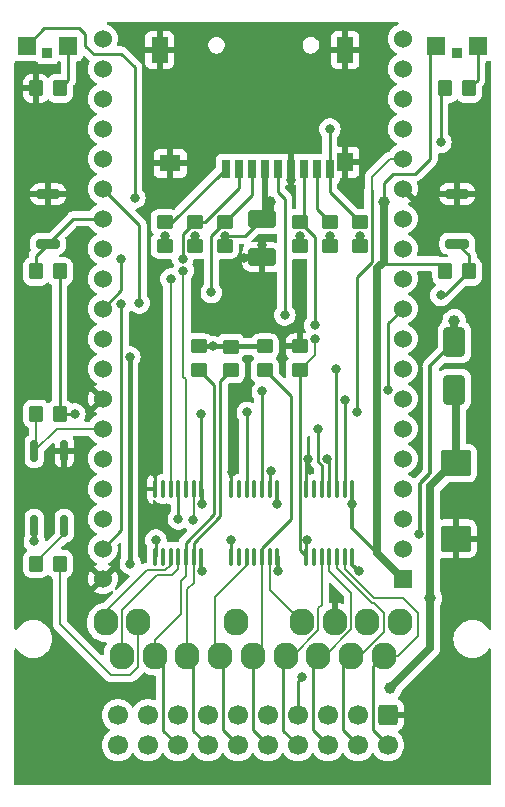
<source format=gbr>
%TF.GenerationSoftware,KiCad,Pcbnew,7.0.10*%
%TF.CreationDate,2024-02-08T23:41:11-06:00*%
%TF.ProjectId,FujiApple-DevKit-Combo,46756a69-4170-4706-9c65-2d4465764b69,1.0*%
%TF.SameCoordinates,Original*%
%TF.FileFunction,Copper,L1,Top*%
%TF.FilePolarity,Positive*%
%FSLAX46Y46*%
G04 Gerber Fmt 4.6, Leading zero omitted, Abs format (unit mm)*
G04 Created by KiCad (PCBNEW 7.0.10) date 2024-02-08 23:41:11*
%MOMM*%
%LPD*%
G01*
G04 APERTURE LIST*
G04 Aperture macros list*
%AMRoundRect*
0 Rectangle with rounded corners*
0 $1 Rounding radius*
0 $2 $3 $4 $5 $6 $7 $8 $9 X,Y pos of 4 corners*
0 Add a 4 corners polygon primitive as box body*
4,1,4,$2,$3,$4,$5,$6,$7,$8,$9,$2,$3,0*
0 Add four circle primitives for the rounded corners*
1,1,$1+$1,$2,$3*
1,1,$1+$1,$4,$5*
1,1,$1+$1,$6,$7*
1,1,$1+$1,$8,$9*
0 Add four rect primitives between the rounded corners*
20,1,$1+$1,$2,$3,$4,$5,0*
20,1,$1+$1,$4,$5,$6,$7,0*
20,1,$1+$1,$6,$7,$8,$9,0*
20,1,$1+$1,$8,$9,$2,$3,0*%
G04 Aperture macros list end*
%TA.AperFunction,ComponentPad*%
%ADD10RoundRect,0.250000X-0.600000X0.600000X-0.600000X-0.600000X0.600000X-0.600000X0.600000X0.600000X0*%
%TD*%
%TA.AperFunction,ComponentPad*%
%ADD11C,1.700000*%
%TD*%
%TA.AperFunction,SMDPad,CuDef*%
%ADD12RoundRect,0.250000X-0.350000X-0.450000X0.350000X-0.450000X0.350000X0.450000X-0.350000X0.450000X0*%
%TD*%
%TA.AperFunction,SMDPad,CuDef*%
%ADD13RoundRect,0.250000X-0.650000X1.000000X-0.650000X-1.000000X0.650000X-1.000000X0.650000X1.000000X0*%
%TD*%
%TA.AperFunction,SMDPad,CuDef*%
%ADD14RoundRect,0.250001X-0.924999X0.499999X-0.924999X-0.499999X0.924999X-0.499999X0.924999X0.499999X0*%
%TD*%
%TA.AperFunction,SMDPad,CuDef*%
%ADD15RoundRect,0.250000X-0.450000X0.350000X-0.450000X-0.350000X0.450000X-0.350000X0.450000X0.350000X0*%
%TD*%
%TA.AperFunction,SMDPad,CuDef*%
%ADD16RoundRect,0.250000X0.350000X0.450000X-0.350000X0.450000X-0.350000X-0.450000X0.350000X-0.450000X0*%
%TD*%
%TA.AperFunction,SMDPad,CuDef*%
%ADD17RoundRect,0.100000X-0.100000X0.637500X-0.100000X-0.637500X0.100000X-0.637500X0.100000X0.637500X0*%
%TD*%
%TA.AperFunction,SMDPad,CuDef*%
%ADD18RoundRect,0.250000X0.450000X-0.350000X0.450000X0.350000X-0.450000X0.350000X-0.450000X-0.350000X0*%
%TD*%
%TA.AperFunction,ComponentPad*%
%ADD19R,1.530000X1.530000*%
%TD*%
%TA.AperFunction,ComponentPad*%
%ADD20C,1.530000*%
%TD*%
%TA.AperFunction,SMDPad,CuDef*%
%ADD21RoundRect,0.250000X-1.025000X0.875000X-1.025000X-0.875000X1.025000X-0.875000X1.025000X0.875000X0*%
%TD*%
%TA.AperFunction,SMDPad,CuDef*%
%ADD22RoundRect,0.200000X0.800000X-0.200000X0.800000X0.200000X-0.800000X0.200000X-0.800000X-0.200000X0*%
%TD*%
%TA.AperFunction,SMDPad,CuDef*%
%ADD23RoundRect,0.150000X0.150000X-0.750000X0.150000X0.750000X-0.150000X0.750000X-0.150000X-0.750000X0*%
%TD*%
%TA.AperFunction,SMDPad,CuDef*%
%ADD24R,0.900000X0.900000*%
%TD*%
%TA.AperFunction,SMDPad,CuDef*%
%ADD25R,1.500000X1.500000*%
%TD*%
%TA.AperFunction,SMDPad,CuDef*%
%ADD26R,0.700000X1.600000*%
%TD*%
%TA.AperFunction,SMDPad,CuDef*%
%ADD27R,1.400000X1.600000*%
%TD*%
%TA.AperFunction,SMDPad,CuDef*%
%ADD28R,1.400000X2.200000*%
%TD*%
%TA.AperFunction,SMDPad,CuDef*%
%ADD29R,1.800000X1.400000*%
%TD*%
%TA.AperFunction,ComponentPad*%
%ADD30O,2.100000X2.300000*%
%TD*%
%TA.AperFunction,ViaPad*%
%ADD31C,1.000000*%
%TD*%
%TA.AperFunction,ViaPad*%
%ADD32C,0.800000*%
%TD*%
%TA.AperFunction,Conductor*%
%ADD33C,0.250000*%
%TD*%
%TA.AperFunction,Conductor*%
%ADD34C,0.700000*%
%TD*%
%TA.AperFunction,Conductor*%
%ADD35C,0.500000*%
%TD*%
%TA.AperFunction,Conductor*%
%ADD36C,0.300000*%
%TD*%
%TA.AperFunction,Conductor*%
%ADD37C,0.200000*%
%TD*%
%TA.AperFunction,Conductor*%
%ADD38C,0.400000*%
%TD*%
G04 APERTURE END LIST*
D10*
%TO.P,J2,1,Pin_1*%
%TO.N,GND*%
X166203000Y-134721600D03*
D11*
%TO.P,J2,2,Pin_2*%
%TO.N,/A2_PH0*%
X166203000Y-137261600D03*
%TO.P,J2,3,Pin_3*%
%TO.N,GND*%
X163663000Y-134721600D03*
%TO.P,J2,4,Pin_4*%
%TO.N,/A2_PH1*%
X163663000Y-137261600D03*
%TO.P,J2,5,Pin_5*%
%TO.N,GND*%
X161123000Y-134721600D03*
%TO.P,J2,6,Pin_6*%
%TO.N,/A2_PH2*%
X161123000Y-137261600D03*
%TO.P,J2,7,Pin_7*%
%TO.N,/A2_EN3.5*%
X158583000Y-134721600D03*
%TO.P,J2,8,Pin_8*%
%TO.N,/A2_PH3*%
X158583000Y-137261600D03*
%TO.P,J2,9,Pin_9*%
%TO.N,unconnected-(J2-Pin_9-Pad9)*%
X156043000Y-134721600D03*
%TO.P,J2,10,Pin_10*%
%TO.N,/A2_WREQ*%
X156043000Y-137261600D03*
%TO.P,J2,11,Pin_11*%
%TO.N,/A2_5V*%
X153503000Y-134721600D03*
%TO.P,J2,12,Pin_12*%
%TO.N,/A2_HDSEL*%
X153503000Y-137261600D03*
%TO.P,J2,13,Pin_13*%
%TO.N,unconnected-(J2-Pin_13-Pad13)*%
X150963000Y-134721600D03*
%TO.P,J2,14,Pin_14*%
%TO.N,/A2_DRIVE1*%
X150963000Y-137261600D03*
%TO.P,J2,15,Pin_15*%
%TO.N,unconnected-(J2-Pin_15-Pad15)*%
X148423000Y-134721600D03*
%TO.P,J2,16,Pin_16*%
%TO.N,/A2_RD_DATA*%
X148423000Y-137261600D03*
%TO.P,J2,17,Pin_17*%
%TO.N,/DRIVE2*%
X145883000Y-134721600D03*
%TO.P,J2,18,Pin_18*%
%TO.N,/A2_WR_DATA*%
X145883000Y-137261600D03*
%TO.P,J2,19,Pin_19*%
%TO.N,unconnected-(J2-Pin_19-Pad19)*%
X143343000Y-134721600D03*
%TO.P,J2,20,Pin_20*%
%TO.N,/A2_WPROT*%
X143343000Y-137261600D03*
%TD*%
D12*
%TO.P,R12,1*%
%TO.N,/IO21{slash}DRV2*%
X136430000Y-109220000D03*
%TO.P,R12,2*%
%TO.N,+3.3V*%
X138430000Y-109220000D03*
%TD*%
D13*
%TO.P,D3,1,K*%
%TO.N,+5V*%
X171831000Y-103156000D03*
%TO.P,D3,2,A*%
%TO.N,/A2_5V*%
X171831000Y-107156000D03*
%TD*%
D14*
%TO.P,C1,1*%
%TO.N,+3.3V*%
X155575000Y-92710000D03*
%TO.P,C1,2*%
%TO.N,GND*%
X155575000Y-95960000D03*
%TD*%
D15*
%TO.P,R4,1*%
%TO.N,/IO23{slash}SPI_MOSI*%
X152400000Y-92980000D03*
%TO.P,R4,2*%
%TO.N,+3.3V*%
X152400000Y-94980000D03*
%TD*%
D16*
%TO.P,R2,1*%
%TO.N,Net-(D2-K)*%
X138430000Y-81661000D03*
%TO.P,R2,2*%
%TO.N,GND*%
X136430000Y-81661000D03*
%TD*%
D17*
%TO.P,U3,1,VREF_A*%
%TO.N,+3.3V*%
X150405001Y-115572501D03*
%TO.P,U3,2,A1*%
%TO.N,/IO36{slash}DRIVE1*%
X149755001Y-115572501D03*
%TO.P,U3,3,A2*%
%TO.N,/IO14{slash}RDDATA*%
X149105001Y-115572501D03*
%TO.P,U3,4,A3*%
%TO.N,/IO22{slash}WRDATA*%
X148455001Y-115572501D03*
%TO.P,U3,5,A4*%
%TO.N,/IO27{slash}WRPROT{slash}ACK*%
X147805001Y-115572501D03*
%TO.P,U3,6,NC*%
%TO.N,unconnected-(U3-NC-Pad6)*%
X147155001Y-115572501D03*
%TO.P,U3,7,GND*%
%TO.N,GND*%
X146505001Y-115572501D03*
%TO.P,U3,8,EN*%
%TO.N,/IO25{slash}BUF_EN*%
X146505001Y-121297501D03*
%TO.P,U3,9,NC*%
%TO.N,unconnected-(U3-NC-Pad9)*%
X147155001Y-121297501D03*
%TO.P,U3,10,B4*%
%TO.N,/A2_WPROT*%
X147805001Y-121297501D03*
%TO.P,U3,11,B3*%
%TO.N,/A2_WR_DATA*%
X148455001Y-121297501D03*
%TO.P,U3,12,B2*%
%TO.N,/A2_RD_DATA*%
X149105001Y-121297501D03*
%TO.P,U3,13,B1*%
%TO.N,/A2_DRIVE1*%
X149755001Y-121297501D03*
%TO.P,U3,14,VREF_B*%
%TO.N,+5V*%
X150405001Y-121297501D03*
%TD*%
D16*
%TO.P,R11,1*%
%TO.N,/DRIVE2*%
X138430000Y-121920000D03*
%TO.P,R11,2*%
%TO.N,Net-(R11-Pad2)*%
X136430000Y-121920000D03*
%TD*%
D17*
%TO.P,U2,1,VREF_A*%
%TO.N,+3.3V*%
X156845001Y-115572501D03*
%TO.P,U2,2,A1*%
%TO.N,/IO39{slash}EN3.5*%
X156195001Y-115572501D03*
%TO.P,U2,3,A2*%
%TO.N,/IO26{slash}WREQ*%
X155545001Y-115572501D03*
%TO.P,U2,4,A3*%
%TO.N,unconnected-(U2-A3-Pad4)*%
X154895001Y-115572501D03*
%TO.P,U2,5,A4*%
%TO.N,/IO13{slash}HDSEL*%
X154245001Y-115572501D03*
%TO.P,U2,6,NC*%
%TO.N,unconnected-(U2-NC-Pad6)*%
X153595001Y-115572501D03*
%TO.P,U2,7,GND*%
%TO.N,GND*%
X152945001Y-115572501D03*
%TO.P,U2,8,EN*%
%TO.N,/IO25{slash}BUF_EN*%
X152945001Y-121297501D03*
%TO.P,U2,9,NC*%
%TO.N,unconnected-(U2-NC-Pad9)*%
X153595001Y-121297501D03*
%TO.P,U2,10,B4*%
%TO.N,/A2_HDSEL*%
X154245001Y-121297501D03*
%TO.P,U2,11,B3*%
%TO.N,unconnected-(U2-B3-Pad11)*%
X154895001Y-121297501D03*
%TO.P,U2,12,B2*%
%TO.N,/A2_WREQ*%
X155545001Y-121297501D03*
%TO.P,U2,13,B1*%
%TO.N,/A2_EN3.5*%
X156195001Y-121297501D03*
%TO.P,U2,14,VREF_B*%
%TO.N,+5V*%
X156845001Y-121297501D03*
%TD*%
D15*
%TO.P,R7,1*%
%TO.N,Net-(P1-DAT2)*%
X147320000Y-92980000D03*
%TO.P,R7,2*%
%TO.N,+3.3V*%
X147320000Y-94980000D03*
%TD*%
D16*
%TO.P,R9,1*%
%TO.N,/IO0*%
X173085000Y-97155000D03*
%TO.P,R9,2*%
%TO.N,+3.3V*%
X171085000Y-97155000D03*
%TD*%
D15*
%TO.P,R5,1*%
%TO.N,/IO19{slash}SPI_MISO*%
X158750000Y-92980000D03*
%TO.P,R5,2*%
%TO.N,+3.3V*%
X158750000Y-94980000D03*
%TD*%
D12*
%TO.P,R10,1*%
%TO.N,/IO4{slash}SAFE_RESET*%
X136430000Y-97155000D03*
%TO.P,R10,2*%
%TO.N,+3.3V*%
X138430000Y-97155000D03*
%TD*%
D18*
%TO.P,R15,1*%
%TO.N,/A2_WREQ*%
X155800000Y-105505000D03*
%TO.P,R15,2*%
%TO.N,/A2_5V*%
X155800000Y-103505000D03*
%TD*%
D15*
%TO.P,R8,1*%
%TO.N,/IO5{slash}SPI_CS*%
X149860000Y-92980000D03*
%TO.P,R8,2*%
%TO.N,+3.3V*%
X149860000Y-94980000D03*
%TD*%
D19*
%TO.P,U4,1,3V3*%
%TO.N,+3.3V*%
X167462200Y-123180000D03*
D20*
%TO.P,U4,2,EN*%
%TO.N,unconnected-(U4-EN-Pad2)*%
X167462200Y-120640000D03*
%TO.P,U4,3,SENSOR_VP*%
%TO.N,/IO36{slash}DRIVE1*%
X167462200Y-118100000D03*
%TO.P,U4,4,SENSOR_VN*%
%TO.N,/IO39{slash}EN3.5*%
X167462200Y-115560000D03*
%TO.P,U4,5,IO34*%
%TO.N,/IO34{slash}PH2*%
X167462200Y-113020000D03*
%TO.P,U4,6,IO35*%
%TO.N,/IO35{slash}PH3*%
X167462200Y-110480000D03*
%TO.P,U4,7,IO32*%
%TO.N,/IO32{slash}PH0{slash}REQ*%
X167462200Y-107940000D03*
%TO.P,U4,8,IO33*%
%TO.N,/IO33{slash}PH1*%
X167462200Y-105400000D03*
%TO.P,U4,9,IO25*%
%TO.N,/IO25{slash}BUF_EN*%
X167462200Y-102860000D03*
%TO.P,U4,10,IO26*%
%TO.N,/IO26{slash}WREQ*%
X167462200Y-100320000D03*
%TO.P,U4,11,IO27*%
%TO.N,/IO27{slash}WRPROT{slash}ACK*%
X167462200Y-97780000D03*
%TO.P,U4,12,IO14*%
%TO.N,/IO14{slash}RDDATA*%
X167462200Y-95240000D03*
%TO.P,U4,13,IO12*%
%TO.N,/IO12{slash}BUS_LED*%
X167462200Y-92700000D03*
%TO.P,U4,14,GND1*%
%TO.N,GND*%
X167462200Y-90160000D03*
%TO.P,U4,15,IO13*%
%TO.N,/IO13{slash}HDSEL*%
X167462200Y-87620000D03*
%TO.P,U4,16,SD2*%
%TO.N,unconnected-(U4-SD2-Pad16)*%
X167462200Y-85080000D03*
%TO.P,U4,17,SD3*%
%TO.N,unconnected-(U4-SD3-Pad17)*%
X167462200Y-82540000D03*
%TO.P,U4,18,CMD*%
%TO.N,unconnected-(U4-CMD-Pad18)*%
X167462200Y-80000000D03*
%TO.P,U4,19,EXT_5V*%
%TO.N,+5V*%
X167462200Y-77460000D03*
%TO.P,U4,20,CLK*%
%TO.N,unconnected-(U4-CLK-Pad20)*%
X142062200Y-77460000D03*
%TO.P,U4,21,SD0*%
%TO.N,unconnected-(U4-SD0-Pad21)*%
X142062200Y-80000000D03*
%TO.P,U4,22,SD1*%
%TO.N,unconnected-(U4-SD1-Pad22)*%
X142062200Y-82540000D03*
%TO.P,U4,23,IO15*%
%TO.N,/IO15{slash}CD*%
X142062200Y-85080000D03*
%TO.P,U4,24,IO2*%
%TO.N,/IO2{slash}WIFI_LED*%
X142062200Y-87620000D03*
%TO.P,U4,25,IO0*%
%TO.N,/IO0*%
X142062200Y-90160000D03*
%TO.P,U4,26,IO4*%
%TO.N,/IO4{slash}SAFE_RESET*%
X142062200Y-92700000D03*
%TO.P,U4,27,IO16*%
%TO.N,unconnected-(U4-IO16-Pad27)*%
X142062200Y-95240000D03*
%TO.P,U4,28,IO17*%
%TO.N,unconnected-(U4-IO17-Pad28)*%
X142062200Y-97780000D03*
%TO.P,U4,29,IO5*%
%TO.N,/IO5{slash}SPI_CS*%
X142062200Y-100320000D03*
%TO.P,U4,30,IO18*%
%TO.N,/IO18{slash}SPI_CLK*%
X142062200Y-102860000D03*
%TO.P,U4,31,IO19*%
%TO.N,/IO19{slash}SPI_MISO*%
X142062200Y-105400000D03*
%TO.P,U4,32,GND2*%
%TO.N,GND*%
X142062200Y-107940000D03*
%TO.P,U4,33,IO21*%
%TO.N,/IO21{slash}DRV2*%
X142062200Y-110480000D03*
%TO.P,U4,34,RXD0*%
%TO.N,unconnected-(U4-RXD0-Pad34)*%
X142062200Y-113020000D03*
%TO.P,U4,35,TXD0*%
%TO.N,unconnected-(U4-TXD0-Pad35)*%
X142062200Y-115560000D03*
%TO.P,U4,36,IO22*%
%TO.N,/IO22{slash}WRDATA*%
X142062200Y-118100000D03*
%TO.P,U4,37,IO23*%
%TO.N,/IO23{slash}SPI_MOSI*%
X142062200Y-120640000D03*
%TO.P,U4,38,GND3*%
%TO.N,GND*%
X142062200Y-123180000D03*
%TD*%
D17*
%TO.P,U1,1,VREF_A*%
%TO.N,+3.3V*%
X163195001Y-115572501D03*
%TO.P,U1,2,A1*%
%TO.N,/IO32{slash}PH0{slash}REQ*%
X162545001Y-115572501D03*
%TO.P,U1,3,A2*%
%TO.N,/IO33{slash}PH1*%
X161895001Y-115572501D03*
%TO.P,U1,4,A3*%
%TO.N,/IO34{slash}PH2*%
X161245001Y-115572501D03*
%TO.P,U1,5,A4*%
%TO.N,/IO35{slash}PH3*%
X160595001Y-115572501D03*
%TO.P,U1,6,NC*%
%TO.N,unconnected-(U1-NC-Pad6)*%
X159945001Y-115572501D03*
%TO.P,U1,7,GND*%
%TO.N,GND*%
X159295001Y-115572501D03*
%TO.P,U1,8,EN*%
%TO.N,/IO25{slash}BUF_EN*%
X159295001Y-121297501D03*
%TO.P,U1,9,NC*%
%TO.N,unconnected-(U1-NC-Pad9)*%
X159945001Y-121297501D03*
%TO.P,U1,10,B4*%
%TO.N,/A2_PH3*%
X160595001Y-121297501D03*
%TO.P,U1,11,B3*%
%TO.N,/A2_PH2*%
X161245001Y-121297501D03*
%TO.P,U1,12,B2*%
%TO.N,/A2_PH1*%
X161895001Y-121297501D03*
%TO.P,U1,13,B1*%
%TO.N,/A2_PH0*%
X162545001Y-121297501D03*
%TO.P,U1,14,VREF_B*%
%TO.N,+5V*%
X163195001Y-121297501D03*
%TD*%
D18*
%TO.P,R16,1*%
%TO.N,/IO25{slash}BUF_EN*%
X158750000Y-105505000D03*
%TO.P,R16,2*%
%TO.N,GND*%
X158750000Y-103505000D03*
%TD*%
D21*
%TO.P,C2,1*%
%TO.N,/A2_5V*%
X171958000Y-113386000D03*
%TO.P,C2,2*%
%TO.N,GND*%
X171958000Y-119786000D03*
%TD*%
D18*
%TO.P,R13,1*%
%TO.N,/A2_DRIVE1*%
X152908000Y-105521000D03*
%TO.P,R13,2*%
%TO.N,/A2_5V*%
X152908000Y-103521000D03*
%TD*%
D22*
%TO.P,SW2,1,A*%
%TO.N,/IO4{slash}SAFE_RESET*%
X137445400Y-94810000D03*
%TO.P,SW2,2,B*%
%TO.N,GND*%
X137445400Y-90610000D03*
%TD*%
D15*
%TO.P,R6,1*%
%TO.N,Net-(P1-DAT1)*%
X161290000Y-92980000D03*
%TO.P,R6,2*%
%TO.N,+3.3V*%
X161290000Y-94980000D03*
%TD*%
D16*
%TO.P,R1,1*%
%TO.N,Net-(D1-K)*%
X173085000Y-81661000D03*
%TO.P,R1,2*%
%TO.N,/IO2{slash}WIFI_LED*%
X171085000Y-81661000D03*
%TD*%
D15*
%TO.P,R3,1*%
%TO.N,/IO15{slash}CD*%
X163830000Y-92980000D03*
%TO.P,R3,2*%
%TO.N,+3.3V*%
X163830000Y-94980000D03*
%TD*%
D22*
%TO.P,SW1,1,A*%
%TO.N,/IO0*%
X172085000Y-94790600D03*
%TO.P,SW1,2,B*%
%TO.N,GND*%
X172085000Y-90590600D03*
%TD*%
D23*
%TO.P,U5,1*%
%TO.N,/A2_5V*%
X136271000Y-118668000D03*
%TO.P,U5,2*%
%TO.N,Net-(R11-Pad2)*%
X138811000Y-118668000D03*
%TO.P,U5,3*%
%TO.N,GND*%
X138811000Y-112368000D03*
%TO.P,U5,4*%
%TO.N,/IO21{slash}DRV2*%
X136271000Y-112368000D03*
%TD*%
D24*
%TO.P,D1,*%
%TO.N,*%
X172050000Y-78650000D03*
D25*
%TO.P,D1,1,K*%
%TO.N,Net-(D1-K)*%
X173800000Y-78100000D03*
%TO.P,D1,2,A*%
%TO.N,+3.3V*%
X170300000Y-78100000D03*
%TD*%
D26*
%TO.P,P1,1,DAT2*%
%TO.N,Net-(P1-DAT2)*%
X152486800Y-88500000D03*
%TO.P,P1,2,DAT3*%
%TO.N,/IO5{slash}SPI_CS*%
X153586800Y-88500000D03*
%TO.P,P1,3,CMD*%
%TO.N,/IO23{slash}SPI_MOSI*%
X154686800Y-88500000D03*
%TO.P,P1,4,VDD*%
%TO.N,+3.3V*%
X155786800Y-88500000D03*
%TO.P,P1,5,CLK*%
%TO.N,/IO18{slash}SPI_CLK*%
X156886800Y-88500000D03*
%TO.P,P1,6,VSS*%
%TO.N,GND*%
X157986800Y-88500000D03*
%TO.P,P1,7,DAT0*%
%TO.N,/IO19{slash}SPI_MISO*%
X159086800Y-88500000D03*
%TO.P,P1,8,DAT1*%
%TO.N,Net-(P1-DAT1)*%
X160186800Y-88500000D03*
%TO.P,P1,9,CD*%
%TO.N,/IO15{slash}CD*%
X161286800Y-88500000D03*
D27*
%TO.P,P1,G1,GND*%
%TO.N,GND*%
X162586800Y-87900000D03*
D28*
%TO.P,P1,G2,GND*%
X162586800Y-78400000D03*
%TO.P,P1,G3,GND*%
X146886800Y-78400000D03*
D29*
%TO.P,P1,G4,GND*%
X147786800Y-88000000D03*
%TD*%
D18*
%TO.P,R14,1*%
%TO.N,/A2_RD_DATA*%
X150241000Y-105505000D03*
%TO.P,R14,2*%
%TO.N,/A2_5V*%
X150241000Y-103505000D03*
%TD*%
D24*
%TO.P,D2,*%
%TO.N,*%
X137379000Y-78650000D03*
D25*
%TO.P,D2,1,K*%
%TO.N,Net-(D2-K)*%
X139129000Y-78100000D03*
%TO.P,D2,2,A*%
%TO.N,/IO12{slash}BUS_LED*%
X135629000Y-78100000D03*
%TD*%
D30*
%TO.P,J1,1,1*%
%TO.N,GND*%
X167238000Y-126850000D03*
%TO.P,J1,2,2*%
X164468000Y-126850000D03*
%TO.P,J1,3,3*%
X161698000Y-126850000D03*
%TO.P,J1,4,4*%
%TO.N,/A2_EN3.5*%
X158928000Y-126850000D03*
%TO.P,J1,6,6*%
%TO.N,/A2_5V*%
X153388000Y-126850000D03*
%TO.P,J1,9,9*%
%TO.N,/DRIVE2*%
X145078000Y-126850000D03*
%TO.P,J1,10,10*%
%TO.N,/A2_WPROT*%
X142308000Y-126850000D03*
%TO.P,J1,11,P11*%
%TO.N,/A2_PH0*%
X165853000Y-129690000D03*
%TO.P,J1,12,P12*%
%TO.N,/A2_PH1*%
X163083000Y-129690000D03*
%TO.P,J1,13,P13*%
%TO.N,/A2_PH2*%
X160313000Y-129690000D03*
%TO.P,J1,14,P14*%
%TO.N,/A2_PH3*%
X157543000Y-129690000D03*
%TO.P,J1,15,P15*%
%TO.N,/A2_WREQ*%
X154773000Y-129690000D03*
%TO.P,J1,16,P16*%
%TO.N,/A2_HDSEL*%
X152003000Y-129690000D03*
%TO.P,J1,17,P17*%
%TO.N,/A2_DRIVE1*%
X149233000Y-129690000D03*
%TO.P,J1,18,P18*%
%TO.N,/A2_RD_DATA*%
X146463000Y-129690000D03*
%TO.P,J1,19,P19*%
%TO.N,/A2_WR_DATA*%
X143693000Y-129690000D03*
%TD*%
D31*
%TO.N,/A2_5V*%
X166370000Y-132461000D03*
D32*
%TO.N,/A2_EN3.5*%
X158922700Y-131511000D03*
%TO.N,GND*%
X153035000Y-114173000D03*
X164084000Y-78359000D03*
X159474500Y-113030000D03*
X158003000Y-89400000D03*
X171958000Y-121920000D03*
X174117000Y-119761000D03*
X146431000Y-114173000D03*
X149479000Y-88011000D03*
X146939000Y-80391000D03*
X154051000Y-96012000D03*
X155575000Y-94904000D03*
%TO.N,+5V*%
X163720059Y-122537941D03*
D31*
X171831000Y-101346000D03*
D32*
X150454501Y-122555000D03*
X156894501Y-122555000D03*
X168849500Y-119380000D03*
%TO.N,/IO5{slash}SPI_CS*%
X143637000Y-96139000D03*
X148840655Y-96082760D03*
%TO.N,/IO23{slash}SPI_MOSI*%
X143637000Y-99949000D03*
X151257000Y-98933000D03*
%TO.N,/IO12{slash}BUS_LED*%
X144780000Y-90932000D03*
%TO.N,/IO18{slash}SPI_CLK*%
X157480000Y-100838000D03*
%TO.N,/IO19{slash}SPI_MISO*%
X160020000Y-101727000D03*
%TO.N,+3.3V*%
X161290000Y-94179500D03*
X152400000Y-94179500D03*
X163830000Y-94179500D03*
X139700000Y-109220000D03*
X147320000Y-94179500D03*
D31*
X165862000Y-91313000D03*
D32*
X163195000Y-116840000D03*
X156845000Y-116840000D03*
X150454501Y-116840000D03*
X150368000Y-109220000D03*
X158750000Y-94179500D03*
D31*
X156210000Y-91313000D03*
D32*
X149860000Y-94179500D03*
%TO.N,/IO0*%
X170688000Y-99187000D03*
X145161000Y-99822000D03*
%TO.N,/IO15{slash}CD*%
X161290000Y-85090000D03*
%TO.N,/IO2{slash}WIFI_LED*%
X170688000Y-86233000D03*
%TO.N,/IO25{slash}BUF_EN*%
X152908000Y-119888000D03*
X146558000Y-119888000D03*
X160020000Y-102870000D03*
X159385000Y-119888000D03*
%TO.N,/IO32{slash}PH0{slash}REQ*%
X162560000Y-108039500D03*
%TO.N,/IO33{slash}PH1*%
X161798000Y-105410000D03*
%TO.N,/IO34{slash}PH2*%
X161073500Y-113030000D03*
%TO.N,/IO35{slash}PH3*%
X160274000Y-110490000D03*
%TO.N,/IO39{slash}EN3.5*%
X156269502Y-114046000D03*
%TO.N,/IO26{slash}WREQ*%
X155575000Y-107315000D03*
X166243000Y-107188000D03*
%TO.N,/IO13{slash}HDSEL*%
X154305000Y-109093000D03*
X163576000Y-109093000D03*
%TO.N,/IO36{slash}DRIVE1*%
X149733000Y-118237000D03*
%TO.N,/IO14{slash}RDDATA*%
X148900000Y-97080500D03*
%TO.N,/IO22{slash}WRDATA*%
X148463000Y-118110000D03*
%TO.N,/IO27{slash}WRPROT{slash}ACK*%
X147828000Y-97790000D03*
%TO.N,/A2_5V*%
X151384000Y-103505000D03*
X144361500Y-104394000D03*
D31*
X169799000Y-124841000D03*
D32*
X136271000Y-120015000D03*
X144399000Y-121920000D03*
%TD*%
D33*
%TO.N,/A2_HDSEL*%
X152247600Y-136006200D02*
X152247600Y-129934600D01*
X153503000Y-137261600D02*
X152247600Y-136006200D01*
%TO.N,/A2_PH2*%
X159867600Y-136006200D02*
X159867600Y-130135400D01*
X161123000Y-137261600D02*
X159867600Y-136006200D01*
%TO.N,/A2_PH1*%
X162407600Y-136006200D02*
X162407600Y-130365400D01*
X163663000Y-137261600D02*
X162407600Y-136006200D01*
%TO.N,/A2_PH0*%
X164947600Y-130595400D02*
X165853000Y-129690000D01*
X164947600Y-136006200D02*
X164947600Y-130595400D01*
X166203000Y-137261600D02*
X164947600Y-136006200D01*
%TO.N,/A2_EN3.5*%
X158583000Y-131850700D02*
X158583000Y-134721600D01*
X158922700Y-131511000D02*
X158583000Y-131850700D01*
D34*
%TO.N,/A2_5V*%
X169799000Y-129032000D02*
X169799000Y-124841000D01*
X166370000Y-132461000D02*
X169799000Y-129032000D01*
D33*
%TO.N,/A2_PH3*%
X158583000Y-137261600D02*
X157353000Y-136031600D01*
X157353000Y-136031600D02*
X157353000Y-129880000D01*
%TO.N,/A2_DRIVE1*%
X149733000Y-136031600D02*
X149733000Y-130190000D01*
X150963000Y-137261600D02*
X149733000Y-136031600D01*
%TO.N,/A2_RD_DATA*%
X147193000Y-130420000D02*
X146463000Y-129690000D01*
X147193000Y-136031600D02*
X147193000Y-130420000D01*
X148423000Y-137261600D02*
X147193000Y-136031600D01*
%TO.N,/A2_WREQ*%
X156043000Y-137261600D02*
X154773000Y-135991600D01*
X154773000Y-135991600D02*
X154773000Y-129690000D01*
%TO.N,Net-(D1-K)*%
X173085000Y-81661000D02*
X173835000Y-80911000D01*
X173835000Y-80911000D02*
X173835000Y-78135000D01*
%TO.N,GND*%
X159295002Y-113209498D02*
X159474500Y-113030000D01*
X152945002Y-114262998D02*
X153035000Y-114173000D01*
D35*
X155575000Y-94904000D02*
X155575000Y-95960000D01*
D33*
X146505002Y-115585002D02*
X146505002Y-114247002D01*
X152945002Y-115585002D02*
X152945002Y-114262998D01*
X146505002Y-114247002D02*
X146431000Y-114173000D01*
X159295002Y-115585002D02*
X159295002Y-113209498D01*
D35*
X154051000Y-96012000D02*
X155523000Y-96012000D01*
X158003000Y-89400000D02*
X158003000Y-88716200D01*
D33*
%TO.N,Net-(D2-K)*%
X139164000Y-80927000D02*
X139164000Y-77731502D01*
X138430000Y-81661000D02*
X139164000Y-80927000D01*
%TO.N,Net-(P1-DAT2)*%
X147320000Y-92980000D02*
X147939000Y-92980000D01*
X152219000Y-88700000D02*
X152486800Y-88700000D01*
X147939000Y-92980000D02*
X152219000Y-88700000D01*
D36*
%TO.N,+5V*%
X168910000Y-115144340D02*
X169799000Y-114255340D01*
D34*
X171831000Y-101346000D02*
X171831000Y-103156000D01*
D36*
X156894501Y-122555000D02*
X156894501Y-121334499D01*
X150405002Y-122505501D02*
X150454501Y-122555000D01*
X150405002Y-121285000D02*
X150405002Y-122505501D01*
X168849500Y-119380000D02*
X168910000Y-119319500D01*
X163195002Y-122012884D02*
X163195002Y-121285000D01*
X163720059Y-122537941D02*
X163195002Y-122012884D01*
X169799000Y-114255340D02*
X169799000Y-105188000D01*
X168910000Y-119319500D02*
X168910000Y-115144340D01*
X169799000Y-105188000D02*
X171831000Y-103156000D01*
D33*
%TO.N,/IO5{slash}SPI_CS*%
X148835000Y-94005000D02*
X148835000Y-96077105D01*
X143637000Y-96139000D02*
X143637000Y-98745200D01*
X143637000Y-98745200D02*
X142062200Y-100320000D01*
X148835000Y-96077105D02*
X148840655Y-96082760D01*
X153586800Y-90116200D02*
X153586800Y-88700000D01*
X149860000Y-92980000D02*
X148835000Y-94005000D01*
X150723000Y-92980000D02*
X153586800Y-90116200D01*
X149860000Y-92980000D02*
X150723000Y-92980000D01*
%TO.N,/IO23{slash}SPI_MOSI*%
X154686800Y-90693200D02*
X154686800Y-88700000D01*
X152400000Y-92980000D02*
X154686800Y-90693200D01*
X152400000Y-92980000D02*
X151257000Y-94123000D01*
X143637000Y-99949000D02*
X143637000Y-119065200D01*
X143637000Y-119065200D02*
X142062200Y-120640000D01*
X151257000Y-94123000D02*
X151257000Y-98933000D01*
%TO.N,/IO12{slash}BUS_LED*%
X140081000Y-76581000D02*
X137119302Y-76581000D01*
X137119302Y-76581000D02*
X135664000Y-78036302D01*
X144780000Y-90932000D02*
X144780000Y-79883000D01*
X143637000Y-78740000D02*
X141287500Y-78740000D01*
X140589000Y-77089000D02*
X140081000Y-76581000D01*
X144780000Y-79883000D02*
X143637000Y-78740000D01*
X140589000Y-78041500D02*
X140589000Y-77089000D01*
X141287500Y-78740000D02*
X140589000Y-78041500D01*
%TO.N,/IO18{slash}SPI_CLK*%
X156886800Y-90433800D02*
X157480000Y-91027000D01*
X157480000Y-91027000D02*
X157480000Y-100838000D01*
X156886800Y-88700000D02*
X156886800Y-90433800D01*
%TO.N,/IO19{slash}SPI_MISO*%
X160020000Y-101727000D02*
X160020000Y-94250000D01*
X159103000Y-92627000D02*
X159103000Y-88716200D01*
X160020000Y-94250000D02*
X158750000Y-92980000D01*
D34*
%TO.N,+3.3V*%
X156210000Y-92075000D02*
X155575000Y-92710000D01*
D33*
X165862000Y-96331594D02*
X166050406Y-96520000D01*
X165862000Y-91313000D02*
X165862000Y-89662000D01*
D36*
X156845000Y-116840000D02*
X156845002Y-116839998D01*
D33*
X170450000Y-96520000D02*
X171085000Y-97155000D01*
X163830000Y-94179500D02*
X163830000Y-94980000D01*
D36*
X163195000Y-118912800D02*
X163195000Y-116840000D01*
D33*
X166050406Y-96520000D02*
X170450000Y-96520000D01*
D36*
X163195002Y-116839998D02*
X163195000Y-116840000D01*
D33*
X154105500Y-94179500D02*
X155575000Y-92710000D01*
X150405002Y-109257002D02*
X150405002Y-115585002D01*
D34*
X167462200Y-123180000D02*
X165293000Y-121010800D01*
D33*
X166624000Y-88900000D02*
X168529000Y-88900000D01*
X150368000Y-109220000D02*
X150405002Y-109257002D01*
X149860000Y-94179500D02*
X149860000Y-94980000D01*
X138430000Y-109220000D02*
X139700000Y-109220000D01*
X147320000Y-94980000D02*
X147320000Y-94179500D01*
X168529000Y-88900000D02*
X169795000Y-87634000D01*
D35*
X155803000Y-88716200D02*
X155803000Y-92482000D01*
D34*
X156210000Y-91313000D02*
X156210000Y-92075000D01*
D33*
X169795000Y-87634000D02*
X169795000Y-78605000D01*
X152400000Y-94179500D02*
X154105500Y-94179500D01*
D36*
X156845002Y-116839998D02*
X156845002Y-115585002D01*
D33*
X158750000Y-94179500D02*
X158750000Y-94980000D01*
X161290000Y-94179500D02*
X161290000Y-94980000D01*
X165862000Y-89662000D02*
X166624000Y-88900000D01*
D36*
X150454501Y-116840000D02*
X150454501Y-115634501D01*
D33*
X138430000Y-109220000D02*
X138430000Y-97155000D01*
D34*
X165293000Y-96900594D02*
X165862000Y-96331594D01*
X165862000Y-96331594D02*
X165862000Y-91313000D01*
D36*
X163195002Y-115585002D02*
X163195002Y-116839998D01*
X167462200Y-123180000D02*
X163195000Y-118912800D01*
D34*
X165293000Y-121010800D02*
X165293000Y-96900594D01*
D33*
X152400000Y-94179500D02*
X152400000Y-94980000D01*
%TO.N,Net-(P1-DAT1)*%
X160186800Y-91876800D02*
X160186800Y-88700000D01*
X161290000Y-92980000D02*
X160186800Y-91876800D01*
D37*
%TO.N,/A2_EN3.5*%
X156195001Y-124117001D02*
X156195001Y-121285000D01*
X158928000Y-126850000D02*
X156195001Y-124117001D01*
%TO.N,/DRIVE2*%
X145078000Y-130639000D02*
X144399000Y-131318000D01*
X138430000Y-127000000D02*
X138430000Y-121920000D01*
X145078000Y-126850000D02*
X145078000Y-130639000D01*
X142748000Y-131318000D02*
X138430000Y-127000000D01*
X144399000Y-131318000D02*
X142748000Y-131318000D01*
%TO.N,/A2_WPROT*%
X145789000Y-122435000D02*
X147351752Y-122435000D01*
X147805002Y-121981750D02*
X147805002Y-121285000D01*
X142308000Y-125916000D02*
X145789000Y-122435000D01*
X147351752Y-122435000D02*
X147805002Y-121981750D01*
%TO.N,/A2_PH0*%
X165033874Y-124841000D02*
X162545001Y-122352127D01*
X168783000Y-128010000D02*
X168783000Y-126111000D01*
X167513000Y-124841000D02*
X165033874Y-124841000D01*
X167103000Y-129690000D02*
X168783000Y-128010000D01*
X162545001Y-122352127D02*
X162545001Y-121285000D01*
X168783000Y-126111000D02*
X167513000Y-124841000D01*
X165853000Y-129690000D02*
X167103000Y-129690000D01*
D33*
%TO.N,/IO0*%
X171053000Y-99187000D02*
X173085000Y-97155000D01*
X145161000Y-99822000D02*
X145161000Y-93258800D01*
X173085000Y-95790600D02*
X172085000Y-94790600D01*
X170688000Y-99187000D02*
X171053000Y-99187000D01*
X145161000Y-93258800D02*
X142062200Y-90160000D01*
X173085000Y-97155000D02*
X173085000Y-95790600D01*
D37*
%TO.N,/A2_PH1*%
X164868188Y-125241000D02*
X161895002Y-122267814D01*
X163843812Y-129690000D02*
X165862000Y-127671812D01*
X165862000Y-127671812D02*
X165862000Y-126111000D01*
X161895002Y-122267814D02*
X161895002Y-121285000D01*
X164992000Y-125241000D02*
X164868188Y-125241000D01*
X165862000Y-126111000D02*
X164992000Y-125241000D01*
%TO.N,/A2_PH2*%
X161245001Y-122510001D02*
X161245001Y-121285000D01*
X163093400Y-127463788D02*
X163093400Y-124358400D01*
X163093400Y-124358400D02*
X161245001Y-122510001D01*
X160867188Y-129690000D02*
X163093400Y-127463788D01*
%TO.N,/A2_PH3*%
X160324800Y-127533400D02*
X160324800Y-125679200D01*
X160324800Y-125679200D02*
X160595002Y-125408998D01*
X160595002Y-125408998D02*
X160595002Y-121285000D01*
X158168200Y-129690000D02*
X160324800Y-127533400D01*
D33*
%TO.N,/A2_WREQ*%
X155800000Y-105505000D02*
X157988000Y-107693000D01*
X157988000Y-107693000D02*
X157988000Y-118109894D01*
D37*
X154773000Y-129690000D02*
X155545002Y-128917998D01*
D33*
X155545002Y-120552892D02*
X155545002Y-121285000D01*
X157988000Y-118109894D02*
X155545002Y-120552892D01*
D37*
X155545002Y-128917998D02*
X155545002Y-121285000D01*
%TO.N,/A2_HDSEL*%
X151536400Y-129223400D02*
X151536400Y-124690352D01*
X151536400Y-124690352D02*
X154245002Y-121981750D01*
X154245002Y-121981750D02*
X154245002Y-121285000D01*
%TO.N,/A2_DRIVE1*%
X149233000Y-129690000D02*
X149233000Y-124021498D01*
D33*
X152019000Y-117856000D02*
X149755001Y-120119999D01*
X152019000Y-106410000D02*
X152019000Y-117856000D01*
D37*
X149233000Y-124021498D02*
X149755001Y-123499497D01*
X149755001Y-123499497D02*
X149755001Y-121285000D01*
D33*
X149755001Y-120119999D02*
X149755001Y-121285000D01*
X152908000Y-105521000D02*
X152019000Y-106410000D01*
D37*
%TO.N,/A2_RD_DATA*%
X149105002Y-122928998D02*
X149105002Y-121285000D01*
X146463000Y-129690000D02*
X146463000Y-128365000D01*
D33*
X151511000Y-117727604D02*
X149105002Y-120133602D01*
D37*
X148666200Y-126161800D02*
X148666200Y-123367800D01*
D33*
X149105002Y-120133602D02*
X149105002Y-121285000D01*
D37*
X146463000Y-128365000D02*
X148666200Y-126161800D01*
D33*
X150241000Y-105505000D02*
X151511000Y-106775000D01*
D37*
X148666200Y-123367800D02*
X149105002Y-122928998D01*
D33*
X151511000Y-106775000D02*
X151511000Y-117727604D01*
D37*
%TO.N,/A2_WR_DATA*%
X143693000Y-125801000D02*
X146659000Y-122835000D01*
X147955001Y-122835000D02*
X148455001Y-122335000D01*
X146659000Y-122835000D02*
X147955001Y-122835000D01*
X148455001Y-122335000D02*
X148455001Y-121285000D01*
X143693000Y-129690000D02*
X143693000Y-125801000D01*
D33*
%TO.N,/IO15{slash}CD*%
X161290000Y-85090000D02*
X161303000Y-85103000D01*
X161286800Y-88700000D02*
X161286800Y-90436800D01*
X161286800Y-90436800D02*
X163830000Y-92980000D01*
X161303000Y-85103000D02*
X161303000Y-88683800D01*
%TO.N,/IO2{slash}WIFI_LED*%
X170688000Y-86233000D02*
X170688000Y-82058000D01*
%TO.N,/IO4{slash}SAFE_RESET*%
X137445400Y-94810000D02*
X139555400Y-92700000D01*
X136430000Y-95825400D02*
X137445400Y-94810000D01*
X139555400Y-92700000D02*
X142062200Y-92700000D01*
X136430000Y-97155000D02*
X136430000Y-95825400D01*
D37*
%TO.N,/IO21{slash}DRV2*%
X136430000Y-109220000D02*
X136430000Y-112209000D01*
X138159000Y-110480000D02*
X142062200Y-110480000D01*
X136271000Y-112368000D02*
X138159000Y-110480000D01*
%TO.N,/IO25{slash}BUF_EN*%
X160020000Y-102870000D02*
X160020000Y-104235000D01*
D33*
X159295002Y-121285000D02*
X158750000Y-120739998D01*
X152908000Y-119888000D02*
X152908000Y-121247998D01*
D37*
X160020000Y-104235000D02*
X158750000Y-105505000D01*
D33*
X146558000Y-119888000D02*
X146558000Y-121232002D01*
X159295002Y-119977998D02*
X159385000Y-119888000D01*
X159295002Y-121285000D02*
X159295002Y-119977998D01*
X158750000Y-120739998D02*
X158750000Y-105505000D01*
%TO.N,/IO32{slash}PH0{slash}REQ*%
X162545001Y-115585002D02*
X162545001Y-108054499D01*
X162545001Y-108054499D02*
X162560000Y-108039500D01*
%TO.N,/IO33{slash}PH1*%
X161895002Y-115585002D02*
X161798000Y-115488000D01*
X161798000Y-115488000D02*
X161798000Y-105410000D01*
%TO.N,/IO34{slash}PH2*%
X161245001Y-113201501D02*
X161073500Y-113030000D01*
X161245001Y-115585002D02*
X161245001Y-113201501D01*
%TO.N,/IO35{slash}PH3*%
X160274000Y-113255805D02*
X160274000Y-110490000D01*
X160595002Y-113576807D02*
X160274000Y-113255805D01*
X160595002Y-115585002D02*
X160595002Y-113576807D01*
%TO.N,/IO39{slash}EN3.5*%
X156195001Y-115585002D02*
X156195001Y-114120501D01*
X156195001Y-114120501D02*
X156269502Y-114046000D01*
%TO.N,/IO26{slash}WREQ*%
X155545002Y-115585002D02*
X155545002Y-107344998D01*
X166243000Y-101539200D02*
X167462200Y-100320000D01*
X166243000Y-107188000D02*
X166243000Y-101539200D01*
X155545002Y-107344998D02*
X155575000Y-107315000D01*
D37*
%TO.N,/IO13{slash}HDSEL*%
X164846000Y-89154000D02*
X164846000Y-90236200D01*
X154305000Y-109093000D02*
X154245002Y-109152998D01*
D33*
X163576000Y-109093000D02*
X163576000Y-97663000D01*
X154245002Y-109152998D02*
X154245002Y-115585002D01*
D37*
X166380000Y-87620000D02*
X164846000Y-89154000D01*
D33*
X164846000Y-92375900D02*
X164846000Y-90236200D01*
X164855000Y-92384900D02*
X164846000Y-92375900D01*
D37*
X167462200Y-87620000D02*
X166380000Y-87620000D01*
D33*
X164855000Y-96384000D02*
X164855000Y-92384900D01*
X163576000Y-97663000D02*
X164855000Y-96384000D01*
D37*
%TO.N,/IO36{slash}DRIVE1*%
X149733000Y-118237000D02*
X149755001Y-118214999D01*
X149755001Y-118214999D02*
X149755001Y-115585002D01*
%TO.N,/IO14{slash}RDDATA*%
X148971000Y-97155000D02*
X148900000Y-97084000D01*
X149105002Y-115585002D02*
X149105002Y-106294746D01*
X149105002Y-106294746D02*
X148900000Y-106089744D01*
X148900000Y-106089744D02*
X148900000Y-97226000D01*
X148900000Y-97084000D02*
X148900000Y-97080500D01*
X148900000Y-97226000D02*
X148971000Y-97155000D01*
D33*
%TO.N,/IO22{slash}WRDATA*%
X148455001Y-115585002D02*
X148455001Y-118102001D01*
X148455001Y-118102001D02*
X148463000Y-118110000D01*
D37*
%TO.N,/IO27{slash}WRPROT{slash}ACK*%
X147805002Y-97812998D02*
X147828000Y-97790000D01*
X147805002Y-115585002D02*
X147805002Y-97812998D01*
%TO.N,Net-(R11-Pad2)*%
X136430000Y-121761000D02*
X138811000Y-119380000D01*
D34*
%TO.N,/A2_5V*%
X171958000Y-113386000D02*
X171958000Y-107283000D01*
X169799000Y-115316000D02*
X171729000Y-113386000D01*
D38*
X136271000Y-120015000D02*
X136271000Y-118668000D01*
X150241000Y-103505000D02*
X151384000Y-103505000D01*
X144399000Y-121920000D02*
X144361500Y-121882500D01*
D34*
X169799000Y-124841000D02*
X169799000Y-115316000D01*
D38*
X151384000Y-103505000D02*
X155800000Y-103505000D01*
X144361500Y-121882500D02*
X144361500Y-104394000D01*
%TD*%
%TA.AperFunction,Conductor*%
%TO.N,GND*%
G36*
X140553344Y-78908965D02*
G01*
X140582053Y-78930457D01*
X140780253Y-79128657D01*
X140790220Y-79141097D01*
X140790447Y-79140910D01*
X140795499Y-79147017D01*
X140845166Y-79193657D01*
X140848010Y-79196414D01*
X140867726Y-79216131D01*
X140870923Y-79218611D01*
X140879944Y-79226316D01*
X140909344Y-79253924D01*
X140945310Y-79315137D01*
X140942473Y-79386077D01*
X140937288Y-79399022D01*
X140930340Y-79413923D01*
X140860931Y-79562770D01*
X140860929Y-79562774D01*
X140830170Y-79677570D01*
X140803256Y-79778014D01*
X140783835Y-80000000D01*
X140803256Y-80221986D01*
X140831261Y-80326500D01*
X140860929Y-80437225D01*
X140860931Y-80437230D01*
X140955102Y-80639182D01*
X141082918Y-80821720D01*
X141240479Y-80979281D01*
X141240482Y-80979283D01*
X141240483Y-80979284D01*
X141423017Y-81107097D01*
X141527472Y-81155805D01*
X141580757Y-81202722D01*
X141600218Y-81270999D01*
X141579676Y-81338959D01*
X141527472Y-81384195D01*
X141423021Y-81432901D01*
X141423018Y-81432902D01*
X141423018Y-81432903D01*
X141419459Y-81435395D01*
X141240482Y-81560716D01*
X141240478Y-81560719D01*
X141082919Y-81718278D01*
X141082916Y-81718282D01*
X140955101Y-81900821D01*
X140860931Y-82102769D01*
X140860929Y-82102774D01*
X140818709Y-82260341D01*
X140803256Y-82318014D01*
X140783835Y-82540000D01*
X140803256Y-82761986D01*
X140832064Y-82869499D01*
X140860929Y-82977225D01*
X140860931Y-82977230D01*
X140955102Y-83179182D01*
X141082918Y-83361720D01*
X141240479Y-83519281D01*
X141240482Y-83519283D01*
X141240483Y-83519284D01*
X141423017Y-83647097D01*
X141527472Y-83695805D01*
X141580757Y-83742722D01*
X141600218Y-83810999D01*
X141579676Y-83878959D01*
X141527472Y-83924195D01*
X141423021Y-83972901D01*
X141240482Y-84100716D01*
X141240478Y-84100719D01*
X141082919Y-84258278D01*
X141082916Y-84258282D01*
X140955101Y-84440821D01*
X140860931Y-84642769D01*
X140860929Y-84642774D01*
X140818709Y-84800341D01*
X140803256Y-84858014D01*
X140783835Y-85080000D01*
X140803256Y-85301986D01*
X140834163Y-85417332D01*
X140860929Y-85517225D01*
X140860931Y-85517230D01*
X140955102Y-85719182D01*
X141082918Y-85901720D01*
X141240479Y-86059281D01*
X141240482Y-86059283D01*
X141240483Y-86059284D01*
X141423017Y-86187097D01*
X141527472Y-86235805D01*
X141580757Y-86282722D01*
X141600218Y-86350999D01*
X141579676Y-86418959D01*
X141527472Y-86464195D01*
X141423021Y-86512901D01*
X141240482Y-86640716D01*
X141240478Y-86640719D01*
X141082919Y-86798278D01*
X141082916Y-86798282D01*
X140955101Y-86980821D01*
X140860931Y-87182769D01*
X140860929Y-87182774D01*
X140839638Y-87262234D01*
X140803256Y-87398014D01*
X140783835Y-87620000D01*
X140803256Y-87841986D01*
X140810511Y-87869060D01*
X140860929Y-88057225D01*
X140860931Y-88057230D01*
X140955102Y-88259182D01*
X141082918Y-88441720D01*
X141240479Y-88599281D01*
X141240482Y-88599283D01*
X141240483Y-88599284D01*
X141423017Y-88727097D01*
X141527472Y-88775805D01*
X141580757Y-88822722D01*
X141600218Y-88890999D01*
X141579676Y-88958959D01*
X141527472Y-89004195D01*
X141423021Y-89052901D01*
X141240482Y-89180716D01*
X141240478Y-89180719D01*
X141082919Y-89338278D01*
X141082916Y-89338282D01*
X140955101Y-89520821D01*
X140860931Y-89722769D01*
X140860929Y-89722774D01*
X140825269Y-89855859D01*
X140803256Y-89938014D01*
X140783835Y-90160000D01*
X140803256Y-90381986D01*
X140806759Y-90395059D01*
X140860929Y-90597225D01*
X140860931Y-90597230D01*
X140955102Y-90799182D01*
X141082918Y-90981720D01*
X141240479Y-91139281D01*
X141240482Y-91139283D01*
X141240483Y-91139284D01*
X141423017Y-91267097D01*
X141527472Y-91315805D01*
X141580757Y-91362722D01*
X141600218Y-91430999D01*
X141579676Y-91498959D01*
X141527472Y-91544195D01*
X141423021Y-91592901D01*
X141240482Y-91720716D01*
X141240478Y-91720719D01*
X141082919Y-91878278D01*
X141082916Y-91878282D01*
X140988746Y-92012771D01*
X140933289Y-92057099D01*
X140885533Y-92066500D01*
X139639254Y-92066500D01*
X139623412Y-92064750D01*
X139623385Y-92065044D01*
X139615492Y-92064297D01*
X139547402Y-92066438D01*
X139543444Y-92066500D01*
X139515544Y-92066500D01*
X139515538Y-92066500D01*
X139515532Y-92066501D01*
X139511533Y-92067006D01*
X139499713Y-92067936D01*
X139455511Y-92069325D01*
X139436050Y-92074979D01*
X139416704Y-92078985D01*
X139396604Y-92081525D01*
X139396603Y-92081525D01*
X139355495Y-92097800D01*
X139344270Y-92101643D01*
X139301813Y-92113978D01*
X139301804Y-92113982D01*
X139284362Y-92124297D01*
X139266615Y-92132991D01*
X139247783Y-92140447D01*
X139247781Y-92140448D01*
X139212014Y-92166434D01*
X139202100Y-92172947D01*
X139164036Y-92195459D01*
X139164033Y-92195461D01*
X139149712Y-92209783D01*
X139134683Y-92222619D01*
X139118293Y-92234527D01*
X139090100Y-92268605D01*
X139082113Y-92277381D01*
X137494898Y-93864595D01*
X137432586Y-93898621D01*
X137405803Y-93901500D01*
X136588138Y-93901500D01*
X136516753Y-93907986D01*
X136516752Y-93907986D01*
X136352493Y-93959170D01*
X136352488Y-93959172D01*
X136205244Y-94048184D01*
X136205239Y-94048188D01*
X136083588Y-94169839D01*
X136083584Y-94169844D01*
X135994572Y-94317088D01*
X135994570Y-94317093D01*
X135943386Y-94481353D01*
X135936900Y-94552737D01*
X135936900Y-95067261D01*
X135943386Y-95138645D01*
X135986644Y-95277468D01*
X135987813Y-95348455D01*
X135956335Y-95402532D01*
X135956482Y-95402661D01*
X135955830Y-95403399D01*
X135955465Y-95404028D01*
X135953864Y-95405629D01*
X135951374Y-95408839D01*
X135943688Y-95417836D01*
X135913418Y-95450073D01*
X135913411Y-95450083D01*
X135903651Y-95467835D01*
X135892803Y-95484350D01*
X135880386Y-95500358D01*
X135862824Y-95540940D01*
X135857604Y-95551595D01*
X135836305Y-95590339D01*
X135836303Y-95590344D01*
X135831267Y-95609959D01*
X135824864Y-95628662D01*
X135816819Y-95647252D01*
X135809901Y-95690925D01*
X135807495Y-95702542D01*
X135796500Y-95745368D01*
X135796500Y-95765623D01*
X135794949Y-95785333D01*
X135791780Y-95805342D01*
X135795941Y-95849361D01*
X135796500Y-95861219D01*
X135796500Y-95918360D01*
X135776498Y-95986481D01*
X135736648Y-96025599D01*
X135735194Y-96026497D01*
X135606347Y-96105970D01*
X135606341Y-96105975D01*
X135480975Y-96231341D01*
X135480970Y-96231347D01*
X135387885Y-96382262D01*
X135332113Y-96550572D01*
X135332112Y-96550579D01*
X135321500Y-96654446D01*
X135321500Y-97655544D01*
X135332112Y-97759425D01*
X135387885Y-97927738D01*
X135480970Y-98078652D01*
X135480975Y-98078658D01*
X135606341Y-98204024D01*
X135606347Y-98204029D01*
X135606348Y-98204030D01*
X135757262Y-98297115D01*
X135925574Y-98352887D01*
X136029455Y-98363500D01*
X136830544Y-98363499D01*
X136934426Y-98352887D01*
X137102738Y-98297115D01*
X137253652Y-98204030D01*
X137296128Y-98161554D01*
X137340905Y-98116778D01*
X137403217Y-98082752D01*
X137474032Y-98087817D01*
X137519095Y-98116778D01*
X137606341Y-98204024D01*
X137606347Y-98204029D01*
X137606348Y-98204030D01*
X137736648Y-98284400D01*
X137784125Y-98337185D01*
X137796500Y-98391640D01*
X137796500Y-107983360D01*
X137776498Y-108051481D01*
X137736648Y-108090599D01*
X137678442Y-108126501D01*
X137606347Y-108170970D01*
X137606341Y-108170975D01*
X137519095Y-108258222D01*
X137456783Y-108292248D01*
X137385968Y-108287183D01*
X137340905Y-108258222D01*
X137253658Y-108170975D01*
X137253652Y-108170970D01*
X137226204Y-108154040D01*
X137102738Y-108077885D01*
X137018582Y-108049999D01*
X136934427Y-108022113D01*
X136934420Y-108022112D01*
X136830553Y-108011500D01*
X136029455Y-108011500D01*
X135925574Y-108022112D01*
X135757261Y-108077885D01*
X135606347Y-108170970D01*
X135606341Y-108170975D01*
X135480975Y-108296341D01*
X135480970Y-108296347D01*
X135387885Y-108447262D01*
X135332113Y-108615572D01*
X135332112Y-108615579D01*
X135321500Y-108719446D01*
X135321500Y-109720544D01*
X135332112Y-109824425D01*
X135387885Y-109992738D01*
X135480970Y-110143652D01*
X135480975Y-110143658D01*
X135606341Y-110269024D01*
X135606347Y-110269029D01*
X135606348Y-110269030D01*
X135757262Y-110362115D01*
X135757264Y-110362115D01*
X135761647Y-110364819D01*
X135809125Y-110417605D01*
X135821500Y-110472060D01*
X135821500Y-110958216D01*
X135801498Y-111026337D01*
X135759640Y-111066669D01*
X135714193Y-111093546D01*
X135714189Y-111093549D01*
X135596549Y-111211189D01*
X135596544Y-111211196D01*
X135511856Y-111354394D01*
X135465437Y-111514170D01*
X135465437Y-111514171D01*
X135462500Y-111551488D01*
X135462500Y-113184511D01*
X135465437Y-113221828D01*
X135465437Y-113221829D01*
X135511856Y-113381605D01*
X135596544Y-113524803D01*
X135596549Y-113524810D01*
X135714189Y-113642450D01*
X135714196Y-113642455D01*
X135857394Y-113727143D01*
X135857397Y-113727143D01*
X135857399Y-113727145D01*
X136017169Y-113773562D01*
X136054488Y-113776499D01*
X136054489Y-113776500D01*
X136054498Y-113776500D01*
X136487511Y-113776500D01*
X136487511Y-113776499D01*
X136524831Y-113773562D01*
X136684601Y-113727145D01*
X136684603Y-113727143D01*
X136684605Y-113727143D01*
X136776486Y-113672804D01*
X136827807Y-113642453D01*
X136945453Y-113524807D01*
X136987799Y-113453204D01*
X137030143Y-113381605D01*
X137030143Y-113381603D01*
X137030145Y-113381601D01*
X137076562Y-113221831D01*
X137079499Y-113184511D01*
X137079500Y-113184511D01*
X137079500Y-112622000D01*
X138003001Y-112622000D01*
X138003001Y-113184456D01*
X138005934Y-113221750D01*
X138052318Y-113381400D01*
X138136948Y-113524501D01*
X138136949Y-113524503D01*
X138254497Y-113642051D01*
X138397600Y-113726681D01*
X138557000Y-113772991D01*
X138557000Y-112622000D01*
X139065000Y-112622000D01*
X139065000Y-113772991D01*
X139224399Y-113726681D01*
X139367502Y-113642051D01*
X139485050Y-113524503D01*
X139485051Y-113524501D01*
X139569681Y-113381401D01*
X139616065Y-113221749D01*
X139619000Y-113184456D01*
X139619000Y-112622000D01*
X139065000Y-112622000D01*
X138557000Y-112622000D01*
X138003001Y-112622000D01*
X137079500Y-112622000D01*
X137079500Y-112472239D01*
X137099502Y-112404118D01*
X137116405Y-112383144D01*
X137787905Y-111711644D01*
X137850217Y-111677618D01*
X137921032Y-111682683D01*
X137977868Y-111725230D01*
X138002679Y-111791750D01*
X138003000Y-111800739D01*
X138003000Y-112114000D01*
X139618999Y-112114000D01*
X139618999Y-111551543D01*
X139616065Y-111514249D01*
X139569681Y-111354599D01*
X139524759Y-111278639D01*
X139507300Y-111209823D01*
X139529817Y-111142491D01*
X139585162Y-111098022D01*
X139633213Y-111088500D01*
X140868027Y-111088500D01*
X140936148Y-111108502D01*
X140971238Y-111142226D01*
X141082916Y-111301717D01*
X141082919Y-111301720D01*
X141082923Y-111301725D01*
X141240479Y-111459281D01*
X141240482Y-111459283D01*
X141240483Y-111459284D01*
X141423017Y-111587097D01*
X141527472Y-111635805D01*
X141580757Y-111682722D01*
X141600218Y-111750999D01*
X141579676Y-111818959D01*
X141527472Y-111864195D01*
X141423021Y-111912901D01*
X141240482Y-112040716D01*
X141240478Y-112040719D01*
X141082919Y-112198278D01*
X141082916Y-112198282D01*
X140955101Y-112380821D01*
X140860931Y-112582769D01*
X140860929Y-112582774D01*
X140850419Y-112622000D01*
X140803256Y-112798014D01*
X140783835Y-113020000D01*
X140803256Y-113241986D01*
X140817642Y-113295674D01*
X140860929Y-113457225D01*
X140860931Y-113457230D01*
X140955102Y-113659182D01*
X141082918Y-113841720D01*
X141240479Y-113999281D01*
X141240482Y-113999283D01*
X141240483Y-113999284D01*
X141423017Y-114127097D01*
X141527472Y-114175805D01*
X141580757Y-114222722D01*
X141600218Y-114290999D01*
X141579676Y-114358959D01*
X141527472Y-114404195D01*
X141423021Y-114452901D01*
X141240482Y-114580716D01*
X141240478Y-114580719D01*
X141082919Y-114738278D01*
X141082916Y-114738282D01*
X140955101Y-114920821D01*
X140860931Y-115122769D01*
X140860929Y-115122774D01*
X140818709Y-115280341D01*
X140803256Y-115338014D01*
X140783835Y-115560000D01*
X140803256Y-115781986D01*
X140834163Y-115897332D01*
X140860929Y-115997225D01*
X140860931Y-115997230D01*
X140955102Y-116199182D01*
X141082918Y-116381720D01*
X141240479Y-116539281D01*
X141240482Y-116539283D01*
X141240483Y-116539284D01*
X141423017Y-116667097D01*
X141527472Y-116715805D01*
X141580757Y-116762722D01*
X141600218Y-116830999D01*
X141579676Y-116898959D01*
X141527472Y-116944195D01*
X141423021Y-116992901D01*
X141240482Y-117120716D01*
X141240478Y-117120719D01*
X141082919Y-117278278D01*
X141082916Y-117278282D01*
X140955101Y-117460821D01*
X140860931Y-117662769D01*
X140860929Y-117662774D01*
X140837959Y-117748500D01*
X140803256Y-117878014D01*
X140783835Y-118100000D01*
X140803256Y-118321986D01*
X140834163Y-118437332D01*
X140860929Y-118537225D01*
X140860931Y-118537230D01*
X140955102Y-118739182D01*
X141082918Y-118921720D01*
X141240479Y-119079281D01*
X141240482Y-119079283D01*
X141240483Y-119079284D01*
X141423017Y-119207097D01*
X141527472Y-119255805D01*
X141580757Y-119302722D01*
X141600218Y-119370999D01*
X141579676Y-119438959D01*
X141527472Y-119484195D01*
X141423021Y-119532901D01*
X141240482Y-119660716D01*
X141240478Y-119660719D01*
X141082919Y-119818278D01*
X141082916Y-119818282D01*
X140955101Y-120000821D01*
X140860931Y-120202769D01*
X140860929Y-120202774D01*
X140837959Y-120288500D01*
X140803256Y-120418014D01*
X140783835Y-120640000D01*
X140803256Y-120861986D01*
X140831606Y-120967790D01*
X140860929Y-121077225D01*
X140860931Y-121077230D01*
X140955102Y-121279182D01*
X141082918Y-121461720D01*
X141240479Y-121619281D01*
X141240482Y-121619283D01*
X141240483Y-121619284D01*
X141423017Y-121747097D01*
X141528064Y-121796081D01*
X141581349Y-121842998D01*
X141600810Y-121911275D01*
X141580268Y-121979235D01*
X141528065Y-122024470D01*
X141423270Y-122073337D01*
X141423268Y-122073338D01*
X141359440Y-122118030D01*
X141925780Y-122684370D01*
X141917039Y-122685627D01*
X141783638Y-122746549D01*
X141672805Y-122842587D01*
X141593518Y-122965960D01*
X141569782Y-123046792D01*
X141000230Y-122477240D01*
X140955539Y-122541067D01*
X140861403Y-122742942D01*
X140861401Y-122742946D01*
X140803751Y-122958102D01*
X140784337Y-123180000D01*
X140803751Y-123401897D01*
X140861401Y-123617053D01*
X140861403Y-123617058D01*
X140955537Y-123818931D01*
X141000230Y-123882757D01*
X141569782Y-123313205D01*
X141593518Y-123394040D01*
X141672805Y-123517413D01*
X141783638Y-123613451D01*
X141917039Y-123674373D01*
X141925780Y-123675629D01*
X141359441Y-124241968D01*
X141359441Y-124241969D01*
X141423269Y-124286662D01*
X141423268Y-124286662D01*
X141625141Y-124380796D01*
X141625146Y-124380798D01*
X141840302Y-124438448D01*
X142062200Y-124457862D01*
X142284097Y-124438448D01*
X142499253Y-124380798D01*
X142499258Y-124380796D01*
X142701134Y-124286660D01*
X142774455Y-124235320D01*
X142841728Y-124212632D01*
X142910589Y-124229917D01*
X142959173Y-124281686D01*
X142972057Y-124351504D01*
X142945148Y-124417204D01*
X142935821Y-124427628D01*
X142196921Y-125166528D01*
X142134609Y-125200554D01*
X142123015Y-125202514D01*
X141995248Y-125218028D01*
X141995239Y-125218030D01*
X141753560Y-125288033D01*
X141753555Y-125288034D01*
X141526217Y-125395907D01*
X141319135Y-125538844D01*
X141319118Y-125538858D01*
X141137656Y-125713155D01*
X141137654Y-125713157D01*
X141137651Y-125713161D01*
X140986486Y-125914325D01*
X140986485Y-125914327D01*
X140869547Y-126137135D01*
X140789864Y-126375816D01*
X140789862Y-126375825D01*
X140749501Y-126624175D01*
X140749500Y-126624189D01*
X140749500Y-127012813D01*
X140764677Y-127200809D01*
X140824897Y-127445137D01*
X140923527Y-127676626D01*
X140923530Y-127676631D01*
X141058013Y-127889301D01*
X141172857Y-128018933D01*
X141224877Y-128077651D01*
X141359836Y-128187841D01*
X141419786Y-128236789D01*
X141419785Y-128236789D01*
X141419788Y-128236791D01*
X141419791Y-128236793D01*
X141489695Y-128277152D01*
X141637708Y-128362608D01*
X141637710Y-128362608D01*
X141872988Y-128451837D01*
X142119532Y-128502170D01*
X142308115Y-128509769D01*
X142375375Y-128532498D01*
X142419669Y-128587982D01*
X142426935Y-128658606D01*
X142403772Y-128711359D01*
X142371486Y-128754324D01*
X142254547Y-128977135D01*
X142174864Y-129215816D01*
X142174862Y-129215825D01*
X142134501Y-129464175D01*
X142134500Y-129464189D01*
X142134500Y-129539761D01*
X142114498Y-129607882D01*
X142060842Y-129654375D01*
X141990568Y-129664479D01*
X141925988Y-129634985D01*
X141919405Y-129628856D01*
X139075405Y-126784856D01*
X139041379Y-126722544D01*
X139038500Y-126695761D01*
X139038500Y-123172060D01*
X139058502Y-123103939D01*
X139098353Y-123064819D01*
X139102735Y-123062115D01*
X139102738Y-123062115D01*
X139253652Y-122969030D01*
X139379030Y-122843652D01*
X139472115Y-122692738D01*
X139527887Y-122524426D01*
X139538500Y-122420545D01*
X139538499Y-121419456D01*
X139538452Y-121419000D01*
X139527887Y-121315574D01*
X139515828Y-121279182D01*
X139472115Y-121147262D01*
X139379030Y-120996348D01*
X139379029Y-120996347D01*
X139379024Y-120996341D01*
X139253658Y-120870975D01*
X139253652Y-120870970D01*
X139203265Y-120839891D01*
X139102738Y-120777885D01*
X138994853Y-120742136D01*
X138934427Y-120722113D01*
X138934420Y-120722112D01*
X138830553Y-120711500D01*
X138830545Y-120711500D01*
X138644239Y-120711500D01*
X138576118Y-120691498D01*
X138529625Y-120637842D01*
X138519521Y-120567568D01*
X138549015Y-120502988D01*
X138555144Y-120496404D01*
X138664988Y-120386561D01*
X138938145Y-120113404D01*
X139000457Y-120079379D01*
X139025037Y-120076736D01*
X139025034Y-120076695D01*
X139025041Y-120076694D01*
X139025038Y-120076597D01*
X139027084Y-120076516D01*
X139027240Y-120076500D01*
X139027511Y-120076500D01*
X139027511Y-120076499D01*
X139064831Y-120073562D01*
X139224601Y-120027145D01*
X139224603Y-120027143D01*
X139224605Y-120027143D01*
X139322017Y-119969533D01*
X139367807Y-119942453D01*
X139485453Y-119824807D01*
X139563593Y-119692680D01*
X139570143Y-119681605D01*
X139570143Y-119681603D01*
X139570145Y-119681601D01*
X139616562Y-119521831D01*
X139619499Y-119484511D01*
X139619500Y-119484511D01*
X139619500Y-117851489D01*
X139619499Y-117851488D01*
X139616562Y-117814171D01*
X139616562Y-117814170D01*
X139614832Y-117808214D01*
X139570145Y-117654399D01*
X139570143Y-117654397D01*
X139570143Y-117654394D01*
X139485455Y-117511196D01*
X139485450Y-117511189D01*
X139367810Y-117393549D01*
X139367803Y-117393544D01*
X139224605Y-117308856D01*
X139064829Y-117262437D01*
X139027511Y-117259500D01*
X139027502Y-117259500D01*
X138594498Y-117259500D01*
X138594489Y-117259500D01*
X138557171Y-117262437D01*
X138557170Y-117262437D01*
X138397394Y-117308856D01*
X138254196Y-117393544D01*
X138254189Y-117393549D01*
X138136549Y-117511189D01*
X138136544Y-117511196D01*
X138051856Y-117654394D01*
X138005437Y-117814170D01*
X138005437Y-117814171D01*
X138002500Y-117851488D01*
X138002500Y-119275759D01*
X137982498Y-119343880D01*
X137965595Y-119364855D01*
X137383750Y-119946699D01*
X137321438Y-119980724D01*
X137250622Y-119975659D01*
X137193787Y-119933112D01*
X137169345Y-119870772D01*
X137167644Y-119854591D01*
X137164542Y-119825072D01*
X137105527Y-119643444D01*
X137089624Y-119615899D01*
X137072887Y-119546908D01*
X137075996Y-119528278D01*
X137075404Y-119528170D01*
X137076558Y-119521842D01*
X137076562Y-119521831D01*
X137079499Y-119484511D01*
X137079500Y-119484511D01*
X137079500Y-117851489D01*
X137079499Y-117851488D01*
X137076562Y-117814171D01*
X137076562Y-117814170D01*
X137074832Y-117808214D01*
X137030145Y-117654399D01*
X137030143Y-117654397D01*
X137030143Y-117654394D01*
X136945455Y-117511196D01*
X136945450Y-117511189D01*
X136827810Y-117393549D01*
X136827803Y-117393544D01*
X136684605Y-117308856D01*
X136524829Y-117262437D01*
X136487511Y-117259500D01*
X136487502Y-117259500D01*
X136054498Y-117259500D01*
X136054489Y-117259500D01*
X136017171Y-117262437D01*
X136017170Y-117262437D01*
X135857394Y-117308856D01*
X135714196Y-117393544D01*
X135714189Y-117393549D01*
X135596549Y-117511189D01*
X135596544Y-117511196D01*
X135511856Y-117654394D01*
X135465437Y-117814170D01*
X135465437Y-117814171D01*
X135462500Y-117851488D01*
X135462500Y-119484511D01*
X135465437Y-119521828D01*
X135466595Y-119528166D01*
X135464222Y-119528599D01*
X135464048Y-119588750D01*
X135452375Y-119615899D01*
X135436477Y-119643436D01*
X135436473Y-119643445D01*
X135377457Y-119825072D01*
X135357496Y-120015000D01*
X135377457Y-120204927D01*
X135404612Y-120288500D01*
X135436473Y-120386556D01*
X135436476Y-120386561D01*
X135531958Y-120551941D01*
X135531961Y-120551945D01*
X135642132Y-120674303D01*
X135672849Y-120738311D01*
X135664084Y-120808764D01*
X135618621Y-120863295D01*
X135614645Y-120865852D01*
X135606349Y-120870968D01*
X135606341Y-120870975D01*
X135480975Y-120996341D01*
X135480970Y-120996347D01*
X135387885Y-121147262D01*
X135332113Y-121315572D01*
X135332112Y-121315579D01*
X135321500Y-121419446D01*
X135321500Y-122420544D01*
X135332112Y-122524425D01*
X135387885Y-122692738D01*
X135480970Y-122843652D01*
X135480975Y-122843658D01*
X135606341Y-122969024D01*
X135606347Y-122969029D01*
X135606348Y-122969030D01*
X135757262Y-123062115D01*
X135925574Y-123117887D01*
X136029455Y-123128500D01*
X136830544Y-123128499D01*
X136934426Y-123117887D01*
X137102738Y-123062115D01*
X137253652Y-122969030D01*
X137296128Y-122926554D01*
X137340905Y-122881778D01*
X137403217Y-122847752D01*
X137474032Y-122852817D01*
X137519095Y-122881778D01*
X137606341Y-122969024D01*
X137606347Y-122969029D01*
X137606348Y-122969030D01*
X137757262Y-123062115D01*
X137757264Y-123062115D01*
X137761647Y-123064819D01*
X137809125Y-123117605D01*
X137821500Y-123172060D01*
X137821500Y-126951863D01*
X137820422Y-126968309D01*
X137816250Y-126999999D01*
X137816250Y-127000002D01*
X137820961Y-127035789D01*
X137820962Y-127035796D01*
X137829337Y-127099413D01*
X137837161Y-127158849D01*
X137898475Y-127306874D01*
X137898480Y-127306882D01*
X137971524Y-127402074D01*
X137971525Y-127402074D01*
X137985098Y-127419763D01*
X137996014Y-127433988D01*
X138021378Y-127453451D01*
X138033769Y-127464318D01*
X142283681Y-131714230D01*
X142294548Y-131726620D01*
X142314014Y-131751988D01*
X142342644Y-131773957D01*
X142342655Y-131773966D01*
X142441117Y-131849519D01*
X142441124Y-131849524D01*
X142589149Y-131910838D01*
X142608543Y-131913391D01*
X142708115Y-131926500D01*
X142708120Y-131926500D01*
X142748000Y-131931750D01*
X142779691Y-131927577D01*
X142796137Y-131926500D01*
X144350863Y-131926500D01*
X144367308Y-131927577D01*
X144399000Y-131931750D01*
X144438880Y-131926500D01*
X144438885Y-131926500D01*
X144527822Y-131914790D01*
X144538457Y-131913391D01*
X144538457Y-131913392D01*
X144538461Y-131913390D01*
X144557851Y-131910838D01*
X144705876Y-131849524D01*
X144801072Y-131776477D01*
X144801072Y-131776476D01*
X144809291Y-131770170D01*
X144809300Y-131770162D01*
X144832987Y-131751987D01*
X144852457Y-131726611D01*
X144863309Y-131714238D01*
X145459490Y-131118057D01*
X145521800Y-131084033D01*
X145592615Y-131089098D01*
X145611583Y-131098035D01*
X145792708Y-131202608D01*
X145792710Y-131202608D01*
X146027988Y-131291837D01*
X146274532Y-131342170D01*
X146438574Y-131348780D01*
X146505834Y-131371509D01*
X146550128Y-131426993D01*
X146559500Y-131474678D01*
X146559500Y-133341044D01*
X146539498Y-133409165D01*
X146485842Y-133455658D01*
X146415568Y-133465762D01*
X146392588Y-133460217D01*
X146217639Y-133400157D01*
X146217630Y-133400155D01*
X146173476Y-133392787D01*
X145995569Y-133363100D01*
X145770431Y-133363100D01*
X145622211Y-133387833D01*
X145548369Y-133400155D01*
X145548360Y-133400157D01*
X145335428Y-133473256D01*
X145335426Y-133473258D01*
X145137426Y-133580410D01*
X145137424Y-133580411D01*
X144959762Y-133718691D01*
X144807279Y-133884329D01*
X144718483Y-134020243D01*
X144664479Y-134066331D01*
X144594131Y-134075906D01*
X144529774Y-134045929D01*
X144507517Y-134020243D01*
X144418720Y-133884329D01*
X144266237Y-133718691D01*
X144175740Y-133648254D01*
X144088576Y-133580411D01*
X143890574Y-133473258D01*
X143890572Y-133473257D01*
X143890571Y-133473256D01*
X143677639Y-133400157D01*
X143677630Y-133400155D01*
X143633476Y-133392787D01*
X143455569Y-133363100D01*
X143230431Y-133363100D01*
X143082211Y-133387833D01*
X143008369Y-133400155D01*
X143008360Y-133400157D01*
X142795428Y-133473256D01*
X142795426Y-133473258D01*
X142597426Y-133580410D01*
X142597424Y-133580411D01*
X142419762Y-133718691D01*
X142267279Y-133884329D01*
X142267275Y-133884334D01*
X142144141Y-134072806D01*
X142053703Y-134278986D01*
X142053702Y-134278987D01*
X141998437Y-134497224D01*
X141998436Y-134497230D01*
X141998436Y-134497232D01*
X141979844Y-134721600D01*
X141997232Y-134931444D01*
X141998437Y-134945975D01*
X142053702Y-135164212D01*
X142053703Y-135164213D01*
X142144141Y-135370393D01*
X142267275Y-135558865D01*
X142267279Y-135558870D01*
X142419762Y-135724508D01*
X142444542Y-135743795D01*
X142597424Y-135862789D01*
X142630680Y-135880786D01*
X142681071Y-135930800D01*
X142696423Y-136000116D01*
X142671862Y-136066729D01*
X142630680Y-136102413D01*
X142597426Y-136120410D01*
X142597424Y-136120411D01*
X142419762Y-136258691D01*
X142267279Y-136424329D01*
X142267275Y-136424334D01*
X142144141Y-136612806D01*
X142053703Y-136818986D01*
X142053702Y-136818987D01*
X141998437Y-137037224D01*
X141979844Y-137261600D01*
X141998437Y-137485975D01*
X142053702Y-137704212D01*
X142053703Y-137704213D01*
X142144141Y-137910393D01*
X142267275Y-138098865D01*
X142267279Y-138098870D01*
X142419762Y-138264508D01*
X142474331Y-138306981D01*
X142597424Y-138402789D01*
X142795426Y-138509942D01*
X142795427Y-138509942D01*
X142795428Y-138509943D01*
X142907227Y-138548323D01*
X143008365Y-138583044D01*
X143230431Y-138620100D01*
X143230435Y-138620100D01*
X143455565Y-138620100D01*
X143455569Y-138620100D01*
X143677635Y-138583044D01*
X143890574Y-138509942D01*
X144088576Y-138402789D01*
X144266240Y-138264506D01*
X144418722Y-138098868D01*
X144507518Y-137962954D01*
X144561520Y-137916868D01*
X144631868Y-137907292D01*
X144696225Y-137937269D01*
X144718480Y-137962953D01*
X144751607Y-138013658D01*
X144807275Y-138098865D01*
X144807279Y-138098870D01*
X144959762Y-138264508D01*
X145014331Y-138306981D01*
X145137424Y-138402789D01*
X145335426Y-138509942D01*
X145335427Y-138509942D01*
X145335428Y-138509943D01*
X145447227Y-138548323D01*
X145548365Y-138583044D01*
X145770431Y-138620100D01*
X145770435Y-138620100D01*
X145995565Y-138620100D01*
X145995569Y-138620100D01*
X146217635Y-138583044D01*
X146430574Y-138509942D01*
X146628576Y-138402789D01*
X146806240Y-138264506D01*
X146958722Y-138098868D01*
X147047518Y-137962954D01*
X147101520Y-137916868D01*
X147171868Y-137907292D01*
X147236225Y-137937269D01*
X147258480Y-137962953D01*
X147291607Y-138013658D01*
X147347275Y-138098865D01*
X147347279Y-138098870D01*
X147499762Y-138264508D01*
X147554331Y-138306981D01*
X147677424Y-138402789D01*
X147875426Y-138509942D01*
X147875427Y-138509942D01*
X147875428Y-138509943D01*
X147987227Y-138548323D01*
X148088365Y-138583044D01*
X148310431Y-138620100D01*
X148310435Y-138620100D01*
X148535565Y-138620100D01*
X148535569Y-138620100D01*
X148757635Y-138583044D01*
X148970574Y-138509942D01*
X149168576Y-138402789D01*
X149346240Y-138264506D01*
X149498722Y-138098868D01*
X149587518Y-137962954D01*
X149641520Y-137916868D01*
X149711868Y-137907292D01*
X149776225Y-137937269D01*
X149798480Y-137962953D01*
X149831607Y-138013658D01*
X149887275Y-138098865D01*
X149887279Y-138098870D01*
X150039762Y-138264508D01*
X150094331Y-138306981D01*
X150217424Y-138402789D01*
X150415426Y-138509942D01*
X150415427Y-138509942D01*
X150415428Y-138509943D01*
X150527227Y-138548323D01*
X150628365Y-138583044D01*
X150850431Y-138620100D01*
X150850435Y-138620100D01*
X151075565Y-138620100D01*
X151075569Y-138620100D01*
X151297635Y-138583044D01*
X151510574Y-138509942D01*
X151708576Y-138402789D01*
X151886240Y-138264506D01*
X152038722Y-138098868D01*
X152127518Y-137962954D01*
X152181520Y-137916868D01*
X152251868Y-137907292D01*
X152316225Y-137937269D01*
X152338480Y-137962953D01*
X152371607Y-138013658D01*
X152427275Y-138098865D01*
X152427279Y-138098870D01*
X152579762Y-138264508D01*
X152634331Y-138306981D01*
X152757424Y-138402789D01*
X152955426Y-138509942D01*
X152955427Y-138509942D01*
X152955428Y-138509943D01*
X153067227Y-138548323D01*
X153168365Y-138583044D01*
X153390431Y-138620100D01*
X153390435Y-138620100D01*
X153615565Y-138620100D01*
X153615569Y-138620100D01*
X153837635Y-138583044D01*
X154050574Y-138509942D01*
X154248576Y-138402789D01*
X154426240Y-138264506D01*
X154578722Y-138098868D01*
X154667518Y-137962954D01*
X154721520Y-137916868D01*
X154791868Y-137907292D01*
X154856225Y-137937269D01*
X154878480Y-137962953D01*
X154911607Y-138013658D01*
X154967275Y-138098865D01*
X154967279Y-138098870D01*
X155119762Y-138264508D01*
X155174331Y-138306981D01*
X155297424Y-138402789D01*
X155495426Y-138509942D01*
X155495427Y-138509942D01*
X155495428Y-138509943D01*
X155607227Y-138548323D01*
X155708365Y-138583044D01*
X155930431Y-138620100D01*
X155930435Y-138620100D01*
X156155565Y-138620100D01*
X156155569Y-138620100D01*
X156377635Y-138583044D01*
X156590574Y-138509942D01*
X156788576Y-138402789D01*
X156966240Y-138264506D01*
X157118722Y-138098868D01*
X157207518Y-137962954D01*
X157261520Y-137916868D01*
X157331868Y-137907292D01*
X157396225Y-137937269D01*
X157418480Y-137962953D01*
X157451607Y-138013658D01*
X157507275Y-138098865D01*
X157507279Y-138098870D01*
X157659762Y-138264508D01*
X157714331Y-138306981D01*
X157837424Y-138402789D01*
X158035426Y-138509942D01*
X158035427Y-138509942D01*
X158035428Y-138509943D01*
X158147227Y-138548323D01*
X158248365Y-138583044D01*
X158470431Y-138620100D01*
X158470435Y-138620100D01*
X158695565Y-138620100D01*
X158695569Y-138620100D01*
X158917635Y-138583044D01*
X159130574Y-138509942D01*
X159328576Y-138402789D01*
X159506240Y-138264506D01*
X159658722Y-138098868D01*
X159747518Y-137962954D01*
X159801520Y-137916868D01*
X159871868Y-137907292D01*
X159936225Y-137937269D01*
X159958480Y-137962953D01*
X159991607Y-138013658D01*
X160047275Y-138098865D01*
X160047279Y-138098870D01*
X160199762Y-138264508D01*
X160254331Y-138306981D01*
X160377424Y-138402789D01*
X160575426Y-138509942D01*
X160575427Y-138509942D01*
X160575428Y-138509943D01*
X160687227Y-138548323D01*
X160788365Y-138583044D01*
X161010431Y-138620100D01*
X161010435Y-138620100D01*
X161235565Y-138620100D01*
X161235569Y-138620100D01*
X161457635Y-138583044D01*
X161670574Y-138509942D01*
X161868576Y-138402789D01*
X162046240Y-138264506D01*
X162198722Y-138098868D01*
X162287518Y-137962954D01*
X162341520Y-137916868D01*
X162411868Y-137907292D01*
X162476225Y-137937269D01*
X162498480Y-137962953D01*
X162531607Y-138013658D01*
X162587275Y-138098865D01*
X162587279Y-138098870D01*
X162739762Y-138264508D01*
X162794331Y-138306981D01*
X162917424Y-138402789D01*
X163115426Y-138509942D01*
X163115427Y-138509942D01*
X163115428Y-138509943D01*
X163227227Y-138548323D01*
X163328365Y-138583044D01*
X163550431Y-138620100D01*
X163550435Y-138620100D01*
X163775565Y-138620100D01*
X163775569Y-138620100D01*
X163997635Y-138583044D01*
X164210574Y-138509942D01*
X164408576Y-138402789D01*
X164586240Y-138264506D01*
X164738722Y-138098868D01*
X164827518Y-137962954D01*
X164881520Y-137916868D01*
X164951868Y-137907292D01*
X165016225Y-137937269D01*
X165038480Y-137962953D01*
X165071607Y-138013658D01*
X165127275Y-138098865D01*
X165127279Y-138098870D01*
X165279762Y-138264508D01*
X165334331Y-138306981D01*
X165457424Y-138402789D01*
X165655426Y-138509942D01*
X165655427Y-138509942D01*
X165655428Y-138509943D01*
X165767227Y-138548323D01*
X165868365Y-138583044D01*
X166090431Y-138620100D01*
X166090435Y-138620100D01*
X166315565Y-138620100D01*
X166315569Y-138620100D01*
X166537635Y-138583044D01*
X166750574Y-138509942D01*
X166948576Y-138402789D01*
X167126240Y-138264506D01*
X167278722Y-138098868D01*
X167401860Y-137910391D01*
X167492296Y-137704216D01*
X167547564Y-137485968D01*
X167566156Y-137261600D01*
X167547564Y-137037232D01*
X167492296Y-136818984D01*
X167401860Y-136612809D01*
X167395140Y-136602524D01*
X167278724Y-136424334D01*
X167278720Y-136424329D01*
X167126237Y-136258691D01*
X167090961Y-136231235D01*
X167049490Y-136173610D01*
X167045756Y-136102711D01*
X167080946Y-136041049D01*
X167119524Y-136017756D01*
X167118873Y-136016360D01*
X167125521Y-136013259D01*
X167276339Y-135920234D01*
X167276345Y-135920229D01*
X167401629Y-135794945D01*
X167401634Y-135794939D01*
X167494657Y-135644125D01*
X167550393Y-135475921D01*
X167550394Y-135475918D01*
X167560999Y-135372116D01*
X167561000Y-135372116D01*
X167561000Y-134975600D01*
X166634116Y-134975600D01*
X166662493Y-134931444D01*
X166703000Y-134793489D01*
X166703000Y-134649711D01*
X166662493Y-134511756D01*
X166634116Y-134467600D01*
X167561000Y-134467600D01*
X167561000Y-134071083D01*
X167550394Y-133967281D01*
X167550393Y-133967278D01*
X167494657Y-133799074D01*
X167401634Y-133648260D01*
X167401629Y-133648254D01*
X167276345Y-133522970D01*
X167276339Y-133522965D01*
X167125525Y-133429942D01*
X167095779Y-133420086D01*
X167037408Y-133379672D01*
X167010152Y-133314116D01*
X167022665Y-133244230D01*
X167055480Y-133203081D01*
X167086568Y-133177568D01*
X167212595Y-133024004D01*
X167306241Y-132848804D01*
X167344952Y-132721187D01*
X167376429Y-132668672D01*
X170377767Y-129667334D01*
X170385266Y-129660420D01*
X170425942Y-129625871D01*
X170474400Y-129562123D01*
X170476460Y-129559488D01*
X170526621Y-129497087D01*
X170526624Y-129497080D01*
X170527575Y-129495593D01*
X170538036Y-129478728D01*
X170538942Y-129477221D01*
X170538949Y-129477213D01*
X170572591Y-129404495D01*
X170574012Y-129401531D01*
X170609590Y-129329797D01*
X170609593Y-129329781D01*
X170610207Y-129328113D01*
X170616809Y-129309364D01*
X170617353Y-129307748D01*
X170617353Y-129307743D01*
X170617357Y-129307737D01*
X170634577Y-129229497D01*
X170635340Y-129226249D01*
X170654656Y-129148582D01*
X170654656Y-129148580D01*
X170654884Y-129146907D01*
X170657320Y-129127015D01*
X170657500Y-129125366D01*
X170657500Y-129045316D01*
X170657546Y-129041904D01*
X170659713Y-128961912D01*
X170659581Y-128960295D01*
X170657500Y-128938402D01*
X170657500Y-125405808D01*
X170672378Y-125346412D01*
X170677200Y-125337391D01*
X170735241Y-125228804D01*
X170792908Y-125038701D01*
X170803019Y-124936051D01*
X170812380Y-124841003D01*
X170812380Y-124840996D01*
X170792909Y-124643305D01*
X170792908Y-124643303D01*
X170792908Y-124643299D01*
X170735241Y-124453196D01*
X170735240Y-124453194D01*
X170735239Y-124453191D01*
X170672378Y-124335585D01*
X170657500Y-124276190D01*
X170657500Y-121535542D01*
X170677502Y-121467421D01*
X170731158Y-121420928D01*
X170796307Y-121410195D01*
X170882484Y-121419000D01*
X171704000Y-121419000D01*
X171704000Y-120040000D01*
X172212000Y-120040000D01*
X172212000Y-121419000D01*
X173033517Y-121419000D01*
X173033516Y-121418999D01*
X173137318Y-121408394D01*
X173137321Y-121408393D01*
X173305525Y-121352657D01*
X173456339Y-121259634D01*
X173456345Y-121259629D01*
X173581629Y-121134345D01*
X173581634Y-121134339D01*
X173674657Y-120983525D01*
X173730393Y-120815321D01*
X173730394Y-120815318D01*
X173740999Y-120711516D01*
X173741000Y-120711516D01*
X173741000Y-120040000D01*
X172212000Y-120040000D01*
X171704000Y-120040000D01*
X171704000Y-118153000D01*
X172212000Y-118153000D01*
X172212000Y-119532000D01*
X173741000Y-119532000D01*
X173741000Y-118860483D01*
X173730394Y-118756681D01*
X173730393Y-118756678D01*
X173674657Y-118588474D01*
X173581634Y-118437660D01*
X173581629Y-118437654D01*
X173456345Y-118312370D01*
X173456339Y-118312365D01*
X173305525Y-118219342D01*
X173137321Y-118163606D01*
X173137318Y-118163605D01*
X173033516Y-118153000D01*
X172212000Y-118153000D01*
X171704000Y-118153000D01*
X170882492Y-118153000D01*
X170796306Y-118161805D01*
X170726505Y-118148829D01*
X170674800Y-118100177D01*
X170657500Y-118036457D01*
X170657500Y-115723792D01*
X170677502Y-115655671D01*
X170694405Y-115634697D01*
X171272698Y-115056404D01*
X171335010Y-115022378D01*
X171361793Y-115019499D01*
X173033544Y-115019499D01*
X173137426Y-115008887D01*
X173305738Y-114953115D01*
X173456652Y-114860030D01*
X173582030Y-114734652D01*
X173675115Y-114583738D01*
X173730887Y-114415426D01*
X173741500Y-114311545D01*
X173741499Y-112460456D01*
X173730887Y-112356574D01*
X173675115Y-112188262D01*
X173582030Y-112037348D01*
X173582029Y-112037347D01*
X173582024Y-112037341D01*
X173456658Y-111911975D01*
X173456652Y-111911970D01*
X173305738Y-111818885D01*
X173190655Y-111780751D01*
X173137427Y-111763113D01*
X173137420Y-111763112D01*
X173033553Y-111752500D01*
X173033545Y-111752500D01*
X172942500Y-111752500D01*
X172874379Y-111732498D01*
X172827886Y-111678842D01*
X172816500Y-111626500D01*
X172816500Y-108910566D01*
X172836502Y-108842445D01*
X172876353Y-108803325D01*
X172889487Y-108795224D01*
X172954652Y-108755030D01*
X173080030Y-108629652D01*
X173173115Y-108478738D01*
X173228887Y-108310426D01*
X173239500Y-108206545D01*
X173239499Y-106105456D01*
X173228887Y-106001574D01*
X173173115Y-105833262D01*
X173080030Y-105682348D01*
X173080029Y-105682347D01*
X173080024Y-105682341D01*
X172954658Y-105556975D01*
X172954652Y-105556970D01*
X172803738Y-105463885D01*
X172719582Y-105435999D01*
X172635427Y-105408113D01*
X172635420Y-105408112D01*
X172531553Y-105397500D01*
X171130455Y-105397500D01*
X171026574Y-105408112D01*
X170858261Y-105463885D01*
X170721754Y-105548084D01*
X170653274Y-105566821D01*
X170585535Y-105545562D01*
X170540044Y-105491054D01*
X170531243Y-105420605D01*
X170561927Y-105356582D01*
X170566496Y-105351763D01*
X170973167Y-104945091D01*
X171035478Y-104911068D01*
X171075066Y-104908841D01*
X171130455Y-104914500D01*
X172531544Y-104914499D01*
X172635426Y-104903887D01*
X172803738Y-104848115D01*
X172954652Y-104755030D01*
X173080030Y-104629652D01*
X173173115Y-104478738D01*
X173228887Y-104310426D01*
X173239500Y-104206545D01*
X173239499Y-102105456D01*
X173232636Y-102038278D01*
X173228887Y-102001574D01*
X173228465Y-102000299D01*
X173173115Y-101833262D01*
X173080030Y-101682348D01*
X173080029Y-101682347D01*
X173080024Y-101682341D01*
X172954658Y-101556975D01*
X172954652Y-101556970D01*
X172899127Y-101522722D01*
X172898062Y-101522064D01*
X172850585Y-101469280D01*
X172838817Y-101402475D01*
X172844380Y-101346000D01*
X172830942Y-101209561D01*
X172824909Y-101148305D01*
X172824908Y-101148303D01*
X172824908Y-101148299D01*
X172767241Y-100958196D01*
X172673595Y-100782996D01*
X172547568Y-100629432D01*
X172394004Y-100503405D01*
X172218804Y-100409759D01*
X172028701Y-100352092D01*
X172028700Y-100352091D01*
X172028694Y-100352090D01*
X171831003Y-100332620D01*
X171830997Y-100332620D01*
X171633305Y-100352090D01*
X171443195Y-100409759D01*
X171267995Y-100503405D01*
X171114432Y-100629432D01*
X170988405Y-100782995D01*
X170894759Y-100958195D01*
X170837090Y-101148305D01*
X170817620Y-101345996D01*
X170817620Y-101346002D01*
X170823182Y-101402475D01*
X170809954Y-101472228D01*
X170763937Y-101522065D01*
X170707349Y-101556968D01*
X170707341Y-101556975D01*
X170581975Y-101682341D01*
X170581970Y-101682347D01*
X170488885Y-101833262D01*
X170433113Y-102001572D01*
X170433112Y-102001579D01*
X170422500Y-102105446D01*
X170422500Y-103581049D01*
X170402498Y-103649170D01*
X170385595Y-103670144D01*
X169394611Y-104661127D01*
X169381865Y-104671340D01*
X169382025Y-104671533D01*
X169375920Y-104676583D01*
X169327395Y-104728256D01*
X169324643Y-104731096D01*
X169304074Y-104751665D01*
X169304073Y-104751667D01*
X169301344Y-104755184D01*
X169293650Y-104764191D01*
X169262029Y-104797865D01*
X169262027Y-104797867D01*
X169251691Y-104816667D01*
X169240843Y-104833180D01*
X169227699Y-104850126D01*
X169227694Y-104850135D01*
X169209350Y-104892524D01*
X169204131Y-104903178D01*
X169181877Y-104943661D01*
X169181873Y-104943670D01*
X169176541Y-104964436D01*
X169170139Y-104983136D01*
X169161620Y-105002820D01*
X169161620Y-105002823D01*
X169154393Y-105048452D01*
X169151986Y-105060072D01*
X169140500Y-105104810D01*
X169140500Y-105126258D01*
X169138949Y-105145967D01*
X169135594Y-105167152D01*
X169139034Y-105203549D01*
X169139941Y-105213138D01*
X169140500Y-105224996D01*
X169140500Y-113930388D01*
X169120498Y-113998509D01*
X169103595Y-114019484D01*
X168505608Y-114617470D01*
X168492645Y-114627857D01*
X168492807Y-114628053D01*
X168492518Y-114628291D01*
X168491633Y-114628668D01*
X168484053Y-114634743D01*
X168480248Y-114637159D01*
X168478433Y-114634301D01*
X168427218Y-114656156D01*
X168357220Y-114644293D01*
X168323323Y-114620122D01*
X168283925Y-114580723D01*
X168283920Y-114580718D01*
X168170092Y-114501014D01*
X168101383Y-114452903D01*
X168101379Y-114452901D01*
X168101378Y-114452900D01*
X167996928Y-114404195D01*
X167943642Y-114357278D01*
X167924181Y-114289001D01*
X167944722Y-114221041D01*
X167996928Y-114175805D01*
X168030800Y-114160009D01*
X168101383Y-114127097D01*
X168283917Y-113999284D01*
X168441484Y-113841717D01*
X168569297Y-113659183D01*
X168663470Y-113457227D01*
X168721144Y-113241986D01*
X168740565Y-113020000D01*
X168721144Y-112798014D01*
X168663470Y-112582773D01*
X168569297Y-112380818D01*
X168441484Y-112198283D01*
X168441483Y-112198282D01*
X168441480Y-112198278D01*
X168283920Y-112040718D01*
X168221512Y-111997019D01*
X168101383Y-111912903D01*
X168101379Y-111912901D01*
X168101378Y-111912900D01*
X167996928Y-111864195D01*
X167943642Y-111817278D01*
X167924181Y-111749001D01*
X167944722Y-111681041D01*
X167996928Y-111635805D01*
X168030800Y-111620009D01*
X168101383Y-111587097D01*
X168283917Y-111459284D01*
X168441484Y-111301717D01*
X168569297Y-111119183D01*
X168663470Y-110917227D01*
X168721144Y-110701986D01*
X168740565Y-110480000D01*
X168721144Y-110258014D01*
X168663470Y-110042773D01*
X168569297Y-109840818D01*
X168441484Y-109658283D01*
X168441483Y-109658282D01*
X168441480Y-109658278D01*
X168283920Y-109500718D01*
X168205230Y-109445618D01*
X168101383Y-109372903D01*
X168101379Y-109372901D01*
X168101378Y-109372900D01*
X167996928Y-109324195D01*
X167943642Y-109277278D01*
X167924181Y-109209001D01*
X167944722Y-109141041D01*
X167996928Y-109095805D01*
X168030800Y-109080009D01*
X168101383Y-109047097D01*
X168283917Y-108919284D01*
X168441484Y-108761717D01*
X168569297Y-108579183D01*
X168663470Y-108377227D01*
X168721144Y-108161986D01*
X168740565Y-107940000D01*
X168721144Y-107718014D01*
X168663470Y-107502773D01*
X168569297Y-107300818D01*
X168441484Y-107118283D01*
X168441483Y-107118282D01*
X168441480Y-107118278D01*
X168283920Y-106960718D01*
X168236811Y-106927732D01*
X168101383Y-106832903D01*
X168101381Y-106832902D01*
X168101378Y-106832900D01*
X167996928Y-106784195D01*
X167943642Y-106737278D01*
X167924181Y-106669001D01*
X167944722Y-106601041D01*
X167996928Y-106555805D01*
X168030800Y-106540009D01*
X168101383Y-106507097D01*
X168283917Y-106379284D01*
X168441484Y-106221717D01*
X168569297Y-106039183D01*
X168663470Y-105837227D01*
X168721144Y-105621986D01*
X168740565Y-105400000D01*
X168721144Y-105178014D01*
X168663470Y-104962773D01*
X168569297Y-104760818D01*
X168441484Y-104578283D01*
X168441483Y-104578282D01*
X168441480Y-104578278D01*
X168283920Y-104420718D01*
X168175287Y-104344652D01*
X168101383Y-104292903D01*
X168101379Y-104292901D01*
X168101378Y-104292900D01*
X167996928Y-104244195D01*
X167943642Y-104197278D01*
X167924181Y-104129001D01*
X167944722Y-104061041D01*
X167996928Y-104015805D01*
X168030800Y-104000009D01*
X168101383Y-103967097D01*
X168283917Y-103839284D01*
X168441484Y-103681717D01*
X168569297Y-103499183D01*
X168663470Y-103297227D01*
X168721144Y-103081986D01*
X168740565Y-102860000D01*
X168721144Y-102638014D01*
X168663470Y-102422773D01*
X168569297Y-102220818D01*
X168441484Y-102038283D01*
X168441483Y-102038282D01*
X168441480Y-102038278D01*
X168283920Y-101880718D01*
X168205230Y-101825618D01*
X168101383Y-101752903D01*
X168101379Y-101752901D01*
X168101378Y-101752900D01*
X167996928Y-101704195D01*
X167943642Y-101657278D01*
X167924181Y-101589001D01*
X167944722Y-101521041D01*
X167996928Y-101475805D01*
X168030800Y-101460009D01*
X168101383Y-101427097D01*
X168283917Y-101299284D01*
X168441484Y-101141717D01*
X168569297Y-100959183D01*
X168663470Y-100757227D01*
X168721144Y-100541986D01*
X168740565Y-100320000D01*
X168721144Y-100098014D01*
X168663470Y-99882773D01*
X168569297Y-99680818D01*
X168441484Y-99498283D01*
X168441483Y-99498282D01*
X168441480Y-99498278D01*
X168283920Y-99340718D01*
X168148461Y-99245868D01*
X168101383Y-99212903D01*
X168101379Y-99212901D01*
X168101378Y-99212900D01*
X167996928Y-99164195D01*
X167943642Y-99117278D01*
X167924181Y-99049001D01*
X167944722Y-98981041D01*
X167996928Y-98935805D01*
X168030800Y-98920009D01*
X168101383Y-98887097D01*
X168283917Y-98759284D01*
X168441484Y-98601717D01*
X168569297Y-98419183D01*
X168663470Y-98217227D01*
X168721144Y-98001986D01*
X168740565Y-97780000D01*
X168721144Y-97558014D01*
X168663470Y-97342773D01*
X168658797Y-97332751D01*
X168648135Y-97262560D01*
X168677114Y-97197747D01*
X168736533Y-97158890D01*
X168772991Y-97153500D01*
X169850500Y-97153500D01*
X169918621Y-97173502D01*
X169965114Y-97227158D01*
X169976500Y-97279500D01*
X169976500Y-97655544D01*
X169987112Y-97759425D01*
X170042885Y-97927738D01*
X170135970Y-98078652D01*
X170135975Y-98078658D01*
X170255848Y-98198531D01*
X170289874Y-98260843D01*
X170284809Y-98331658D01*
X170242262Y-98388494D01*
X170233086Y-98394546D01*
X170076744Y-98508135D01*
X169948965Y-98650048D01*
X169948958Y-98650058D01*
X169870898Y-98785263D01*
X169853473Y-98815444D01*
X169850293Y-98825231D01*
X169794457Y-98997072D01*
X169774496Y-99187000D01*
X169794457Y-99376927D01*
X169799846Y-99393511D01*
X169853473Y-99558556D01*
X169853476Y-99558561D01*
X169948958Y-99723941D01*
X169948965Y-99723951D01*
X170076744Y-99865864D01*
X170076747Y-99865866D01*
X170231248Y-99978118D01*
X170405712Y-100055794D01*
X170592513Y-100095500D01*
X170783487Y-100095500D01*
X170970288Y-100055794D01*
X171144752Y-99978118D01*
X171299253Y-99865866D01*
X171427040Y-99723944D01*
X171439160Y-99702950D01*
X171474217Y-99664015D01*
X171490107Y-99652472D01*
X171518303Y-99618386D01*
X171526272Y-99609630D01*
X172735499Y-98400404D01*
X172797811Y-98366378D01*
X172824594Y-98363499D01*
X173485544Y-98363499D01*
X173589426Y-98352887D01*
X173757738Y-98297115D01*
X173908652Y-98204030D01*
X174034030Y-98078652D01*
X174127115Y-97927738D01*
X174182887Y-97759426D01*
X174193500Y-97655545D01*
X174193499Y-96654456D01*
X174182887Y-96550574D01*
X174127115Y-96382262D01*
X174034030Y-96231348D01*
X174034029Y-96231347D01*
X174034024Y-96231341D01*
X173908658Y-96105975D01*
X173908652Y-96105970D01*
X173883578Y-96090504D01*
X173778351Y-96025599D01*
X173730875Y-95972815D01*
X173718500Y-95918360D01*
X173718500Y-95874454D01*
X173720249Y-95858612D01*
X173719956Y-95858585D01*
X173720700Y-95850699D01*
X173720702Y-95850692D01*
X173718562Y-95782600D01*
X173718500Y-95778642D01*
X173718500Y-95750750D01*
X173718500Y-95750744D01*
X173717993Y-95746735D01*
X173717062Y-95734906D01*
X173716637Y-95721378D01*
X173715674Y-95690711D01*
X173710020Y-95671252D01*
X173706012Y-95651897D01*
X173703474Y-95631803D01*
X173687195Y-95590687D01*
X173683356Y-95579472D01*
X173681131Y-95571815D01*
X173671019Y-95537007D01*
X173660703Y-95519564D01*
X173652005Y-95501809D01*
X173644552Y-95482983D01*
X173620646Y-95450079D01*
X173618563Y-95447212D01*
X173612052Y-95437300D01*
X173589542Y-95399238D01*
X173575214Y-95384910D01*
X173562287Y-95369755D01*
X173562037Y-95369411D01*
X173538267Y-95302514D01*
X173543775Y-95258005D01*
X173587013Y-95119249D01*
X173593500Y-95047865D01*
X173593499Y-94533336D01*
X173587013Y-94461951D01*
X173535827Y-94297687D01*
X173446816Y-94150445D01*
X173446815Y-94150444D01*
X173446811Y-94150439D01*
X173325160Y-94028788D01*
X173325155Y-94028784D01*
X173286480Y-94005404D01*
X173177913Y-93939773D01*
X173177912Y-93939772D01*
X173177911Y-93939772D01*
X173177906Y-93939770D01*
X173013646Y-93888586D01*
X172961723Y-93883868D01*
X172942265Y-93882100D01*
X172942262Y-93882100D01*
X171227738Y-93882100D01*
X171156353Y-93888586D01*
X171156352Y-93888586D01*
X170992093Y-93939770D01*
X170992088Y-93939772D01*
X170844844Y-94028784D01*
X170844839Y-94028788D01*
X170723188Y-94150439D01*
X170723184Y-94150444D01*
X170634172Y-94297688D01*
X170634170Y-94297693D01*
X170582986Y-94461953D01*
X170576500Y-94533337D01*
X170576500Y-95047861D01*
X170582986Y-95119246D01*
X170582986Y-95119247D01*
X170634170Y-95283506D01*
X170634172Y-95283511D01*
X170634173Y-95283513D01*
X170686303Y-95369747D01*
X170723184Y-95430755D01*
X170723188Y-95430760D01*
X170844839Y-95552411D01*
X170844844Y-95552415D01*
X170844845Y-95552416D01*
X170992087Y-95641427D01*
X171156351Y-95692613D01*
X171169558Y-95693813D01*
X171182803Y-95695017D01*
X171248834Y-95721101D01*
X171290281Y-95778744D01*
X171293984Y-95849644D01*
X171258768Y-95911291D01*
X171195813Y-95944112D01*
X171171401Y-95946500D01*
X170754146Y-95946500D01*
X170693448Y-95930916D01*
X170685060Y-95926305D01*
X170685057Y-95926304D01*
X170665436Y-95921266D01*
X170646736Y-95914864D01*
X170638479Y-95911291D01*
X170628145Y-95906819D01*
X170628143Y-95906818D01*
X170628141Y-95906818D01*
X170584474Y-95899901D01*
X170572855Y-95897495D01*
X170530030Y-95886500D01*
X170509776Y-95886500D01*
X170490066Y-95884949D01*
X170470057Y-95881780D01*
X170426039Y-95885941D01*
X170414181Y-95886500D01*
X168763665Y-95886500D01*
X168695544Y-95866498D01*
X168649051Y-95812842D01*
X168638947Y-95742568D01*
X168649470Y-95707250D01*
X168650053Y-95706000D01*
X168663470Y-95677227D01*
X168721144Y-95461986D01*
X168740565Y-95240000D01*
X168721144Y-95018014D01*
X168663470Y-94802773D01*
X168569297Y-94600818D01*
X168441484Y-94418283D01*
X168441483Y-94418282D01*
X168441480Y-94418278D01*
X168283920Y-94260718D01*
X168154141Y-94169845D01*
X168101383Y-94132903D01*
X168101379Y-94132901D01*
X168101378Y-94132900D01*
X167996928Y-94084195D01*
X167943642Y-94037278D01*
X167924181Y-93969001D01*
X167944722Y-93901041D01*
X167996928Y-93855805D01*
X168030800Y-93840009D01*
X168101383Y-93807097D01*
X168283917Y-93679284D01*
X168441484Y-93521717D01*
X168569297Y-93339183D01*
X168663470Y-93137227D01*
X168721144Y-92921986D01*
X168740565Y-92700000D01*
X168721144Y-92478014D01*
X168663470Y-92262773D01*
X168569297Y-92060818D01*
X168441484Y-91878283D01*
X168441483Y-91878282D01*
X168441480Y-91878278D01*
X168283920Y-91720718D01*
X168192072Y-91656405D01*
X168101383Y-91592903D01*
X168101381Y-91592902D01*
X168101382Y-91592902D01*
X167996335Y-91543918D01*
X167943050Y-91497000D01*
X167923589Y-91428723D01*
X167944131Y-91360763D01*
X167996337Y-91315528D01*
X168101124Y-91266666D01*
X168101132Y-91266661D01*
X168164957Y-91221969D01*
X168164957Y-91221967D01*
X167598619Y-90655629D01*
X167607361Y-90654373D01*
X167740762Y-90593451D01*
X167851595Y-90497413D01*
X167930882Y-90374040D01*
X167954617Y-90293207D01*
X168524167Y-90862757D01*
X168524169Y-90862757D01*
X168536883Y-90844600D01*
X170577001Y-90844600D01*
X170577001Y-90847821D01*
X170583481Y-90919153D01*
X170634633Y-91083306D01*
X170723578Y-91230440D01*
X170723586Y-91230450D01*
X170845149Y-91352013D01*
X170845159Y-91352021D01*
X170992293Y-91440966D01*
X171156447Y-91492118D01*
X171227777Y-91498599D01*
X171831000Y-91498599D01*
X171831000Y-90844600D01*
X172339000Y-90844600D01*
X172339000Y-91498599D01*
X172942222Y-91498599D01*
X173013553Y-91492118D01*
X173177706Y-91440966D01*
X173324840Y-91352021D01*
X173324850Y-91352013D01*
X173446413Y-91230450D01*
X173446421Y-91230440D01*
X173535366Y-91083306D01*
X173586518Y-90919153D01*
X173586518Y-90919152D01*
X173593000Y-90847822D01*
X173593000Y-90844600D01*
X172339000Y-90844600D01*
X171831000Y-90844600D01*
X170577001Y-90844600D01*
X168536883Y-90844600D01*
X168568861Y-90798932D01*
X168568862Y-90798931D01*
X168662996Y-90597058D01*
X168662998Y-90597053D01*
X168720648Y-90381897D01*
X168724611Y-90336600D01*
X170577000Y-90336600D01*
X171831000Y-90336600D01*
X171831000Y-89682600D01*
X172339000Y-89682600D01*
X172339000Y-90336600D01*
X173592999Y-90336600D01*
X173592999Y-90333378D01*
X173586518Y-90262046D01*
X173535366Y-90097893D01*
X173446421Y-89950759D01*
X173446413Y-89950749D01*
X173324850Y-89829186D01*
X173324840Y-89829178D01*
X173177706Y-89740233D01*
X173013552Y-89689081D01*
X172942223Y-89682600D01*
X172339000Y-89682600D01*
X171831000Y-89682600D01*
X171227778Y-89682600D01*
X171156446Y-89689081D01*
X170992293Y-89740233D01*
X170845159Y-89829178D01*
X170845149Y-89829186D01*
X170723586Y-89950749D01*
X170723578Y-89950759D01*
X170634633Y-90097893D01*
X170583481Y-90262046D01*
X170583481Y-90262047D01*
X170577000Y-90333377D01*
X170577000Y-90336600D01*
X168724611Y-90336600D01*
X168740062Y-90160000D01*
X168720648Y-89938102D01*
X168662998Y-89722946D01*
X168662994Y-89722937D01*
X168642884Y-89679810D01*
X168632222Y-89609618D01*
X168661201Y-89544805D01*
X168710689Y-89509409D01*
X168728922Y-89502190D01*
X168740130Y-89498353D01*
X168764913Y-89491154D01*
X168782591Y-89486019D01*
X168782595Y-89486017D01*
X168800026Y-89475708D01*
X168817780Y-89467009D01*
X168836617Y-89459552D01*
X168872392Y-89433558D01*
X168882298Y-89427051D01*
X168920362Y-89404542D01*
X168934685Y-89390218D01*
X168949724Y-89377374D01*
X168966107Y-89365472D01*
X168994303Y-89331386D01*
X169002272Y-89322630D01*
X170183657Y-88141245D01*
X170196092Y-88131284D01*
X170195905Y-88131057D01*
X170202016Y-88126001D01*
X170202015Y-88126001D01*
X170202018Y-88126000D01*
X170248676Y-88076312D01*
X170251367Y-88073535D01*
X170271134Y-88053770D01*
X170273617Y-88050567D01*
X170281308Y-88041562D01*
X170311586Y-88009321D01*
X170321345Y-87991567D01*
X170332197Y-87975046D01*
X170344613Y-87959041D01*
X170362168Y-87918470D01*
X170367392Y-87907808D01*
X170388694Y-87869061D01*
X170388695Y-87869060D01*
X170393733Y-87849435D01*
X170400138Y-87830730D01*
X170408181Y-87812145D01*
X170415096Y-87768476D01*
X170417503Y-87756856D01*
X170428498Y-87714036D01*
X170428500Y-87714028D01*
X170428500Y-87693769D01*
X170430051Y-87674058D01*
X170433219Y-87654057D01*
X170429059Y-87610045D01*
X170428500Y-87598188D01*
X170428500Y-87262234D01*
X170448502Y-87194113D01*
X170502158Y-87147620D01*
X170572432Y-87137516D01*
X170580671Y-87138982D01*
X170592513Y-87141500D01*
X170592516Y-87141500D01*
X170783487Y-87141500D01*
X170970288Y-87101794D01*
X171144752Y-87024118D01*
X171299253Y-86911866D01*
X171401324Y-86798505D01*
X171427034Y-86769951D01*
X171427035Y-86769949D01*
X171427040Y-86769944D01*
X171522527Y-86604556D01*
X171581542Y-86422928D01*
X171601504Y-86233000D01*
X171581542Y-86043072D01*
X171522527Y-85861444D01*
X171442395Y-85722651D01*
X171427042Y-85696059D01*
X171427041Y-85696058D01*
X171427040Y-85696056D01*
X171353863Y-85614784D01*
X171323146Y-85550776D01*
X171321500Y-85530474D01*
X171321500Y-82995499D01*
X171341502Y-82927378D01*
X171395158Y-82880885D01*
X171447500Y-82869499D01*
X171485544Y-82869499D01*
X171589426Y-82858887D01*
X171757738Y-82803115D01*
X171908652Y-82710030D01*
X171909053Y-82709629D01*
X171995905Y-82622778D01*
X172058217Y-82588752D01*
X172129032Y-82593817D01*
X172174095Y-82622778D01*
X172261341Y-82710024D01*
X172261347Y-82710029D01*
X172261348Y-82710030D01*
X172412262Y-82803115D01*
X172580574Y-82858887D01*
X172684455Y-82869500D01*
X173485544Y-82869499D01*
X173589426Y-82858887D01*
X173757738Y-82803115D01*
X173908652Y-82710030D01*
X174034030Y-82584652D01*
X174127115Y-82433738D01*
X174182887Y-82265426D01*
X174193500Y-82161545D01*
X174193499Y-81502428D01*
X174213501Y-81434308D01*
X174239187Y-81405342D01*
X174242015Y-81403002D01*
X174242015Y-81403001D01*
X174242018Y-81403000D01*
X174288676Y-81353312D01*
X174291367Y-81350535D01*
X174311134Y-81330770D01*
X174313617Y-81327567D01*
X174321308Y-81318562D01*
X174351586Y-81286321D01*
X174361345Y-81268567D01*
X174372201Y-81252041D01*
X174384613Y-81236041D01*
X174402168Y-81195470D01*
X174407392Y-81184808D01*
X174428695Y-81146060D01*
X174433733Y-81126435D01*
X174440138Y-81107730D01*
X174441257Y-81105145D01*
X174448181Y-81089145D01*
X174455096Y-81045481D01*
X174457504Y-81033852D01*
X174464391Y-81007031D01*
X174468500Y-80991030D01*
X174468500Y-80970775D01*
X174470051Y-80951063D01*
X174473220Y-80931057D01*
X174469678Y-80893588D01*
X174469059Y-80887036D01*
X174468500Y-80875179D01*
X174468500Y-79484500D01*
X174488502Y-79416379D01*
X174542158Y-79369886D01*
X174594500Y-79358500D01*
X174598632Y-79358500D01*
X174598638Y-79358500D01*
X174598645Y-79358499D01*
X174598649Y-79358499D01*
X174659196Y-79351990D01*
X174659201Y-79351989D01*
X174672467Y-79347041D01*
X174789469Y-79303400D01*
X174860282Y-79298335D01*
X174922594Y-79332360D01*
X174956620Y-79394671D01*
X174959500Y-79421456D01*
X174959500Y-127357162D01*
X174939498Y-127425283D01*
X174885842Y-127471776D01*
X174815568Y-127481880D01*
X174750988Y-127452386D01*
X174726068Y-127422997D01*
X174666841Y-127326348D01*
X174666833Y-127326337D01*
X174503224Y-127134775D01*
X174311662Y-126971166D01*
X174311660Y-126971165D01*
X174311659Y-126971164D01*
X174096859Y-126839534D01*
X173964855Y-126784856D01*
X173864109Y-126743126D01*
X173666816Y-126695761D01*
X173619148Y-126684317D01*
X173430882Y-126669500D01*
X173305118Y-126669500D01*
X173116852Y-126684317D01*
X172871890Y-126743126D01*
X172639142Y-126839533D01*
X172424339Y-126971165D01*
X172424337Y-126971166D01*
X172232775Y-127134775D01*
X172069166Y-127326337D01*
X172069165Y-127326339D01*
X171937533Y-127541142D01*
X171841126Y-127773890D01*
X171788794Y-127991874D01*
X171782317Y-128018852D01*
X171762551Y-128270000D01*
X171782317Y-128521148D01*
X171800896Y-128598536D01*
X171841126Y-128766109D01*
X171928536Y-128977135D01*
X171937534Y-128998859D01*
X172050276Y-129182837D01*
X172069165Y-129213660D01*
X172069166Y-129213662D01*
X172232775Y-129405224D01*
X172424337Y-129568833D01*
X172424341Y-129568836D01*
X172639141Y-129700466D01*
X172871889Y-129796873D01*
X173116852Y-129855683D01*
X173305118Y-129870500D01*
X173305120Y-129870500D01*
X173430880Y-129870500D01*
X173430882Y-129870500D01*
X173619148Y-129855683D01*
X173864111Y-129796873D01*
X174096859Y-129700466D01*
X174311659Y-129568836D01*
X174503224Y-129405224D01*
X174666836Y-129213659D01*
X174726068Y-129117000D01*
X174778715Y-129069371D01*
X174848756Y-129057764D01*
X174913954Y-129085867D01*
X174953608Y-129144757D01*
X174959500Y-129182837D01*
X174959500Y-140543500D01*
X174939498Y-140611621D01*
X174885842Y-140658114D01*
X174833500Y-140669500D01*
X134712500Y-140669500D01*
X134644379Y-140649498D01*
X134597886Y-140595842D01*
X134586500Y-140543500D01*
X134586500Y-129182837D01*
X134606502Y-129114716D01*
X134660158Y-129068223D01*
X134730432Y-129058119D01*
X134795012Y-129087613D01*
X134819930Y-129116999D01*
X134879164Y-129213659D01*
X134879165Y-129213660D01*
X134879166Y-129213662D01*
X135042775Y-129405224D01*
X135234337Y-129568833D01*
X135234341Y-129568836D01*
X135449141Y-129700466D01*
X135681889Y-129796873D01*
X135926852Y-129855683D01*
X136115118Y-129870500D01*
X136115120Y-129870500D01*
X136240880Y-129870500D01*
X136240882Y-129870500D01*
X136429148Y-129855683D01*
X136674111Y-129796873D01*
X136906859Y-129700466D01*
X137121659Y-129568836D01*
X137313224Y-129405224D01*
X137476836Y-129213659D01*
X137608466Y-128998859D01*
X137704873Y-128766111D01*
X137763683Y-128521148D01*
X137783449Y-128270000D01*
X137763683Y-128018852D01*
X137704873Y-127773889D01*
X137608466Y-127541141D01*
X137476836Y-127326341D01*
X137476833Y-127326337D01*
X137313224Y-127134775D01*
X137121662Y-126971166D01*
X137121660Y-126971165D01*
X137121659Y-126971164D01*
X136906859Y-126839534D01*
X136774855Y-126784856D01*
X136674109Y-126743126D01*
X136476816Y-126695761D01*
X136429148Y-126684317D01*
X136240882Y-126669500D01*
X136115118Y-126669500D01*
X135926852Y-126684317D01*
X135681890Y-126743126D01*
X135449142Y-126839533D01*
X135234339Y-126971165D01*
X135234337Y-126971166D01*
X135042775Y-127134775D01*
X134879166Y-127326337D01*
X134879158Y-127326348D01*
X134819932Y-127422997D01*
X134767285Y-127470628D01*
X134697243Y-127482235D01*
X134632046Y-127454132D01*
X134592392Y-127395241D01*
X134586500Y-127357162D01*
X134586500Y-90864000D01*
X135937401Y-90864000D01*
X135937401Y-90867221D01*
X135943881Y-90938553D01*
X135995033Y-91102706D01*
X136083978Y-91249840D01*
X136083986Y-91249850D01*
X136205549Y-91371413D01*
X136205559Y-91371421D01*
X136352693Y-91460366D01*
X136516847Y-91511518D01*
X136588177Y-91517999D01*
X137191400Y-91517999D01*
X137191400Y-90864000D01*
X137699400Y-90864000D01*
X137699400Y-91517999D01*
X138302622Y-91517999D01*
X138373953Y-91511518D01*
X138538106Y-91460366D01*
X138685240Y-91371421D01*
X138685250Y-91371413D01*
X138806813Y-91249850D01*
X138806821Y-91249840D01*
X138895766Y-91102706D01*
X138946918Y-90938553D01*
X138946918Y-90938552D01*
X138953400Y-90867222D01*
X138953400Y-90864000D01*
X137699400Y-90864000D01*
X137191400Y-90864000D01*
X135937401Y-90864000D01*
X134586500Y-90864000D01*
X134586500Y-90356000D01*
X135937400Y-90356000D01*
X137191400Y-90356000D01*
X137191400Y-89702000D01*
X137699400Y-89702000D01*
X137699400Y-90356000D01*
X138953399Y-90356000D01*
X138953399Y-90352778D01*
X138946918Y-90281446D01*
X138895766Y-90117293D01*
X138806821Y-89970159D01*
X138806813Y-89970149D01*
X138685250Y-89848586D01*
X138685240Y-89848578D01*
X138538106Y-89759633D01*
X138373952Y-89708481D01*
X138302623Y-89702000D01*
X137699400Y-89702000D01*
X137191400Y-89702000D01*
X136588178Y-89702000D01*
X136516846Y-89708481D01*
X136352693Y-89759633D01*
X136205559Y-89848578D01*
X136205549Y-89848586D01*
X136083986Y-89970149D01*
X136083978Y-89970159D01*
X135995033Y-90117293D01*
X135943881Y-90281446D01*
X135943881Y-90281447D01*
X135937400Y-90352777D01*
X135937400Y-90356000D01*
X134586500Y-90356000D01*
X134586500Y-81915000D01*
X135322000Y-81915000D01*
X135322000Y-82161516D01*
X135332605Y-82265318D01*
X135332606Y-82265321D01*
X135388342Y-82433525D01*
X135481365Y-82584339D01*
X135481370Y-82584345D01*
X135606654Y-82709629D01*
X135606660Y-82709634D01*
X135757474Y-82802657D01*
X135925678Y-82858393D01*
X135925681Y-82858394D01*
X136029483Y-82868999D01*
X136029483Y-82869000D01*
X136176000Y-82869000D01*
X136176000Y-81915000D01*
X135322000Y-81915000D01*
X134586500Y-81915000D01*
X134586500Y-81407000D01*
X135322000Y-81407000D01*
X136176000Y-81407000D01*
X136176000Y-80453000D01*
X136029483Y-80453000D01*
X135925681Y-80463605D01*
X135925678Y-80463606D01*
X135757474Y-80519342D01*
X135606660Y-80612365D01*
X135606654Y-80612370D01*
X135481370Y-80737654D01*
X135481365Y-80737660D01*
X135388342Y-80888474D01*
X135332606Y-81056678D01*
X135332605Y-81056681D01*
X135322000Y-81160483D01*
X135322000Y-81407000D01*
X134586500Y-81407000D01*
X134586500Y-79465096D01*
X134606502Y-79396975D01*
X134660158Y-79350482D01*
X134730432Y-79340378D01*
X134756528Y-79347039D01*
X134769799Y-79351989D01*
X134769802Y-79351989D01*
X134769803Y-79351990D01*
X134830350Y-79358499D01*
X134830355Y-79358499D01*
X134830362Y-79358500D01*
X134830368Y-79358500D01*
X136424245Y-79358500D01*
X136492366Y-79378502D01*
X136525111Y-79408989D01*
X136552735Y-79445890D01*
X136565739Y-79463261D01*
X136682792Y-79550887D01*
X136682794Y-79550888D01*
X136682796Y-79550889D01*
X136714650Y-79562770D01*
X136819795Y-79601988D01*
X136819803Y-79601990D01*
X136880350Y-79608499D01*
X136880355Y-79608499D01*
X136880362Y-79608500D01*
X136880368Y-79608500D01*
X137877632Y-79608500D01*
X137877638Y-79608500D01*
X137877645Y-79608499D01*
X137877649Y-79608499D01*
X137938196Y-79601990D01*
X137938199Y-79601989D01*
X137938201Y-79601989D01*
X138075204Y-79550889D01*
X138192261Y-79463261D01*
X138203001Y-79448914D01*
X138232887Y-79408991D01*
X138289722Y-79366444D01*
X138333755Y-79358500D01*
X138404500Y-79358500D01*
X138472621Y-79378502D01*
X138519114Y-79432158D01*
X138530500Y-79484500D01*
X138530500Y-80326500D01*
X138510498Y-80394621D01*
X138456842Y-80441114D01*
X138404500Y-80452500D01*
X138029455Y-80452500D01*
X137925574Y-80463112D01*
X137757261Y-80518885D01*
X137606347Y-80611970D01*
X137606341Y-80611975D01*
X137518741Y-80699576D01*
X137456429Y-80733602D01*
X137385614Y-80728537D01*
X137340551Y-80699576D01*
X137253345Y-80612370D01*
X137253339Y-80612365D01*
X137102525Y-80519342D01*
X136934321Y-80463606D01*
X136934318Y-80463605D01*
X136830516Y-80453000D01*
X136684000Y-80453000D01*
X136684000Y-82869000D01*
X136830517Y-82869000D01*
X136830516Y-82868999D01*
X136934318Y-82858394D01*
X136934321Y-82858393D01*
X137102525Y-82802657D01*
X137253339Y-82709634D01*
X137253345Y-82709629D01*
X137340551Y-82622424D01*
X137402863Y-82588398D01*
X137473678Y-82593463D01*
X137518741Y-82622424D01*
X137606341Y-82710024D01*
X137606347Y-82710029D01*
X137606348Y-82710030D01*
X137757262Y-82803115D01*
X137925574Y-82858887D01*
X138029455Y-82869500D01*
X138830544Y-82869499D01*
X138934426Y-82858887D01*
X139102738Y-82803115D01*
X139253652Y-82710030D01*
X139379030Y-82584652D01*
X139472115Y-82433738D01*
X139527887Y-82265426D01*
X139538500Y-82161545D01*
X139538499Y-81503515D01*
X139558501Y-81435395D01*
X139572647Y-81417265D01*
X139583843Y-81405342D01*
X139617661Y-81369328D01*
X139620352Y-81366551D01*
X139640135Y-81346770D01*
X139642614Y-81343573D01*
X139650311Y-81334559D01*
X139680586Y-81302321D01*
X139690346Y-81284565D01*
X139701195Y-81268050D01*
X139713614Y-81252041D01*
X139731179Y-81211446D01*
X139736384Y-81200821D01*
X139757695Y-81162060D01*
X139762733Y-81142434D01*
X139769137Y-81123732D01*
X139777180Y-81105147D01*
X139777179Y-81105147D01*
X139777181Y-81105145D01*
X139784096Y-81061481D01*
X139786504Y-81049852D01*
X139797500Y-81007030D01*
X139797500Y-80986775D01*
X139799051Y-80967063D01*
X139801585Y-80951063D01*
X139802220Y-80947057D01*
X139798059Y-80903036D01*
X139797500Y-80891179D01*
X139797500Y-79484500D01*
X139817502Y-79416379D01*
X139871158Y-79369886D01*
X139923500Y-79358500D01*
X139927632Y-79358500D01*
X139927638Y-79358500D01*
X139927645Y-79358499D01*
X139927649Y-79358499D01*
X139988196Y-79351990D01*
X139988199Y-79351989D01*
X139988201Y-79351989D01*
X139992242Y-79350482D01*
X140019331Y-79340378D01*
X140125204Y-79300889D01*
X140230255Y-79222249D01*
X140242261Y-79213261D01*
X140329887Y-79096207D01*
X140329889Y-79096203D01*
X140374903Y-78975519D01*
X140417450Y-78918683D01*
X140483970Y-78893873D01*
X140553344Y-78908965D01*
G37*
%TD.AperFunction*%
%TA.AperFunction,Conductor*%
G36*
X161412014Y-123538016D02*
G01*
X161418597Y-123544145D01*
X162447995Y-124573543D01*
X162482021Y-124635855D01*
X162484900Y-124662638D01*
X162484900Y-125199608D01*
X162464898Y-125267729D01*
X162411242Y-125314222D01*
X162340968Y-125324326D01*
X162314219Y-125317420D01*
X162132876Y-125248645D01*
X161952000Y-125211718D01*
X161952000Y-126091316D01*
X161877143Y-126065123D01*
X161742926Y-126050000D01*
X161653074Y-126050000D01*
X161518857Y-126065123D01*
X161444000Y-126091316D01*
X161444000Y-125211397D01*
X161443999Y-125211397D01*
X161385347Y-125218519D01*
X161364556Y-125224542D01*
X161293560Y-125224281D01*
X161233975Y-125185678D01*
X161204720Y-125120990D01*
X161203502Y-125103516D01*
X161203502Y-123633240D01*
X161223504Y-123565119D01*
X161277160Y-123518626D01*
X161347434Y-123508522D01*
X161412014Y-123538016D01*
G37*
%TD.AperFunction*%
%TA.AperFunction,Conductor*%
G36*
X143571033Y-120131239D02*
G01*
X143627869Y-120173786D01*
X143652679Y-120240306D01*
X143653000Y-120249294D01*
X143653000Y-121361349D01*
X143636119Y-121424349D01*
X143565825Y-121546103D01*
X143564473Y-121548444D01*
X143563372Y-121551833D01*
X143505457Y-121730072D01*
X143485496Y-121920000D01*
X143505457Y-122109927D01*
X143529343Y-122183438D01*
X143564473Y-122291556D01*
X143564476Y-122291561D01*
X143659958Y-122456941D01*
X143659965Y-122456951D01*
X143787744Y-122598864D01*
X143787747Y-122598866D01*
X143942248Y-122711118D01*
X144116712Y-122788794D01*
X144267389Y-122820821D01*
X144329861Y-122854549D01*
X144364183Y-122916699D01*
X144359455Y-122987538D01*
X144330286Y-123033163D01*
X143309828Y-124053621D01*
X143247516Y-124087647D01*
X143176701Y-124082582D01*
X143119865Y-124040035D01*
X143095054Y-123973515D01*
X143110145Y-123904141D01*
X143117520Y-123892255D01*
X143168860Y-123818934D01*
X143262996Y-123617058D01*
X143262998Y-123617053D01*
X143320648Y-123401897D01*
X143340062Y-123180000D01*
X143320648Y-122958102D01*
X143262998Y-122742946D01*
X143262996Y-122742941D01*
X143168861Y-122541068D01*
X143124169Y-122477241D01*
X143124167Y-122477241D01*
X142554616Y-123046792D01*
X142530882Y-122965960D01*
X142451595Y-122842587D01*
X142340762Y-122746549D01*
X142207361Y-122685627D01*
X142198618Y-122684370D01*
X142764957Y-122118030D01*
X142764957Y-122118029D01*
X142701130Y-122073337D01*
X142701127Y-122073335D01*
X142596336Y-122024471D01*
X142543050Y-121977554D01*
X142523589Y-121909277D01*
X142544130Y-121841317D01*
X142596336Y-121796081D01*
X142668205Y-121762568D01*
X142701383Y-121747097D01*
X142883917Y-121619284D01*
X143041484Y-121461717D01*
X143169297Y-121279183D01*
X143263470Y-121077227D01*
X143321144Y-120861986D01*
X143340565Y-120640000D01*
X143321144Y-120418014D01*
X143310163Y-120377033D01*
X143311851Y-120306061D01*
X143342772Y-120255330D01*
X143437905Y-120160197D01*
X143500217Y-120126173D01*
X143571033Y-120131239D01*
G37*
%TD.AperFunction*%
%TA.AperFunction,Conductor*%
G36*
X167061689Y-76030702D02*
G01*
X167108182Y-76084358D01*
X167118286Y-76154632D01*
X167088792Y-76219212D01*
X167029066Y-76257596D01*
X167026190Y-76258403D01*
X167025975Y-76258461D01*
X167024974Y-76258729D01*
X167024969Y-76258731D01*
X166823021Y-76352901D01*
X166640482Y-76480716D01*
X166640478Y-76480719D01*
X166482919Y-76638278D01*
X166482916Y-76638282D01*
X166355101Y-76820821D01*
X166260931Y-77022769D01*
X166260929Y-77022774D01*
X166218709Y-77180341D01*
X166203256Y-77238014D01*
X166183835Y-77460000D01*
X166203256Y-77681986D01*
X166221420Y-77749774D01*
X166260929Y-77897225D01*
X166260931Y-77897230D01*
X166355102Y-78099182D01*
X166482918Y-78281720D01*
X166640479Y-78439281D01*
X166640482Y-78439283D01*
X166640483Y-78439284D01*
X166823017Y-78567097D01*
X166927472Y-78615805D01*
X166980757Y-78662722D01*
X167000218Y-78730999D01*
X166979676Y-78798959D01*
X166927472Y-78844195D01*
X166823021Y-78892901D01*
X166640482Y-79020716D01*
X166640478Y-79020719D01*
X166482919Y-79178278D01*
X166482916Y-79178282D01*
X166398854Y-79298335D01*
X166361285Y-79351990D01*
X166355101Y-79360821D01*
X166260931Y-79562769D01*
X166260929Y-79562774D01*
X166230170Y-79677570D01*
X166203256Y-79778014D01*
X166183835Y-80000000D01*
X166203256Y-80221986D01*
X166231261Y-80326500D01*
X166260929Y-80437225D01*
X166260931Y-80437230D01*
X166355102Y-80639182D01*
X166482918Y-80821720D01*
X166640479Y-80979281D01*
X166640482Y-80979283D01*
X166640483Y-80979284D01*
X166823017Y-81107097D01*
X166927472Y-81155805D01*
X166980757Y-81202722D01*
X167000218Y-81270999D01*
X166979676Y-81338959D01*
X166927472Y-81384195D01*
X166823021Y-81432901D01*
X166823018Y-81432902D01*
X166823018Y-81432903D01*
X166819459Y-81435395D01*
X166640482Y-81560716D01*
X166640478Y-81560719D01*
X166482919Y-81718278D01*
X166482916Y-81718282D01*
X166355101Y-81900821D01*
X166260931Y-82102769D01*
X166260929Y-82102774D01*
X166218709Y-82260341D01*
X166203256Y-82318014D01*
X166183835Y-82540000D01*
X166203256Y-82761986D01*
X166232064Y-82869499D01*
X166260929Y-82977225D01*
X166260931Y-82977230D01*
X166355102Y-83179182D01*
X166482918Y-83361720D01*
X166640479Y-83519281D01*
X166640482Y-83519283D01*
X166640483Y-83519284D01*
X166823017Y-83647097D01*
X166927472Y-83695805D01*
X166980757Y-83742722D01*
X167000218Y-83810999D01*
X166979676Y-83878959D01*
X166927472Y-83924195D01*
X166823021Y-83972901D01*
X166640482Y-84100716D01*
X166640478Y-84100719D01*
X166482919Y-84258278D01*
X166482916Y-84258282D01*
X166355101Y-84440821D01*
X166260931Y-84642769D01*
X166260929Y-84642774D01*
X166218709Y-84800341D01*
X166203256Y-84858014D01*
X166183835Y-85080000D01*
X166203256Y-85301986D01*
X166234163Y-85417332D01*
X166260929Y-85517225D01*
X166260931Y-85517230D01*
X166355102Y-85719182D01*
X166482918Y-85901720D01*
X166640479Y-86059281D01*
X166640482Y-86059283D01*
X166640483Y-86059284D01*
X166823017Y-86187097D01*
X166927472Y-86235805D01*
X166980757Y-86282722D01*
X167000218Y-86350999D01*
X166979676Y-86418959D01*
X166927472Y-86464195D01*
X166823021Y-86512901D01*
X166640482Y-86640716D01*
X166640478Y-86640719D01*
X166482919Y-86798278D01*
X166482916Y-86798282D01*
X166364759Y-86967027D01*
X166309302Y-87011355D01*
X166277993Y-87019678D01*
X166221150Y-87027161D01*
X166073125Y-87088475D01*
X166073117Y-87088480D01*
X165978519Y-87161069D01*
X165978475Y-87161101D01*
X165978476Y-87161102D01*
X165946011Y-87186014D01*
X165926545Y-87211381D01*
X165915681Y-87223768D01*
X164449767Y-88689682D01*
X164437380Y-88700547D01*
X164412011Y-88720014D01*
X164386370Y-88753428D01*
X164386229Y-88753614D01*
X164314474Y-88847126D01*
X164262803Y-88971874D01*
X164253163Y-88995146D01*
X164253162Y-88995150D01*
X164237500Y-89114115D01*
X164237500Y-89114120D01*
X164237500Y-89114121D01*
X164232250Y-89153999D01*
X164232250Y-89154000D01*
X164236422Y-89185690D01*
X164237500Y-89202136D01*
X164237500Y-90042881D01*
X164233542Y-90074215D01*
X164212500Y-90156167D01*
X164212500Y-91745500D01*
X164192498Y-91813621D01*
X164138842Y-91860114D01*
X164086500Y-91871500D01*
X163669594Y-91871500D01*
X163601473Y-91851498D01*
X163580499Y-91834595D01*
X161957205Y-90211300D01*
X161923179Y-90148988D01*
X161920300Y-90122205D01*
X161920300Y-89786040D01*
X161940302Y-89717919D01*
X161970790Y-89685172D01*
X162000061Y-89663261D01*
X162087689Y-89546204D01*
X162138789Y-89409201D01*
X162143491Y-89365470D01*
X162145299Y-89348649D01*
X162145300Y-89348632D01*
X162145300Y-89334000D01*
X162165302Y-89265879D01*
X162218958Y-89219386D01*
X162271300Y-89208000D01*
X162332800Y-89208000D01*
X162332800Y-88154000D01*
X162840800Y-88154000D01*
X162840800Y-89208000D01*
X163335385Y-89208000D01*
X163335397Y-89207999D01*
X163395893Y-89201494D01*
X163532764Y-89150444D01*
X163532765Y-89150444D01*
X163649704Y-89062904D01*
X163737244Y-88945965D01*
X163737244Y-88945964D01*
X163788294Y-88809093D01*
X163794799Y-88748597D01*
X163794800Y-88748585D01*
X163794800Y-88154000D01*
X162840800Y-88154000D01*
X162332800Y-88154000D01*
X162332800Y-86592000D01*
X162840800Y-86592000D01*
X162840800Y-87646000D01*
X163794800Y-87646000D01*
X163794800Y-87051414D01*
X163794799Y-87051402D01*
X163788294Y-86990906D01*
X163737244Y-86854035D01*
X163737244Y-86854034D01*
X163649704Y-86737095D01*
X163532765Y-86649555D01*
X163395893Y-86598505D01*
X163335397Y-86592000D01*
X162840800Y-86592000D01*
X162332800Y-86592000D01*
X162062500Y-86592000D01*
X161994379Y-86571998D01*
X161947886Y-86518342D01*
X161936500Y-86466000D01*
X161936500Y-85778086D01*
X161956502Y-85709965D01*
X161968858Y-85693782D01*
X162029040Y-85626944D01*
X162124527Y-85461556D01*
X162183542Y-85279928D01*
X162203504Y-85090000D01*
X162183542Y-84900072D01*
X162124527Y-84718444D01*
X162029040Y-84553056D01*
X162029038Y-84553054D01*
X162029034Y-84553048D01*
X161901255Y-84411135D01*
X161746752Y-84298882D01*
X161572288Y-84221206D01*
X161385487Y-84181500D01*
X161194513Y-84181500D01*
X161007711Y-84221206D01*
X160833247Y-84298882D01*
X160678744Y-84411135D01*
X160550965Y-84553048D01*
X160550958Y-84553058D01*
X160455476Y-84718438D01*
X160455473Y-84718445D01*
X160396457Y-84900072D01*
X160376496Y-85090000D01*
X160396457Y-85279927D01*
X160403624Y-85301984D01*
X160455473Y-85461556D01*
X160550960Y-85626944D01*
X160637137Y-85722653D01*
X160667853Y-85786659D01*
X160669500Y-85806962D01*
X160669500Y-87065500D01*
X160649498Y-87133621D01*
X160595842Y-87180114D01*
X160543500Y-87191500D01*
X159788150Y-87191500D01*
X159727604Y-87198009D01*
X159727597Y-87198011D01*
X159680831Y-87215454D01*
X159610015Y-87220518D01*
X159592769Y-87215454D01*
X159546002Y-87198011D01*
X159545995Y-87198009D01*
X159485449Y-87191500D01*
X159485438Y-87191500D01*
X158688162Y-87191500D01*
X158688150Y-87191500D01*
X158627604Y-87198009D01*
X158627597Y-87198011D01*
X158580115Y-87215721D01*
X158509299Y-87220785D01*
X158492052Y-87215721D01*
X158445894Y-87198505D01*
X158385397Y-87192000D01*
X158240800Y-87192000D01*
X158240800Y-87552008D01*
X158235245Y-87582804D01*
X158236623Y-87583130D01*
X158234810Y-87590799D01*
X158228300Y-87651350D01*
X158228300Y-89348644D01*
X158234811Y-89409203D01*
X158236625Y-89416878D01*
X158235244Y-89417204D01*
X158240800Y-89447992D01*
X158240800Y-89808000D01*
X158343500Y-89808000D01*
X158411621Y-89828002D01*
X158458114Y-89881658D01*
X158469500Y-89934000D01*
X158469500Y-91745500D01*
X158449498Y-91813621D01*
X158395842Y-91860114D01*
X158343501Y-91871500D01*
X158249449Y-91871500D01*
X158246246Y-91871664D01*
X158246168Y-91870149D01*
X158182200Y-91858078D01*
X158130627Y-91809285D01*
X158113500Y-91745861D01*
X158113500Y-91110849D01*
X158115249Y-91095012D01*
X158114955Y-91094985D01*
X158115701Y-91087092D01*
X158113562Y-91019031D01*
X158113500Y-91015073D01*
X158113500Y-90987151D01*
X158113500Y-90987144D01*
X158112991Y-90983123D01*
X158112061Y-90971296D01*
X158110673Y-90927110D01*
X158105022Y-90907663D01*
X158101012Y-90888300D01*
X158099194Y-90873907D01*
X158098474Y-90868203D01*
X158082192Y-90827081D01*
X158078358Y-90815882D01*
X158066018Y-90773406D01*
X158055700Y-90755961D01*
X158047005Y-90738209D01*
X158039553Y-90719385D01*
X158039550Y-90719379D01*
X158013564Y-90683613D01*
X158007045Y-90673689D01*
X158004863Y-90670000D01*
X157984542Y-90635637D01*
X157984541Y-90635635D01*
X157970218Y-90621312D01*
X157957377Y-90606279D01*
X157955362Y-90603506D01*
X157945472Y-90589893D01*
X157911405Y-90561710D01*
X157902626Y-90553721D01*
X157557205Y-90208300D01*
X157523179Y-90145988D01*
X157520300Y-90119205D01*
X157520300Y-89934000D01*
X157540302Y-89865879D01*
X157593958Y-89819386D01*
X157646300Y-89808000D01*
X157732800Y-89808000D01*
X157732800Y-89447992D01*
X157738355Y-89417204D01*
X157736975Y-89416878D01*
X157738788Y-89409203D01*
X157738787Y-89409203D01*
X157738789Y-89409201D01*
X157745300Y-89348638D01*
X157745300Y-87651362D01*
X157738789Y-87590799D01*
X157738788Y-87590795D01*
X157736977Y-87583130D01*
X157738354Y-87582804D01*
X157732800Y-87552008D01*
X157732800Y-87192000D01*
X157588202Y-87192000D01*
X157527704Y-87198505D01*
X157481546Y-87215721D01*
X157410730Y-87220785D01*
X157393483Y-87215721D01*
X157345999Y-87198010D01*
X157345995Y-87198009D01*
X157285449Y-87191500D01*
X157285438Y-87191500D01*
X156488162Y-87191500D01*
X156488150Y-87191500D01*
X156427604Y-87198009D01*
X156427597Y-87198011D01*
X156380831Y-87215454D01*
X156310015Y-87220518D01*
X156292769Y-87215454D01*
X156246002Y-87198011D01*
X156245995Y-87198009D01*
X156185449Y-87191500D01*
X156185438Y-87191500D01*
X155388162Y-87191500D01*
X155388150Y-87191500D01*
X155327604Y-87198009D01*
X155327597Y-87198011D01*
X155280831Y-87215454D01*
X155210015Y-87220518D01*
X155192769Y-87215454D01*
X155146002Y-87198011D01*
X155145995Y-87198009D01*
X155085449Y-87191500D01*
X155085438Y-87191500D01*
X154288162Y-87191500D01*
X154288150Y-87191500D01*
X154227604Y-87198009D01*
X154227597Y-87198011D01*
X154180831Y-87215454D01*
X154110015Y-87220518D01*
X154092769Y-87215454D01*
X154046002Y-87198011D01*
X154045995Y-87198009D01*
X153985449Y-87191500D01*
X153985438Y-87191500D01*
X153188162Y-87191500D01*
X153188150Y-87191500D01*
X153127604Y-87198009D01*
X153127597Y-87198011D01*
X153080831Y-87215454D01*
X153010015Y-87220518D01*
X152992769Y-87215454D01*
X152946002Y-87198011D01*
X152945995Y-87198009D01*
X152885449Y-87191500D01*
X152885438Y-87191500D01*
X152088162Y-87191500D01*
X152088150Y-87191500D01*
X152027603Y-87198009D01*
X152027595Y-87198011D01*
X151890597Y-87249110D01*
X151890592Y-87249112D01*
X151773538Y-87336738D01*
X151685912Y-87453792D01*
X151685910Y-87453797D01*
X151634811Y-87590795D01*
X151634809Y-87590803D01*
X151628300Y-87651350D01*
X151628300Y-88342604D01*
X151608298Y-88410725D01*
X151591395Y-88431699D01*
X148142037Y-91881056D01*
X148079725Y-91915082D01*
X148013311Y-91911566D01*
X147924426Y-91882113D01*
X147924424Y-91882112D01*
X147924422Y-91882112D01*
X147820553Y-91871500D01*
X146819455Y-91871500D01*
X146715574Y-91882112D01*
X146547261Y-91937885D01*
X146396347Y-92030970D01*
X146396341Y-92030975D01*
X146270975Y-92156341D01*
X146270970Y-92156347D01*
X146177885Y-92307262D01*
X146122113Y-92475572D01*
X146122112Y-92475579D01*
X146111500Y-92579446D01*
X146111500Y-93380544D01*
X146122112Y-93484425D01*
X146177885Y-93652738D01*
X146270970Y-93803652D01*
X146270975Y-93803658D01*
X146358222Y-93890905D01*
X146392248Y-93953217D01*
X146387183Y-94024032D01*
X146358222Y-94069095D01*
X146270975Y-94156341D01*
X146270970Y-94156347D01*
X146177885Y-94307262D01*
X146122113Y-94475572D01*
X146122112Y-94475579D01*
X146111500Y-94579446D01*
X146111500Y-95380544D01*
X146122112Y-95484425D01*
X146177885Y-95652738D01*
X146270970Y-95803652D01*
X146270975Y-95803658D01*
X146396341Y-95929024D01*
X146396347Y-95929029D01*
X146396348Y-95929030D01*
X146547262Y-96022115D01*
X146715574Y-96077887D01*
X146819455Y-96088500D01*
X147814302Y-96088499D01*
X147882423Y-96108501D01*
X147928916Y-96162157D01*
X147939612Y-96201328D01*
X147947112Y-96272687D01*
X147971290Y-96347097D01*
X148006128Y-96454316D01*
X148006128Y-96454317D01*
X148006129Y-96454318D01*
X148072932Y-96570025D01*
X148089669Y-96639020D01*
X148072934Y-96696019D01*
X148065474Y-96708940D01*
X148065471Y-96708946D01*
X148037694Y-96794437D01*
X147997620Y-96853042D01*
X147932223Y-96880679D01*
X147917861Y-96881500D01*
X147732513Y-96881500D01*
X147545711Y-96921206D01*
X147371247Y-96998882D01*
X147216744Y-97111135D01*
X147088965Y-97253048D01*
X147088958Y-97253058D01*
X146993476Y-97418438D01*
X146993473Y-97418445D01*
X146934457Y-97600072D01*
X146914496Y-97790000D01*
X146934457Y-97979927D01*
X146939685Y-97996016D01*
X146993473Y-98161556D01*
X146993476Y-98161561D01*
X147086982Y-98323519D01*
X147088960Y-98326944D01*
X147151032Y-98395882D01*
X147164138Y-98410437D01*
X147194855Y-98474445D01*
X147196502Y-98494748D01*
X147196502Y-114200501D01*
X147176500Y-114268622D01*
X147122844Y-114315115D01*
X147070504Y-114326501D01*
X147015118Y-114326501D01*
X147015108Y-114326502D01*
X146908047Y-114340596D01*
X146896151Y-114342163D01*
X146896150Y-114342163D01*
X146896147Y-114342164D01*
X146877559Y-114349863D01*
X146806969Y-114357449D01*
X146781131Y-114349862D01*
X146763721Y-114342651D01*
X146705001Y-114334920D01*
X146705001Y-114374431D01*
X146684999Y-114442552D01*
X146655708Y-114474391D01*
X146621014Y-114501014D01*
X146621012Y-114501015D01*
X146530963Y-114618368D01*
X146473624Y-114660235D01*
X146402753Y-114664456D01*
X146340851Y-114629691D01*
X146307570Y-114566978D01*
X146305001Y-114541663D01*
X146305001Y-114334920D01*
X146305000Y-114334920D01*
X146246282Y-114342650D01*
X146098379Y-114403913D01*
X146098371Y-114403918D01*
X145971370Y-114501370D01*
X145873918Y-114628371D01*
X145873913Y-114628379D01*
X145812650Y-114776282D01*
X145797001Y-114895151D01*
X145797001Y-115372501D01*
X146320501Y-115372501D01*
X146388622Y-115392503D01*
X146435115Y-115446159D01*
X146446501Y-115498500D01*
X146446502Y-115646500D01*
X146426500Y-115714621D01*
X146372845Y-115761114D01*
X146320502Y-115772501D01*
X145797002Y-115772501D01*
X145797002Y-116249855D01*
X145812651Y-116368719D01*
X145812651Y-116368720D01*
X145873913Y-116516622D01*
X145873918Y-116516630D01*
X145971370Y-116643631D01*
X146098371Y-116741083D01*
X146098379Y-116741088D01*
X146246281Y-116802350D01*
X146246282Y-116802351D01*
X146305001Y-116810080D01*
X146305001Y-116603338D01*
X146325003Y-116535217D01*
X146378659Y-116488724D01*
X146448933Y-116478620D01*
X146513513Y-116508114D01*
X146530963Y-116526633D01*
X146593499Y-116608131D01*
X146621014Y-116643988D01*
X146655707Y-116670609D01*
X146697572Y-116727943D01*
X146705001Y-116770569D01*
X146705001Y-116810080D01*
X146763719Y-116802351D01*
X146763723Y-116802349D01*
X146781127Y-116795141D01*
X146851716Y-116787551D01*
X146877560Y-116795138D01*
X146896151Y-116802839D01*
X147015116Y-116818501D01*
X147294885Y-116818500D01*
X147413851Y-116802839D01*
X147431781Y-116795411D01*
X147502367Y-116787820D01*
X147528214Y-116795409D01*
X147546151Y-116802839D01*
X147665116Y-116818501D01*
X147695499Y-116818500D01*
X147763619Y-116838500D01*
X147810113Y-116892154D01*
X147821501Y-116944500D01*
X147821501Y-117416358D01*
X147801499Y-117484479D01*
X147789138Y-117500668D01*
X147723957Y-117573059D01*
X147628476Y-117738438D01*
X147628473Y-117738445D01*
X147569457Y-117920072D01*
X147549496Y-118110000D01*
X147569457Y-118299927D01*
X147586834Y-118353406D01*
X147628473Y-118481556D01*
X147628476Y-118481561D01*
X147723958Y-118646941D01*
X147723965Y-118646951D01*
X147851744Y-118788864D01*
X147851747Y-118788866D01*
X148006248Y-118901118D01*
X148180712Y-118978794D01*
X148367513Y-119018500D01*
X148558487Y-119018500D01*
X148745288Y-118978794D01*
X148919752Y-118901118D01*
X148942049Y-118884917D01*
X149008915Y-118861058D01*
X149078067Y-118877136D01*
X149109746Y-118902539D01*
X149121745Y-118915865D01*
X149179098Y-118957534D01*
X149222452Y-119013756D01*
X149228527Y-119084492D01*
X149195396Y-119147284D01*
X149194132Y-119148566D01*
X148716335Y-119626362D01*
X148703903Y-119636323D01*
X148704091Y-119636550D01*
X148697981Y-119641604D01*
X148651372Y-119691237D01*
X148648622Y-119694075D01*
X148628865Y-119713833D01*
X148626376Y-119717041D01*
X148618690Y-119726038D01*
X148588420Y-119758275D01*
X148588413Y-119758285D01*
X148578653Y-119776037D01*
X148567805Y-119792552D01*
X148555388Y-119808560D01*
X148537826Y-119849142D01*
X148532606Y-119859797D01*
X148511307Y-119898541D01*
X148511305Y-119898546D01*
X148506269Y-119918161D01*
X148499866Y-119936864D01*
X148491820Y-119955457D01*
X148490311Y-119960653D01*
X148452099Y-120020489D01*
X148387602Y-120050167D01*
X148369316Y-120051501D01*
X148315118Y-120051501D01*
X148315108Y-120051502D01*
X148208047Y-120065596D01*
X148196151Y-120067163D01*
X148178215Y-120074592D01*
X148107625Y-120082178D01*
X148081787Y-120074592D01*
X148063849Y-120067162D01*
X147985425Y-120056838D01*
X147944886Y-120051501D01*
X147944883Y-120051501D01*
X147665117Y-120051501D01*
X147665103Y-120051502D01*
X147609822Y-120058780D01*
X147539674Y-120047840D01*
X147486576Y-120000711D01*
X147467387Y-119932357D01*
X147468068Y-119920687D01*
X147471504Y-119888000D01*
X147451542Y-119698072D01*
X147392527Y-119516444D01*
X147297040Y-119351056D01*
X147297038Y-119351054D01*
X147297034Y-119351048D01*
X147169255Y-119209135D01*
X147014752Y-119096882D01*
X146840288Y-119019206D01*
X146653487Y-118979500D01*
X146462513Y-118979500D01*
X146275711Y-119019206D01*
X146101247Y-119096882D01*
X145946744Y-119209135D01*
X145818965Y-119351048D01*
X145818958Y-119351058D01*
X145723476Y-119516438D01*
X145723473Y-119516444D01*
X145721723Y-119521831D01*
X145664457Y-119698072D01*
X145644496Y-119888000D01*
X145664457Y-120077927D01*
X145680883Y-120128478D01*
X145723473Y-120259556D01*
X145723476Y-120259561D01*
X145802313Y-120396111D01*
X145819051Y-120465106D01*
X145812864Y-120492786D01*
X145814301Y-120493171D01*
X145812163Y-120501151D01*
X145796501Y-120620113D01*
X145796501Y-121709762D01*
X145776499Y-121777883D01*
X145722843Y-121824376D01*
X145686948Y-121834684D01*
X145630149Y-121842162D01*
X145473805Y-121906921D01*
X145403215Y-121914510D01*
X145339729Y-121882730D01*
X145303502Y-121821672D01*
X145300279Y-121803688D01*
X145292542Y-121730072D01*
X145233527Y-121548444D01*
X145180141Y-121455978D01*
X145138041Y-121383057D01*
X145138040Y-121383055D01*
X145102363Y-121343431D01*
X145071646Y-121279424D01*
X145070000Y-121259122D01*
X145070000Y-105013229D01*
X145090002Y-104945108D01*
X145096708Y-104936325D01*
X145096657Y-104936288D01*
X145100533Y-104930950D01*
X145100540Y-104930944D01*
X145196027Y-104765556D01*
X145255042Y-104583928D01*
X145275004Y-104394000D01*
X145255042Y-104204072D01*
X145196027Y-104022444D01*
X145100540Y-103857056D01*
X145100538Y-103857054D01*
X145100534Y-103857048D01*
X144972755Y-103715135D01*
X144818252Y-103602882D01*
X144643788Y-103525206D01*
X144456987Y-103485500D01*
X144396500Y-103485500D01*
X144328379Y-103465498D01*
X144281886Y-103411842D01*
X144270500Y-103359500D01*
X144270500Y-100651524D01*
X144290502Y-100583403D01*
X144302864Y-100567214D01*
X144362539Y-100500937D01*
X144422985Y-100463698D01*
X144493968Y-100465050D01*
X144544097Y-100497266D01*
X144544837Y-100496446D01*
X144549743Y-100500863D01*
X144549746Y-100500865D01*
X144549747Y-100500866D01*
X144704248Y-100613118D01*
X144878712Y-100690794D01*
X145065513Y-100730500D01*
X145256487Y-100730500D01*
X145443288Y-100690794D01*
X145617752Y-100613118D01*
X145772253Y-100500866D01*
X145772256Y-100500863D01*
X145900034Y-100358951D01*
X145900035Y-100358949D01*
X145900040Y-100358944D01*
X145995527Y-100193556D01*
X146054542Y-100011928D01*
X146074504Y-99822000D01*
X146054542Y-99632072D01*
X145995527Y-99450444D01*
X145911301Y-99304561D01*
X145900042Y-99285059D01*
X145900041Y-99285058D01*
X145900040Y-99285056D01*
X145826863Y-99203784D01*
X145796146Y-99139776D01*
X145794500Y-99119474D01*
X145794500Y-93342653D01*
X145796249Y-93326811D01*
X145795956Y-93326784D01*
X145796700Y-93318898D01*
X145796702Y-93318891D01*
X145794562Y-93250814D01*
X145794500Y-93246855D01*
X145794500Y-93218949D01*
X145794500Y-93218944D01*
X145793992Y-93214930D01*
X145793061Y-93203097D01*
X145791673Y-93158911D01*
X145786022Y-93139464D01*
X145782012Y-93120100D01*
X145779474Y-93100003D01*
X145763193Y-93058884D01*
X145759355Y-93047673D01*
X145747018Y-93005207D01*
X145736706Y-92987770D01*
X145728010Y-92970021D01*
X145720552Y-92951183D01*
X145694552Y-92915398D01*
X145688059Y-92905514D01*
X145665542Y-92867438D01*
X145651214Y-92853110D01*
X145638384Y-92838089D01*
X145626472Y-92821693D01*
X145626469Y-92821691D01*
X145626469Y-92821690D01*
X145592394Y-92793500D01*
X145583616Y-92785512D01*
X144844222Y-92046118D01*
X144810196Y-91983806D01*
X144815261Y-91912991D01*
X144857808Y-91856155D01*
X144907119Y-91833776D01*
X145062288Y-91800794D01*
X145236752Y-91723118D01*
X145391253Y-91610866D01*
X145474871Y-91517999D01*
X145519034Y-91468951D01*
X145519035Y-91468949D01*
X145519040Y-91468944D01*
X145614527Y-91303556D01*
X145673542Y-91121928D01*
X145693504Y-90932000D01*
X145673542Y-90742072D01*
X145614527Y-90560444D01*
X145550869Y-90450185D01*
X145519042Y-90395059D01*
X145519041Y-90395058D01*
X145519040Y-90395056D01*
X145445863Y-90313784D01*
X145415146Y-90249776D01*
X145413500Y-90229474D01*
X145413500Y-88254000D01*
X146378800Y-88254000D01*
X146378800Y-88748597D01*
X146385305Y-88809093D01*
X146436355Y-88945964D01*
X146436355Y-88945965D01*
X146523895Y-89062904D01*
X146640834Y-89150444D01*
X146777706Y-89201494D01*
X146838202Y-89207999D01*
X146838215Y-89208000D01*
X147532800Y-89208000D01*
X147532800Y-88254000D01*
X148040800Y-88254000D01*
X148040800Y-89208000D01*
X148735385Y-89208000D01*
X148735397Y-89207999D01*
X148795893Y-89201494D01*
X148932764Y-89150444D01*
X148932765Y-89150444D01*
X149049704Y-89062904D01*
X149137244Y-88945965D01*
X149137244Y-88945964D01*
X149188294Y-88809093D01*
X149194799Y-88748597D01*
X149194800Y-88748585D01*
X149194800Y-88254000D01*
X148040800Y-88254000D01*
X147532800Y-88254000D01*
X146378800Y-88254000D01*
X145413500Y-88254000D01*
X145413500Y-87746000D01*
X146378800Y-87746000D01*
X147532800Y-87746000D01*
X147532800Y-86792000D01*
X148040800Y-86792000D01*
X148040800Y-87746000D01*
X149194800Y-87746000D01*
X149194800Y-87251414D01*
X149194799Y-87251402D01*
X149188294Y-87190906D01*
X149137244Y-87054035D01*
X149137244Y-87054034D01*
X149049704Y-86937095D01*
X148932765Y-86849555D01*
X148795893Y-86798505D01*
X148735397Y-86792000D01*
X148040800Y-86792000D01*
X147532800Y-86792000D01*
X146838202Y-86792000D01*
X146777706Y-86798505D01*
X146640835Y-86849555D01*
X146640834Y-86849555D01*
X146523895Y-86937095D01*
X146436355Y-87054034D01*
X146436355Y-87054035D01*
X146385305Y-87190906D01*
X146378800Y-87251402D01*
X146378800Y-87746000D01*
X145413500Y-87746000D01*
X145413500Y-79966855D01*
X145415249Y-79951014D01*
X145414956Y-79950987D01*
X145415701Y-79943094D01*
X145415702Y-79943091D01*
X145413562Y-79875013D01*
X145413500Y-79871054D01*
X145413500Y-79843149D01*
X145413500Y-79843144D01*
X145412992Y-79839130D01*
X145412061Y-79827297D01*
X145410673Y-79783110D01*
X145405022Y-79763663D01*
X145401012Y-79744300D01*
X145398474Y-79724203D01*
X145382195Y-79683090D01*
X145378353Y-79671869D01*
X145366018Y-79629407D01*
X145355706Y-79611970D01*
X145347010Y-79594221D01*
X145339552Y-79575383D01*
X145313552Y-79539598D01*
X145307059Y-79529714D01*
X145284542Y-79491638D01*
X145270214Y-79477310D01*
X145257384Y-79462289D01*
X145245472Y-79445893D01*
X145245469Y-79445891D01*
X145245469Y-79445890D01*
X145211394Y-79417700D01*
X145202616Y-79409712D01*
X144446905Y-78654000D01*
X145678800Y-78654000D01*
X145678800Y-79548597D01*
X145685305Y-79609093D01*
X145736355Y-79745964D01*
X145736355Y-79745965D01*
X145823895Y-79862904D01*
X145940834Y-79950444D01*
X146077706Y-80001494D01*
X146138202Y-80007999D01*
X146138215Y-80008000D01*
X146632800Y-80008000D01*
X146632800Y-78654000D01*
X147140800Y-78654000D01*
X147140800Y-80008000D01*
X147635385Y-80008000D01*
X147635397Y-80007999D01*
X147695893Y-80001494D01*
X147832764Y-79950444D01*
X147832765Y-79950444D01*
X147949704Y-79862904D01*
X148037244Y-79745965D01*
X148037244Y-79745964D01*
X148088294Y-79609093D01*
X148094799Y-79548597D01*
X148094800Y-79548585D01*
X148094800Y-78654000D01*
X147140800Y-78654000D01*
X146632800Y-78654000D01*
X145678800Y-78654000D01*
X144446905Y-78654000D01*
X144144244Y-78351339D01*
X144134279Y-78338901D01*
X144134052Y-78339090D01*
X144129001Y-78332984D01*
X144129000Y-78332982D01*
X144079347Y-78286355D01*
X144076504Y-78283599D01*
X144056777Y-78263871D01*
X144056771Y-78263866D01*
X144053567Y-78261380D01*
X144044556Y-78253683D01*
X144012325Y-78223417D01*
X144012319Y-78223413D01*
X143994563Y-78213651D01*
X143978047Y-78202802D01*
X143962041Y-78190386D01*
X143921464Y-78172827D01*
X143910807Y-78167605D01*
X143872063Y-78146306D01*
X143872060Y-78146305D01*
X143870872Y-78146000D01*
X145678800Y-78146000D01*
X146632800Y-78146000D01*
X146632800Y-76792000D01*
X147140800Y-76792000D01*
X147140800Y-78146000D01*
X148094800Y-78146000D01*
X148094800Y-78085059D01*
X150986300Y-78085059D01*
X151027008Y-78250221D01*
X151027010Y-78250225D01*
X151106065Y-78400851D01*
X151106070Y-78400857D01*
X151218869Y-78528181D01*
X151218871Y-78528183D01*
X151358870Y-78624818D01*
X151358874Y-78624820D01*
X151447972Y-78658609D01*
X151517928Y-78685140D01*
X151644428Y-78700500D01*
X151644432Y-78700500D01*
X151729168Y-78700500D01*
X151729172Y-78700500D01*
X151855672Y-78685140D01*
X152014730Y-78624818D01*
X152154729Y-78528183D01*
X152267534Y-78400852D01*
X152346590Y-78250225D01*
X152387299Y-78085059D01*
X158986300Y-78085059D01*
X159027008Y-78250221D01*
X159027010Y-78250225D01*
X159106065Y-78400851D01*
X159106070Y-78400857D01*
X159218869Y-78528181D01*
X159218871Y-78528183D01*
X159358870Y-78624818D01*
X159358874Y-78624820D01*
X159447972Y-78658609D01*
X159517928Y-78685140D01*
X159644428Y-78700500D01*
X159644432Y-78700500D01*
X159729168Y-78700500D01*
X159729172Y-78700500D01*
X159855672Y-78685140D01*
X159937782Y-78654000D01*
X161378800Y-78654000D01*
X161378800Y-79548597D01*
X161385305Y-79609093D01*
X161436355Y-79745964D01*
X161436355Y-79745965D01*
X161523895Y-79862904D01*
X161640834Y-79950444D01*
X161777706Y-80001494D01*
X161838202Y-80007999D01*
X161838215Y-80008000D01*
X162332800Y-80008000D01*
X162332800Y-78654000D01*
X162840800Y-78654000D01*
X162840800Y-80008000D01*
X163335385Y-80008000D01*
X163335397Y-80007999D01*
X163395893Y-80001494D01*
X163532764Y-79950444D01*
X163532765Y-79950444D01*
X163649704Y-79862904D01*
X163737244Y-79745965D01*
X163737244Y-79745964D01*
X163788294Y-79609093D01*
X163794799Y-79548597D01*
X163794800Y-79548585D01*
X163794800Y-78654000D01*
X162840800Y-78654000D01*
X162332800Y-78654000D01*
X161378800Y-78654000D01*
X159937782Y-78654000D01*
X160014730Y-78624818D01*
X160154729Y-78528183D01*
X160267534Y-78400852D01*
X160346590Y-78250225D01*
X160372279Y-78146000D01*
X161378800Y-78146000D01*
X162332800Y-78146000D01*
X162332800Y-76792000D01*
X162840800Y-76792000D01*
X162840800Y-78146000D01*
X163794800Y-78146000D01*
X163794800Y-77251414D01*
X163794799Y-77251402D01*
X163788294Y-77190906D01*
X163737244Y-77054035D01*
X163737244Y-77054034D01*
X163649704Y-76937095D01*
X163532765Y-76849555D01*
X163395893Y-76798505D01*
X163335397Y-76792000D01*
X162840800Y-76792000D01*
X162332800Y-76792000D01*
X161838202Y-76792000D01*
X161777706Y-76798505D01*
X161640835Y-76849555D01*
X161640834Y-76849555D01*
X161523895Y-76937095D01*
X161436355Y-77054034D01*
X161436355Y-77054035D01*
X161385305Y-77190906D01*
X161378800Y-77251402D01*
X161378800Y-78146000D01*
X160372279Y-78146000D01*
X160387300Y-78085056D01*
X160387300Y-77914944D01*
X160346590Y-77749775D01*
X160267534Y-77599148D01*
X160221838Y-77547568D01*
X160154730Y-77471818D01*
X160154728Y-77471816D01*
X160014729Y-77375181D01*
X160014725Y-77375179D01*
X159855670Y-77314859D01*
X159729178Y-77299500D01*
X159729172Y-77299500D01*
X159644428Y-77299500D01*
X159644421Y-77299500D01*
X159517929Y-77314859D01*
X159358874Y-77375179D01*
X159358870Y-77375181D01*
X159218871Y-77471816D01*
X159218869Y-77471818D01*
X159106070Y-77599142D01*
X159106065Y-77599148D01*
X159027010Y-77749774D01*
X159027008Y-77749778D01*
X158986300Y-77914940D01*
X158986300Y-78085059D01*
X152387299Y-78085059D01*
X152387300Y-78085056D01*
X152387300Y-77914944D01*
X152346590Y-77749775D01*
X152267534Y-77599148D01*
X152221838Y-77547568D01*
X152154730Y-77471818D01*
X152154728Y-77471816D01*
X152014729Y-77375181D01*
X152014725Y-77375179D01*
X151855670Y-77314859D01*
X151729178Y-77299500D01*
X151729172Y-77299500D01*
X151644428Y-77299500D01*
X151644421Y-77299500D01*
X151517929Y-77314859D01*
X151358874Y-77375179D01*
X151358870Y-77375181D01*
X151218871Y-77471816D01*
X151218869Y-77471818D01*
X151106070Y-77599142D01*
X151106065Y-77599148D01*
X151027010Y-77749774D01*
X151027008Y-77749778D01*
X150986300Y-77914940D01*
X150986300Y-78085059D01*
X148094800Y-78085059D01*
X148094800Y-77251414D01*
X148094799Y-77251402D01*
X148088294Y-77190906D01*
X148037244Y-77054035D01*
X148037244Y-77054034D01*
X147949704Y-76937095D01*
X147832765Y-76849555D01*
X147695893Y-76798505D01*
X147635397Y-76792000D01*
X147140800Y-76792000D01*
X146632800Y-76792000D01*
X146138202Y-76792000D01*
X146077706Y-76798505D01*
X145940835Y-76849555D01*
X145940834Y-76849555D01*
X145823895Y-76937095D01*
X145736355Y-77054034D01*
X145736355Y-77054035D01*
X145685305Y-77190906D01*
X145678800Y-77251402D01*
X145678800Y-78146000D01*
X143870872Y-78146000D01*
X143852436Y-78141266D01*
X143833736Y-78134864D01*
X143815145Y-78126819D01*
X143815143Y-78126818D01*
X143815141Y-78126818D01*
X143771474Y-78119901D01*
X143759855Y-78117495D01*
X143717030Y-78106500D01*
X143696776Y-78106500D01*
X143677066Y-78104949D01*
X143657057Y-78101780D01*
X143613039Y-78105941D01*
X143601181Y-78106500D01*
X143363665Y-78106500D01*
X143295544Y-78086498D01*
X143249051Y-78032842D01*
X143238947Y-77962568D01*
X143249470Y-77927250D01*
X143263470Y-77897227D01*
X143321144Y-77681986D01*
X143340565Y-77460000D01*
X143321144Y-77238014D01*
X143263470Y-77022773D01*
X143169297Y-76820818D01*
X143041484Y-76638283D01*
X143041483Y-76638282D01*
X143041480Y-76638278D01*
X142883920Y-76480718D01*
X142847255Y-76455045D01*
X142701383Y-76352903D01*
X142701381Y-76352902D01*
X142701382Y-76352902D01*
X142499430Y-76258731D01*
X142499425Y-76258729D01*
X142498513Y-76258485D01*
X142498220Y-76258406D01*
X142497750Y-76258120D01*
X142494258Y-76256849D01*
X142494513Y-76256147D01*
X142437598Y-76221456D01*
X142406577Y-76157595D01*
X142415005Y-76087101D01*
X142460208Y-76032353D01*
X142527833Y-76010736D01*
X142530832Y-76010700D01*
X166993568Y-76010700D01*
X167061689Y-76030702D01*
G37*
%TD.AperFunction*%
%TA.AperFunction,Conductor*%
G36*
X154677741Y-104233502D02*
G01*
X154716860Y-104273352D01*
X154750968Y-104328650D01*
X154750975Y-104328658D01*
X154838222Y-104415905D01*
X154872248Y-104478217D01*
X154867183Y-104549032D01*
X154838222Y-104594095D01*
X154750975Y-104681341D01*
X154750970Y-104681347D01*
X154657885Y-104832262D01*
X154602113Y-105000572D01*
X154602112Y-105000579D01*
X154591500Y-105104446D01*
X154591500Y-105905544D01*
X154602112Y-106009425D01*
X154657885Y-106177738D01*
X154750970Y-106328652D01*
X154750975Y-106328658D01*
X154876341Y-106454024D01*
X154876345Y-106454027D01*
X154876348Y-106454030D01*
X154902286Y-106470029D01*
X154909396Y-106474414D01*
X154956875Y-106527199D01*
X154968278Y-106597274D01*
X154939986Y-106662390D01*
X154936886Y-106665965D01*
X154835965Y-106778048D01*
X154835958Y-106778058D01*
X154740476Y-106943438D01*
X154740473Y-106943445D01*
X154681457Y-107125072D01*
X154661496Y-107315000D01*
X154681457Y-107504927D01*
X154711526Y-107597470D01*
X154740473Y-107686556D01*
X154740476Y-107686561D01*
X154835958Y-107851942D01*
X154835960Y-107851944D01*
X154879138Y-107899897D01*
X154909855Y-107963904D01*
X154911502Y-107984208D01*
X154911502Y-108174532D01*
X154891500Y-108242653D01*
X154837844Y-108289146D01*
X154767570Y-108299250D01*
X154734254Y-108289639D01*
X154587288Y-108224206D01*
X154400487Y-108184500D01*
X154209513Y-108184500D01*
X154022711Y-108224206D01*
X153848247Y-108301882D01*
X153693744Y-108414135D01*
X153565965Y-108556048D01*
X153565958Y-108556058D01*
X153471621Y-108719455D01*
X153470473Y-108721444D01*
X153459560Y-108755030D01*
X153411457Y-108903072D01*
X153391496Y-109093000D01*
X153411457Y-109282927D01*
X153430783Y-109342405D01*
X153470473Y-109464556D01*
X153470476Y-109464561D01*
X153565958Y-109629942D01*
X153565960Y-109629944D01*
X153579138Y-109644579D01*
X153609855Y-109708586D01*
X153611502Y-109728890D01*
X153611502Y-114200501D01*
X153591500Y-114268622D01*
X153537844Y-114315115D01*
X153485506Y-114326501D01*
X153455118Y-114326501D01*
X153455108Y-114326502D01*
X153348047Y-114340596D01*
X153336151Y-114342163D01*
X153336150Y-114342163D01*
X153336147Y-114342164D01*
X153317559Y-114349863D01*
X153246969Y-114357449D01*
X153221131Y-114349862D01*
X153203721Y-114342651D01*
X153145001Y-114334920D01*
X153145001Y-114374431D01*
X153124999Y-114442552D01*
X153095708Y-114474391D01*
X153061014Y-114501014D01*
X153061012Y-114501015D01*
X152970963Y-114618368D01*
X152913624Y-114660235D01*
X152842753Y-114664456D01*
X152780851Y-114629691D01*
X152747570Y-114566978D01*
X152745001Y-114541663D01*
X152745001Y-114334920D01*
X152725075Y-114317446D01*
X152724793Y-114317402D01*
X152705676Y-114300433D01*
X152702078Y-114297278D01*
X152702096Y-114297256D01*
X152671696Y-114270272D01*
X152652500Y-114203422D01*
X152652500Y-106755499D01*
X152672502Y-106687378D01*
X152726158Y-106640885D01*
X152778500Y-106629499D01*
X153408544Y-106629499D01*
X153512426Y-106618887D01*
X153680738Y-106563115D01*
X153831652Y-106470030D01*
X153957030Y-106344652D01*
X154050115Y-106193738D01*
X154105887Y-106025426D01*
X154116500Y-105921545D01*
X154116499Y-105120456D01*
X154114864Y-105104455D01*
X154105887Y-105016574D01*
X154091792Y-104974037D01*
X154050115Y-104848262D01*
X153957030Y-104697348D01*
X153957029Y-104697347D01*
X153957024Y-104697341D01*
X153869778Y-104610095D01*
X153835752Y-104547783D01*
X153840817Y-104476968D01*
X153869778Y-104431905D01*
X153957024Y-104344658D01*
X153957030Y-104344652D01*
X153984442Y-104300211D01*
X154001009Y-104273352D01*
X154053795Y-104225875D01*
X154108249Y-104213500D01*
X154609620Y-104213500D01*
X154677741Y-104233502D01*
G37*
%TD.AperFunction*%
%TA.AperFunction,Conductor*%
G36*
X159592012Y-111091747D02*
G01*
X159603127Y-111102651D01*
X159608137Y-111108215D01*
X159638853Y-111172220D01*
X159640500Y-111192524D01*
X159640500Y-113171951D01*
X159638751Y-113187793D01*
X159639044Y-113187821D01*
X159638298Y-113195712D01*
X159638298Y-113195714D01*
X159639119Y-113221828D01*
X159640438Y-113263789D01*
X159640500Y-113267748D01*
X159640500Y-113295656D01*
X159640501Y-113295674D01*
X159641007Y-113299682D01*
X159641937Y-113311501D01*
X159643326Y-113355693D01*
X159643327Y-113355698D01*
X159648977Y-113375144D01*
X159652986Y-113394502D01*
X159655525Y-113414598D01*
X159655526Y-113414605D01*
X159671800Y-113455708D01*
X159675644Y-113466934D01*
X159687982Y-113509398D01*
X159698294Y-113526836D01*
X159706988Y-113544584D01*
X159714444Y-113563414D01*
X159714450Y-113563425D01*
X159740432Y-113599186D01*
X159746949Y-113609106D01*
X159769458Y-113647167D01*
X159769459Y-113647168D01*
X159769461Y-113647171D01*
X159783779Y-113661489D01*
X159796617Y-113676519D01*
X159808526Y-113692909D01*
X159808530Y-113692914D01*
X159842598Y-113721097D01*
X159851378Y-113729087D01*
X159924597Y-113802306D01*
X159958623Y-113864618D01*
X159961502Y-113891401D01*
X159961502Y-114200501D01*
X159941500Y-114268622D01*
X159887844Y-114315115D01*
X159835506Y-114326501D01*
X159805118Y-114326501D01*
X159805108Y-114326502D01*
X159698047Y-114340596D01*
X159686151Y-114342163D01*
X159686149Y-114342163D01*
X159686143Y-114342165D01*
X159667557Y-114349863D01*
X159596967Y-114357449D01*
X159571130Y-114349862D01*
X159553721Y-114342651D01*
X159553717Y-114342650D01*
X159493054Y-114334664D01*
X159428126Y-114305941D01*
X159389035Y-114246676D01*
X159383500Y-114209742D01*
X159383500Y-111186971D01*
X159403502Y-111118850D01*
X159457158Y-111072357D01*
X159527432Y-111062253D01*
X159592012Y-111091747D01*
G37*
%TD.AperFunction*%
%TA.AperFunction,Conductor*%
G36*
X140953654Y-93353502D02*
G01*
X140988744Y-93387227D01*
X141082916Y-93521717D01*
X141082919Y-93521720D01*
X141082923Y-93521725D01*
X141240479Y-93679281D01*
X141240482Y-93679283D01*
X141240483Y-93679284D01*
X141423017Y-93807097D01*
X141527472Y-93855805D01*
X141580757Y-93902722D01*
X141600218Y-93970999D01*
X141579676Y-94038959D01*
X141527472Y-94084195D01*
X141423021Y-94132901D01*
X141240482Y-94260716D01*
X141240478Y-94260719D01*
X141082919Y-94418278D01*
X141082916Y-94418282D01*
X140955101Y-94600821D01*
X140860931Y-94802769D01*
X140860929Y-94802774D01*
X140852830Y-94833002D01*
X140803256Y-95018014D01*
X140783835Y-95240000D01*
X140803256Y-95461986D01*
X140827487Y-95552415D01*
X140860929Y-95677225D01*
X140860931Y-95677230D01*
X140955102Y-95879182D01*
X141082918Y-96061720D01*
X141240479Y-96219281D01*
X141240482Y-96219283D01*
X141240483Y-96219284D01*
X141423017Y-96347097D01*
X141527472Y-96395805D01*
X141580757Y-96442722D01*
X141600218Y-96510999D01*
X141579676Y-96578959D01*
X141527472Y-96624195D01*
X141423021Y-96672901D01*
X141240482Y-96800716D01*
X141240478Y-96800719D01*
X141082919Y-96958278D01*
X141082916Y-96958282D01*
X140955101Y-97140821D01*
X140860931Y-97342769D01*
X140860929Y-97342774D01*
X140827841Y-97466262D01*
X140803256Y-97558014D01*
X140783835Y-97780000D01*
X140803256Y-98001986D01*
X140834015Y-98116778D01*
X140860929Y-98217225D01*
X140860931Y-98217230D01*
X140955102Y-98419182D01*
X141082918Y-98601720D01*
X141240479Y-98759281D01*
X141240482Y-98759283D01*
X141240483Y-98759284D01*
X141423017Y-98887097D01*
X141527472Y-98935805D01*
X141580757Y-98982722D01*
X141600218Y-99050999D01*
X141579676Y-99118959D01*
X141527472Y-99164195D01*
X141423021Y-99212901D01*
X141240482Y-99340716D01*
X141240478Y-99340719D01*
X141082919Y-99498278D01*
X141082916Y-99498282D01*
X140955101Y-99680821D01*
X140860931Y-99882769D01*
X140860929Y-99882774D01*
X140835382Y-99978117D01*
X140803256Y-100098014D01*
X140783835Y-100320000D01*
X140803256Y-100541986D01*
X140810016Y-100567214D01*
X140860929Y-100757225D01*
X140860931Y-100757230D01*
X140955102Y-100959182D01*
X141082918Y-101141720D01*
X141240479Y-101299281D01*
X141240482Y-101299283D01*
X141240483Y-101299284D01*
X141423017Y-101427097D01*
X141527472Y-101475805D01*
X141580757Y-101522722D01*
X141600218Y-101590999D01*
X141579676Y-101658959D01*
X141527472Y-101704195D01*
X141423021Y-101752901D01*
X141240482Y-101880716D01*
X141240478Y-101880719D01*
X141082919Y-102038278D01*
X141082916Y-102038282D01*
X140955101Y-102220821D01*
X140860931Y-102422769D01*
X140860929Y-102422774D01*
X140823428Y-102562731D01*
X140803256Y-102638014D01*
X140783835Y-102860000D01*
X140803256Y-103081986D01*
X140834163Y-103197332D01*
X140860929Y-103297225D01*
X140860931Y-103297230D01*
X140955102Y-103499182D01*
X141082918Y-103681720D01*
X141240479Y-103839281D01*
X141240482Y-103839283D01*
X141240483Y-103839284D01*
X141423017Y-103967097D01*
X141527472Y-104015805D01*
X141580757Y-104062722D01*
X141600218Y-104130999D01*
X141579676Y-104198959D01*
X141527472Y-104244195D01*
X141423021Y-104292901D01*
X141240482Y-104420716D01*
X141240478Y-104420719D01*
X141082919Y-104578278D01*
X141082916Y-104578282D01*
X140955101Y-104760821D01*
X140860931Y-104962769D01*
X140860929Y-104962774D01*
X140822115Y-105107632D01*
X140803256Y-105178014D01*
X140783835Y-105400000D01*
X140803256Y-105621986D01*
X140819428Y-105682341D01*
X140860929Y-105837225D01*
X140860931Y-105837230D01*
X140955102Y-106039182D01*
X141082918Y-106221720D01*
X141240479Y-106379281D01*
X141240482Y-106379283D01*
X141240483Y-106379284D01*
X141423017Y-106507097D01*
X141528064Y-106556081D01*
X141581349Y-106602998D01*
X141600810Y-106671275D01*
X141580268Y-106739235D01*
X141528065Y-106784470D01*
X141423270Y-106833337D01*
X141423268Y-106833338D01*
X141359440Y-106878030D01*
X141925780Y-107444370D01*
X141917039Y-107445627D01*
X141783638Y-107506549D01*
X141672805Y-107602587D01*
X141593518Y-107725960D01*
X141569782Y-107806792D01*
X141000230Y-107237240D01*
X140955539Y-107301067D01*
X140861403Y-107502942D01*
X140861401Y-107502946D01*
X140803751Y-107718102D01*
X140784337Y-107940000D01*
X140803751Y-108161897D01*
X140861401Y-108377053D01*
X140861403Y-108377058D01*
X140955537Y-108578931D01*
X141000230Y-108642757D01*
X141569782Y-108073205D01*
X141593518Y-108154040D01*
X141672805Y-108277413D01*
X141783638Y-108373451D01*
X141917039Y-108434373D01*
X141925778Y-108435629D01*
X141359441Y-109001967D01*
X141359441Y-109001969D01*
X141423269Y-109046662D01*
X141423268Y-109046662D01*
X141528064Y-109095529D01*
X141581349Y-109142446D01*
X141600810Y-109210723D01*
X141580268Y-109278683D01*
X141528064Y-109323919D01*
X141423021Y-109372901D01*
X141240482Y-109500716D01*
X141240478Y-109500719D01*
X141082919Y-109658278D01*
X141082916Y-109658282D01*
X140971241Y-109817771D01*
X140915784Y-109862099D01*
X140868028Y-109871500D01*
X140591139Y-109871500D01*
X140523018Y-109851498D01*
X140476525Y-109797842D01*
X140466421Y-109727568D01*
X140482018Y-109682503D01*
X140534527Y-109591556D01*
X140593542Y-109409928D01*
X140613504Y-109220000D01*
X140593542Y-109030072D01*
X140534527Y-108848444D01*
X140439040Y-108683056D01*
X140439038Y-108683054D01*
X140439034Y-108683048D01*
X140311255Y-108541135D01*
X140156752Y-108428882D01*
X139982288Y-108351206D01*
X139795487Y-108311500D01*
X139604513Y-108311500D01*
X139604511Y-108311500D01*
X139497968Y-108334146D01*
X139427178Y-108328744D01*
X139382677Y-108299994D01*
X139253658Y-108170975D01*
X139253652Y-108170970D01*
X139226204Y-108154040D01*
X139123351Y-108090599D01*
X139075875Y-108037815D01*
X139063500Y-107983360D01*
X139063500Y-98391640D01*
X139083502Y-98323519D01*
X139123351Y-98284400D01*
X139253652Y-98204030D01*
X139379030Y-98078652D01*
X139472115Y-97927738D01*
X139527887Y-97759426D01*
X139538500Y-97655545D01*
X139538499Y-96654456D01*
X139527887Y-96550574D01*
X139472115Y-96382262D01*
X139379030Y-96231348D01*
X139379029Y-96231347D01*
X139379024Y-96231341D01*
X139253658Y-96105975D01*
X139253652Y-96105970D01*
X139228578Y-96090504D01*
X139102738Y-96012885D01*
X138982181Y-95972937D01*
X138934427Y-95957113D01*
X138934420Y-95957112D01*
X138830553Y-95946500D01*
X138449425Y-95946500D01*
X138381304Y-95926498D01*
X138334811Y-95872842D01*
X138324707Y-95802568D01*
X138354201Y-95737988D01*
X138411939Y-95700206D01*
X138538313Y-95660827D01*
X138685555Y-95571816D01*
X138807216Y-95450155D01*
X138896227Y-95302913D01*
X138947413Y-95138649D01*
X138953900Y-95067265D01*
X138953899Y-94552736D01*
X138947413Y-94481351D01*
X138933939Y-94438112D01*
X138904155Y-94342527D01*
X138902986Y-94271540D01*
X138935353Y-94215949D01*
X139780900Y-93370404D01*
X139843212Y-93336379D01*
X139869995Y-93333500D01*
X140885533Y-93333500D01*
X140953654Y-93353502D01*
G37*
%TD.AperFunction*%
%TA.AperFunction,Conductor*%
G36*
X156812832Y-93982993D02*
G01*
X156844528Y-94046521D01*
X156846500Y-94068729D01*
X156846500Y-94601797D01*
X156826498Y-94669918D01*
X156772842Y-94716411D01*
X156702568Y-94726515D01*
X156680868Y-94721402D01*
X156654325Y-94712606D01*
X156654318Y-94712605D01*
X156550515Y-94702000D01*
X155829000Y-94702000D01*
X155829000Y-97217999D01*
X156550507Y-97217999D01*
X156654321Y-97207394D01*
X156680866Y-97198598D01*
X156751820Y-97196157D01*
X156812831Y-97232464D01*
X156844527Y-97295993D01*
X156846500Y-97318202D01*
X156846500Y-100135474D01*
X156826498Y-100203595D01*
X156814137Y-100219784D01*
X156740957Y-100301059D01*
X156645476Y-100466438D01*
X156645473Y-100466444D01*
X156634289Y-100500864D01*
X156586457Y-100648072D01*
X156566496Y-100838000D01*
X156586457Y-101027927D01*
X156591932Y-101044776D01*
X156645473Y-101209556D01*
X156645476Y-101209561D01*
X156740958Y-101374941D01*
X156740965Y-101374951D01*
X156868744Y-101516864D01*
X156875903Y-101522065D01*
X157023248Y-101629118D01*
X157197712Y-101706794D01*
X157384513Y-101746500D01*
X157575487Y-101746500D01*
X157762288Y-101706794D01*
X157936752Y-101629118D01*
X158091253Y-101516866D01*
X158123758Y-101480766D01*
X158219034Y-101374951D01*
X158219035Y-101374949D01*
X158219040Y-101374944D01*
X158314527Y-101209556D01*
X158373542Y-101027928D01*
X158393504Y-100838000D01*
X158373542Y-100648072D01*
X158314527Y-100466444D01*
X158237264Y-100332620D01*
X158219042Y-100301059D01*
X158219041Y-100301058D01*
X158219040Y-100301056D01*
X158145863Y-100219784D01*
X158115146Y-100155776D01*
X158113500Y-100135474D01*
X158113500Y-96214139D01*
X158133502Y-96146018D01*
X158187158Y-96099525D01*
X158246167Y-96089825D01*
X158246243Y-96088337D01*
X158249444Y-96088498D01*
X158249455Y-96088500D01*
X159250544Y-96088499D01*
X159250550Y-96088499D01*
X159253754Y-96088336D01*
X159253835Y-96089937D01*
X159317475Y-96101756D01*
X159369189Y-96150399D01*
X159386500Y-96214138D01*
X159386500Y-101024474D01*
X159366498Y-101092595D01*
X159354137Y-101108784D01*
X159280957Y-101190059D01*
X159185476Y-101355438D01*
X159185473Y-101355445D01*
X159126457Y-101537072D01*
X159106496Y-101727000D01*
X159126457Y-101916927D01*
X159153547Y-102000299D01*
X159185473Y-102098556D01*
X159185476Y-102098561D01*
X159248660Y-102208000D01*
X159265398Y-102276996D01*
X159242177Y-102344087D01*
X159186370Y-102387974D01*
X159139541Y-102397000D01*
X159004000Y-102397000D01*
X159004000Y-103633000D01*
X158983998Y-103701121D01*
X158930342Y-103747614D01*
X158878000Y-103759000D01*
X157542000Y-103759000D01*
X157542000Y-103905516D01*
X157552605Y-104009318D01*
X157552606Y-104009321D01*
X157608342Y-104177525D01*
X157701365Y-104328339D01*
X157701370Y-104328345D01*
X157788576Y-104415551D01*
X157822602Y-104477863D01*
X157817537Y-104548678D01*
X157788576Y-104593741D01*
X157700975Y-104681341D01*
X157700970Y-104681347D01*
X157607885Y-104832262D01*
X157552113Y-105000572D01*
X157552112Y-105000579D01*
X157541500Y-105104446D01*
X157541500Y-105905544D01*
X157552113Y-106009427D01*
X157552113Y-106009429D01*
X157559226Y-106030895D01*
X157561665Y-106101850D01*
X157525356Y-106162860D01*
X157461827Y-106194554D01*
X157391247Y-106186870D01*
X157350526Y-106159621D01*
X157045404Y-105854499D01*
X157011378Y-105792187D01*
X157008499Y-105765404D01*
X157008499Y-105104455D01*
X156997887Y-105000574D01*
X156985912Y-104964436D01*
X156942115Y-104832262D01*
X156849030Y-104681348D01*
X156849029Y-104681347D01*
X156849024Y-104681341D01*
X156761778Y-104594095D01*
X156727752Y-104531783D01*
X156732817Y-104460968D01*
X156761778Y-104415905D01*
X156849024Y-104328658D01*
X156849030Y-104328652D01*
X156942115Y-104177738D01*
X156997887Y-104009426D01*
X157008500Y-103905545D01*
X157008499Y-103251000D01*
X157542000Y-103251000D01*
X158496000Y-103251000D01*
X158496000Y-102397000D01*
X158249483Y-102397000D01*
X158145681Y-102407605D01*
X158145678Y-102407606D01*
X157977474Y-102463342D01*
X157826660Y-102556365D01*
X157826654Y-102556370D01*
X157701370Y-102681654D01*
X157701365Y-102681660D01*
X157608342Y-102832474D01*
X157552606Y-103000678D01*
X157552605Y-103000681D01*
X157542000Y-103104483D01*
X157542000Y-103251000D01*
X157008499Y-103251000D01*
X157008499Y-103104456D01*
X156997887Y-103000574D01*
X156942115Y-102832262D01*
X156849030Y-102681348D01*
X156849029Y-102681347D01*
X156849024Y-102681341D01*
X156723658Y-102555975D01*
X156723652Y-102555970D01*
X156572738Y-102462885D01*
X156451674Y-102422769D01*
X156404427Y-102407113D01*
X156404420Y-102407112D01*
X156300553Y-102396500D01*
X155299455Y-102396500D01*
X155195574Y-102407112D01*
X155027261Y-102462885D01*
X154876347Y-102555970D01*
X154876341Y-102555975D01*
X154750975Y-102681341D01*
X154750968Y-102681349D01*
X154716860Y-102736648D01*
X154664074Y-102784125D01*
X154609620Y-102796500D01*
X154088511Y-102796500D01*
X154020390Y-102776498D01*
X153981271Y-102736648D01*
X153957031Y-102697349D01*
X153957024Y-102697341D01*
X153831658Y-102571975D01*
X153831652Y-102571970D01*
X153816673Y-102562731D01*
X153680738Y-102478885D01*
X153592212Y-102449551D01*
X153512427Y-102423113D01*
X153512420Y-102423112D01*
X153408553Y-102412500D01*
X152407455Y-102412500D01*
X152303574Y-102423112D01*
X152135261Y-102478885D01*
X151984347Y-102571970D01*
X151903150Y-102653167D01*
X151840838Y-102687192D01*
X151770022Y-102682126D01*
X151762807Y-102679178D01*
X151666290Y-102636206D01*
X151479487Y-102596500D01*
X151288513Y-102596500D01*
X151288503Y-102596500D01*
X151286689Y-102596886D01*
X151285615Y-102596803D01*
X151281942Y-102597190D01*
X151281871Y-102596517D01*
X151215899Y-102591475D01*
X151171414Y-102562731D01*
X151164658Y-102555975D01*
X151164652Y-102555970D01*
X151013738Y-102462885D01*
X150892674Y-102422769D01*
X150845427Y-102407113D01*
X150845420Y-102407112D01*
X150741553Y-102396500D01*
X149740454Y-102396500D01*
X149647304Y-102406016D01*
X149577503Y-102393040D01*
X149525799Y-102344386D01*
X149508500Y-102280668D01*
X149508500Y-97810790D01*
X149528502Y-97742669D01*
X149540860Y-97726483D01*
X149639040Y-97617444D01*
X149734527Y-97452056D01*
X149793542Y-97270428D01*
X149813504Y-97080500D01*
X149793542Y-96890572D01*
X149734527Y-96708944D01*
X149667721Y-96593234D01*
X149650984Y-96524240D01*
X149667722Y-96467235D01*
X149675182Y-96454316D01*
X149734197Y-96272688D01*
X149740313Y-96214499D01*
X149741697Y-96201329D01*
X149768710Y-96135672D01*
X149826931Y-96095042D01*
X149867007Y-96088499D01*
X150360544Y-96088499D01*
X150464426Y-96077887D01*
X150464438Y-96077882D01*
X150471108Y-96076455D01*
X150541907Y-96081745D01*
X150598608Y-96124472D01*
X150623207Y-96191071D01*
X150623500Y-96199660D01*
X150623500Y-98230474D01*
X150603498Y-98298595D01*
X150591137Y-98314784D01*
X150517957Y-98396059D01*
X150422476Y-98561438D01*
X150422473Y-98561445D01*
X150363457Y-98743072D01*
X150343496Y-98933000D01*
X150363457Y-99122927D01*
X150377118Y-99164969D01*
X150422473Y-99304556D01*
X150422476Y-99304561D01*
X150517958Y-99469941D01*
X150517965Y-99469951D01*
X150645744Y-99611864D01*
X150673558Y-99632072D01*
X150800248Y-99724118D01*
X150974712Y-99801794D01*
X151161513Y-99841500D01*
X151352487Y-99841500D01*
X151539288Y-99801794D01*
X151713752Y-99724118D01*
X151868253Y-99611866D01*
X151916249Y-99558561D01*
X151996034Y-99469951D01*
X151996035Y-99469949D01*
X151996040Y-99469944D01*
X152091527Y-99304556D01*
X152150542Y-99122928D01*
X152170504Y-98933000D01*
X152150542Y-98743072D01*
X152091527Y-98561444D01*
X152017257Y-98432804D01*
X151996042Y-98396059D01*
X151996041Y-98396058D01*
X151996040Y-98396056D01*
X151922863Y-98314784D01*
X151892146Y-98250776D01*
X151890500Y-98230474D01*
X151890500Y-96214499D01*
X151890647Y-96214000D01*
X153892001Y-96214000D01*
X153892001Y-96510507D01*
X153902605Y-96614318D01*
X153958342Y-96782525D01*
X154051366Y-96933339D01*
X154051371Y-96933345D01*
X154176654Y-97058628D01*
X154176660Y-97058633D01*
X154327474Y-97151657D01*
X154495678Y-97207393D01*
X154495681Y-97207394D01*
X154599484Y-97217999D01*
X155321000Y-97217999D01*
X155321000Y-96214000D01*
X153892001Y-96214000D01*
X151890647Y-96214000D01*
X151910502Y-96146378D01*
X151964158Y-96099885D01*
X152016495Y-96088499D01*
X152900544Y-96088499D01*
X153004426Y-96077887D01*
X153172738Y-96022115D01*
X153323652Y-95929030D01*
X153449030Y-95803652D01*
X153542115Y-95652738D01*
X153597887Y-95484426D01*
X153608500Y-95380545D01*
X153608499Y-94938999D01*
X153628501Y-94870879D01*
X153682156Y-94824386D01*
X153734499Y-94813000D01*
X153932723Y-94813000D01*
X154000844Y-94833002D01*
X154047337Y-94886658D01*
X154057441Y-94956932D01*
X154039964Y-95005147D01*
X153958342Y-95137474D01*
X153902606Y-95305678D01*
X153902605Y-95305681D01*
X153892000Y-95409484D01*
X153892000Y-95706000D01*
X155321000Y-95706000D01*
X155321000Y-94702000D01*
X154783093Y-94702000D01*
X154714972Y-94681998D01*
X154668479Y-94628342D01*
X154658375Y-94558068D01*
X154687869Y-94493488D01*
X154693982Y-94486921D01*
X155175500Y-94005404D01*
X155237812Y-93971379D01*
X155264595Y-93968500D01*
X156550552Y-93968500D01*
X156619798Y-93961424D01*
X156654425Y-93957887D01*
X156680870Y-93949123D01*
X156751822Y-93946684D01*
X156812832Y-93982993D01*
G37*
%TD.AperFunction*%
%TD*%
M02*

</source>
